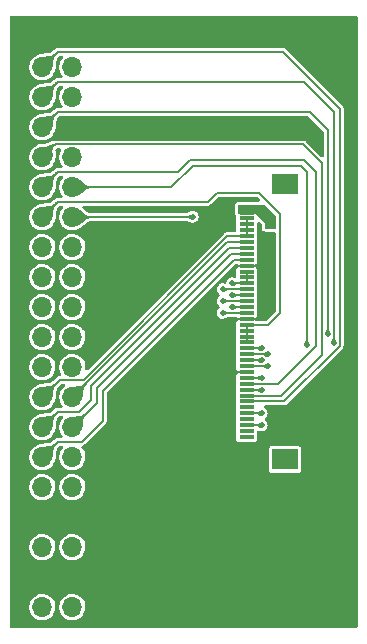
<source format=gbr>
%TF.GenerationSoftware,KiCad,Pcbnew,(6.0.9)*%
%TF.CreationDate,2022-11-14T09:52:40+08:00*%
%TF.ProjectId,ZDYZ_7''_RGB,5a44595a-5f37-4272-975f-5247422e6b69,rev?*%
%TF.SameCoordinates,Original*%
%TF.FileFunction,Copper,L1,Top*%
%TF.FilePolarity,Positive*%
%FSLAX46Y46*%
G04 Gerber Fmt 4.6, Leading zero omitted, Abs format (unit mm)*
G04 Created by KiCad (PCBNEW (6.0.9)) date 2022-11-14 09:52:40*
%MOMM*%
%LPD*%
G01*
G04 APERTURE LIST*
%TA.AperFunction,SMDPad,CuDef*%
%ADD10R,1.300000X0.300000*%
%TD*%
%TA.AperFunction,SMDPad,CuDef*%
%ADD11R,2.200000X1.800000*%
%TD*%
%TA.AperFunction,ComponentPad*%
%ADD12R,1.700000X1.700000*%
%TD*%
%TA.AperFunction,ComponentPad*%
%ADD13O,1.700000X1.700000*%
%TD*%
%TA.AperFunction,ViaPad*%
%ADD14C,0.500000*%
%TD*%
%TA.AperFunction,Conductor*%
%ADD15C,0.200000*%
%TD*%
%TA.AperFunction,Conductor*%
%ADD16C,0.150000*%
%TD*%
G04 APERTURE END LIST*
D10*
%TO.P,J2,1,Pin_1*%
%TO.N,unconnected-(J2-Pad1)*%
X109976000Y-93824000D03*
%TO.P,J2,2,Pin_2*%
%TO.N,unconnected-(J2-Pad2)*%
X109976000Y-93324000D03*
%TO.P,J2,3,Pin_3*%
%TO.N,/TP_SCL*%
X109976000Y-92824000D03*
%TO.P,J2,4,Pin_4*%
%TO.N,unconnected-(J2-Pad4)*%
X109976000Y-92324000D03*
%TO.P,J2,5,Pin_5*%
%TO.N,/TP_SDA*%
X109976000Y-91824000D03*
%TO.P,J2,6,Pin_6*%
%TO.N,unconnected-(J2-Pad6)*%
X109976000Y-91324000D03*
%TO.P,J2,7,Pin_7*%
%TO.N,/LCD_BL*%
X109976000Y-90824000D03*
%TO.P,J2,8,Pin_8*%
%TO.N,/LCD_DE*%
X109976000Y-90324000D03*
%TO.P,J2,9,Pin_9*%
%TO.N,/LCD_VSYNC*%
X109976000Y-89824000D03*
%TO.P,J2,10,Pin_10*%
%TO.N,/LCD_HSYNC*%
X109976000Y-89324000D03*
%TO.P,J2,11,Pin_11*%
%TO.N,/LCD_CLK*%
X109976000Y-88824000D03*
%TO.P,J2,12,Pin_12*%
%TO.N,/GND*%
X109976000Y-88324000D03*
%TO.P,J2,13,Pin_13*%
%TO.N,/LCD_B7*%
X109976000Y-87824000D03*
%TO.P,J2,14,Pin_14*%
%TO.N,/LCD_B6*%
X109976000Y-87324000D03*
%TO.P,J2,15,Pin_15*%
%TO.N,/LCD_B5*%
X109976000Y-86824000D03*
%TO.P,J2,16,Pin_16*%
%TO.N,/LCD_B4*%
X109976000Y-86324000D03*
%TO.P,J2,17,Pin_17*%
%TO.N,/LCD_B3*%
X109976000Y-85824000D03*
%TO.P,J2,18,Pin_18*%
X109976000Y-85324000D03*
%TO.P,J2,19,Pin_19*%
X109976000Y-84824000D03*
%TO.P,J2,20,Pin_20*%
X109976000Y-84324000D03*
%TO.P,J2,21,Pin_21*%
%TO.N,/GND*%
X109976000Y-83824000D03*
%TO.P,J2,22,Pin_22*%
%TO.N,/LCD_G7*%
X109976000Y-83324000D03*
%TO.P,J2,23,Pin_23*%
%TO.N,/LCD_G6*%
X109976000Y-82824000D03*
%TO.P,J2,24,Pin_24*%
%TO.N,/LCD_G5*%
X109976000Y-82324000D03*
%TO.P,J2,25,Pin_25*%
%TO.N,/LCD_G4*%
X109976000Y-81824000D03*
%TO.P,J2,26,Pin_26*%
%TO.N,/LCD_G3*%
X109976000Y-81324000D03*
%TO.P,J2,27,Pin_27*%
%TO.N,/LCD_G2*%
X109976000Y-80824000D03*
%TO.P,J2,28,Pin_28*%
X109976000Y-80324000D03*
%TO.P,J2,29,Pin_29*%
X109976000Y-79824000D03*
%TO.P,J2,30,Pin_30*%
%TO.N,/GND*%
X109976000Y-79324000D03*
%TO.P,J2,31,Pin_31*%
%TO.N,/LCD_R7*%
X109976000Y-78824000D03*
%TO.P,J2,32,Pin_32*%
%TO.N,/LCD_R6*%
X109976000Y-78324000D03*
%TO.P,J2,33,Pin_33*%
%TO.N,/LCD_R5*%
X109976000Y-77824000D03*
%TO.P,J2,34,Pin_34*%
%TO.N,/LCD_R4*%
X109976000Y-77324000D03*
%TO.P,J2,35,Pin_35*%
%TO.N,/LCD_R3*%
X109976000Y-76824000D03*
%TO.P,J2,36,Pin_36*%
X109976000Y-76324000D03*
%TO.P,J2,37,Pin_37*%
X109976000Y-75824000D03*
%TO.P,J2,38,Pin_38*%
X109976000Y-75324000D03*
%TO.P,J2,39,Pin_39*%
%TO.N,/VCC5V*%
X109976000Y-74824000D03*
%TO.P,J2,40,Pin_40*%
X109976000Y-74324000D03*
D11*
%TO.P,J2,MP*%
%TO.N,N/C*%
X113226000Y-95724000D03*
X113226000Y-72424000D03*
%TD*%
D12*
%TO.P,J1,1,GND*%
%TO.N,/GND*%
X92690000Y-59974000D03*
D13*
%TO.P,J1,2,GND*%
X95230000Y-59974000D03*
%TO.P,J1,3,IO4*%
%TO.N,/LCD_BL*%
X92690000Y-62514000D03*
%TO.P,J1,4,IO19*%
%TO.N,unconnected-(J1-Pad4)*%
X95230000Y-62514000D03*
%TO.P,J1,5,I2C_SDA*%
%TO.N,/TP_SDA*%
X92690000Y-65054000D03*
%TO.P,J1,6,IO20*%
%TO.N,unconnected-(J1-Pad6)*%
X95230000Y-65054000D03*
%TO.P,J1,7,I2C_SCL*%
%TO.N,/TP_SCL*%
X92690000Y-67594000D03*
%TO.P,J1,8,GND*%
%TO.N,/GND*%
X95230000Y-67594000D03*
%TO.P,J1,9,LCD_DE*%
%TO.N,/LCD_DE*%
X92690000Y-70134000D03*
%TO.P,J1,10,IO0*%
%TO.N,unconnected-(J1-Pad10)*%
X95230000Y-70134000D03*
%TO.P,J1,11,LCD_HSYNC*%
%TO.N,/LCD_HSYNC*%
X92690000Y-72674000D03*
%TO.P,J1,12,LCD_VSYNC*%
%TO.N,/LCD_VSYNC*%
X95230000Y-72674000D03*
%TO.P,J1,13,LCD_B3*%
%TO.N,/LCD_B3*%
X92690000Y-75214000D03*
%TO.P,J1,14,LCD_PCLK*%
%TO.N,/LCD_CLK*%
X95230000Y-75214000D03*
%TO.P,J1,15,LCD_B5*%
%TO.N,/LCD_B5*%
X92690000Y-77754000D03*
%TO.P,J1,16,LCD_B4*%
%TO.N,/LCD_B4*%
X95230000Y-77754000D03*
%TO.P,J1,17,LCD_B7*%
%TO.N,/LCD_B7*%
X92690000Y-80294000D03*
%TO.P,J1,18,LCD_B6*%
%TO.N,/LCD_B6*%
X95230000Y-80294000D03*
%TO.P,J1,19,LCD_G3*%
%TO.N,/LCD_G3*%
X92690000Y-82834000D03*
%TO.P,J1,20,LCD_G2*%
%TO.N,/LCD_G2*%
X95230000Y-82834000D03*
%TO.P,J1,21,LCD_G5*%
%TO.N,/LCD_G5*%
X92690000Y-85374000D03*
%TO.P,J1,22,LCD_G4*%
%TO.N,/LCD_G4*%
X95230000Y-85374000D03*
%TO.P,J1,23,LCD_G6*%
%TO.N,/LCD_G6*%
X92690000Y-87914000D03*
%TO.P,J1,24,LCD_G7*%
%TO.N,/LCD_G7*%
X95230000Y-87914000D03*
%TO.P,J1,25,LCD_R3*%
%TO.N,/LCD_R3*%
X92690000Y-90454000D03*
%TO.P,J1,26,LCD_R4*%
%TO.N,/LCD_R4*%
X95230000Y-90454000D03*
%TO.P,J1,27,LCD_R5*%
%TO.N,/LCD_R5*%
X92690000Y-92994000D03*
%TO.P,J1,28,LCD_R6*%
%TO.N,/LCD_R6*%
X95230000Y-92994000D03*
%TO.P,J1,29,LCD_R7*%
%TO.N,/LCD_R7*%
X92690000Y-95534000D03*
%TO.P,J1,30,SPI_MOSI*%
%TO.N,unconnected-(J1-Pad30)*%
X95230000Y-95534000D03*
%TO.P,J1,31,SPI_CS*%
%TO.N,unconnected-(J1-Pad31)*%
X92690000Y-98074000D03*
%TO.P,J1,32,SPI_SCK*%
%TO.N,unconnected-(J1-Pad32)*%
X95230000Y-98074000D03*
%TO.P,J1,33,GND*%
%TO.N,/GND*%
X92690000Y-100614000D03*
%TO.P,J1,34,GND*%
X95230000Y-100614000D03*
%TO.P,J1,35,VCC3.3V*%
%TO.N,unconnected-(J1-Pad35)*%
X92690000Y-103154000D03*
%TO.P,J1,36,VCC3.3V*%
%TO.N,unconnected-(J1-Pad36)*%
X95230000Y-103154000D03*
%TO.P,J1,37,GND*%
%TO.N,/GND*%
X92690000Y-105694000D03*
%TO.P,J1,38,GND*%
X95230000Y-105694000D03*
%TO.P,J1,39,VCC5V*%
%TO.N,/VCC5V*%
X92690000Y-108234000D03*
%TO.P,J1,40,VCC5V*%
X95230000Y-108234000D03*
%TD*%
D14*
%TO.N,/GND*%
X90678000Y-79756000D03*
X118872000Y-67818000D03*
X113538000Y-100584000D03*
X100838000Y-93218000D03*
X90678000Y-75946000D03*
X103378000Y-93218000D03*
X107442000Y-67818000D03*
X113538000Y-102108000D03*
X90678000Y-77216000D03*
X103378000Y-97536000D03*
X114808000Y-103632000D03*
X90678000Y-67310000D03*
X100076000Y-78994000D03*
X102362000Y-67818000D03*
X98298000Y-97536000D03*
X106172000Y-59436000D03*
X90678000Y-96774000D03*
X90678000Y-92964000D03*
X118872000Y-69088000D03*
X90678000Y-74676000D03*
X108712000Y-59436000D03*
X118872000Y-71628000D03*
X100838000Y-97536000D03*
X90678000Y-95504000D03*
X98806000Y-78994000D03*
X106172000Y-67818000D03*
X117856000Y-88900000D03*
X112268000Y-103632000D03*
X103632000Y-59436000D03*
X104902000Y-59436000D03*
X102616000Y-78994000D03*
X110998000Y-100584000D03*
X112268000Y-100584000D03*
X90678000Y-98044000D03*
X117856000Y-90170000D03*
X118872000Y-70358000D03*
X118872000Y-72898000D03*
X117856000Y-91440000D03*
X112268000Y-102108000D03*
X90678000Y-94234000D03*
X99568000Y-93218000D03*
X90678000Y-63500000D03*
X117856000Y-92710000D03*
X90678000Y-66040000D03*
X114808000Y-102108000D03*
X104648000Y-93218000D03*
X97536000Y-78994000D03*
X102108000Y-93218000D03*
X90678000Y-64770000D03*
X107442000Y-59436000D03*
X110998000Y-103632000D03*
X109728000Y-100584000D03*
X104902000Y-67818000D03*
X90678000Y-62230000D03*
X117856000Y-93980000D03*
X103632000Y-67818000D03*
X110998000Y-102108000D03*
X109728000Y-103632000D03*
X109728000Y-102108000D03*
X113538000Y-103632000D03*
X99568000Y-97536000D03*
X101346000Y-78994000D03*
X90678000Y-78486000D03*
X114808000Y-100584000D03*
X102108000Y-97536000D03*
%TO.N,/TP_SDA*%
X111252000Y-91824000D03*
X117348000Y-85852000D03*
%TO.N,/TP_SCL*%
X111252000Y-92824000D03*
X116840000Y-85090000D03*
%TO.N,/LCD_VSYNC*%
X115062000Y-86039500D03*
X111252000Y-89849500D03*
%TO.N,/LCD_CLK*%
X105410000Y-75184000D03*
X111252000Y-88824000D03*
%TO.N,/LCD_B5*%
X111752000Y-86824000D03*
%TO.N,/LCD_B4*%
X111252000Y-86324000D03*
%TO.N,/LCD_B7*%
X111752000Y-87824000D03*
%TO.N,/LCD_B6*%
X111252000Y-87324000D03*
%TO.N,/LCD_G3*%
X107950000Y-81324000D03*
%TO.N,/LCD_G2*%
X108764000Y-80824000D03*
%TO.N,/LCD_G5*%
X107950000Y-82324000D03*
%TO.N,/LCD_G4*%
X108764000Y-81824000D03*
%TO.N,/LCD_G6*%
X108764000Y-82824000D03*
%TO.N,/LCD_G7*%
X107950000Y-83324000D03*
%TO.N,/VCC5V*%
X112014000Y-75946000D03*
%TD*%
D15*
%TO.N,/GND*%
X109976000Y-88324000D02*
X108272000Y-88324000D01*
X109976000Y-79324000D02*
X110922000Y-79324000D01*
X109976000Y-83824000D02*
X108970000Y-83824000D01*
X109976000Y-79324000D02*
X109144000Y-79324000D01*
X108970000Y-83824000D02*
X108966000Y-83820000D01*
X109976000Y-83824000D02*
X110994000Y-83824000D01*
D16*
%TO.N,/LCD_BL*%
X113138000Y-90824000D02*
X109976000Y-90824000D01*
X113030000Y-61214000D02*
X117856000Y-66040000D01*
X117856000Y-66040000D02*
X117856000Y-86106000D01*
X117856000Y-86106000D02*
X113138000Y-90824000D01*
X92690000Y-62514000D02*
X93990000Y-61214000D01*
X93990000Y-61214000D02*
X113030000Y-61214000D01*
%TO.N,/TP_SDA*%
X117094000Y-66040000D02*
X117348000Y-66294000D01*
X93765000Y-63979000D02*
X93765000Y-63969000D01*
X109976000Y-91824000D02*
X111252000Y-91824000D01*
X117348000Y-66294000D02*
X117348000Y-85852000D01*
X92690000Y-65054000D02*
X93765000Y-63979000D01*
X93980000Y-63754000D02*
X114808000Y-63754000D01*
X93765000Y-63969000D02*
X93980000Y-63754000D01*
X114808000Y-63754000D02*
X117094000Y-66040000D01*
%TO.N,/TP_SCL*%
X93990000Y-66294000D02*
X95504000Y-66294000D01*
X95504000Y-66294000D02*
X115316000Y-66294000D01*
X109976000Y-92824000D02*
X111252000Y-92824000D01*
X116840000Y-67818000D02*
X116840000Y-85090000D01*
X115316000Y-66294000D02*
X116840000Y-67818000D01*
X92690000Y-67594000D02*
X93990000Y-66294000D01*
%TO.N,/LCD_DE*%
X114779000Y-69059000D02*
X116332000Y-70612000D01*
X92690000Y-70134000D02*
X93765000Y-69059000D01*
X93765000Y-69059000D02*
X114779000Y-69059000D01*
X116332000Y-86868000D02*
X112876000Y-90324000D01*
X116332000Y-70612000D02*
X116332000Y-86868000D01*
X112876000Y-90324000D02*
X109976000Y-90324000D01*
%TO.N,/LCD_HSYNC*%
X93765000Y-71599000D02*
X93765000Y-71589000D01*
X93980000Y-71374000D02*
X104140000Y-71374000D01*
X92690000Y-72674000D02*
X93765000Y-71599000D01*
X104140000Y-71374000D02*
X105156000Y-70358000D01*
X105156000Y-70358000D02*
X114808000Y-70358000D01*
X115824000Y-86106000D02*
X112606000Y-89324000D01*
X114808000Y-70358000D02*
X115824000Y-71374000D01*
X112606000Y-89324000D02*
X109976000Y-89324000D01*
X93765000Y-71589000D02*
X93980000Y-71374000D01*
X115824000Y-71374000D02*
X115824000Y-86106000D01*
%TO.N,/LCD_VSYNC*%
X111252000Y-89849500D02*
X110001500Y-89849500D01*
X110001500Y-89849500D02*
X109976000Y-89824000D01*
X105410000Y-70866000D02*
X103602000Y-72674000D01*
X115062000Y-86039500D02*
X115062000Y-71374000D01*
X115062000Y-71374000D02*
X114554000Y-70866000D01*
X103602000Y-72674000D02*
X95230000Y-72674000D01*
X114554000Y-70866000D02*
X105410000Y-70866000D01*
%TO.N,/LCD_B3*%
X112776000Y-83312000D02*
X111764000Y-84324000D01*
X112776000Y-74930000D02*
X112776000Y-83312000D01*
X93765000Y-74139000D02*
X93765000Y-74129000D01*
X93980000Y-73914000D02*
X106680000Y-73914000D01*
X93765000Y-74129000D02*
X93980000Y-73914000D01*
X110998000Y-73152000D02*
X112776000Y-74930000D01*
X109976000Y-84324000D02*
X109976000Y-85824000D01*
X106680000Y-73914000D02*
X107442000Y-73152000D01*
X107442000Y-73152000D02*
X110998000Y-73152000D01*
X92690000Y-75214000D02*
X93765000Y-74139000D01*
X111764000Y-84324000D02*
X109976000Y-84324000D01*
%TO.N,/LCD_CLK*%
X105380000Y-75214000D02*
X105410000Y-75184000D01*
X95230000Y-75214000D02*
X105380000Y-75214000D01*
X111252000Y-88824000D02*
X109976000Y-88824000D01*
%TO.N,/LCD_B5*%
X109976000Y-86824000D02*
X111752000Y-86824000D01*
%TO.N,/LCD_B4*%
X109976000Y-86324000D02*
X111252000Y-86324000D01*
%TO.N,/LCD_B7*%
X109976000Y-87824000D02*
X111752000Y-87824000D01*
%TO.N,/LCD_B6*%
X109976000Y-87324000D02*
X111252000Y-87324000D01*
%TO.N,/LCD_G3*%
X107950000Y-81324000D02*
X109976000Y-81324000D01*
%TO.N,/LCD_G2*%
X109976000Y-80824000D02*
X108764000Y-80824000D01*
X109976000Y-79824000D02*
X109976000Y-80824000D01*
%TO.N,/LCD_G5*%
X107950000Y-82324000D02*
X109976000Y-82324000D01*
%TO.N,/LCD_G4*%
X108764000Y-81824000D02*
X109976000Y-81824000D01*
%TO.N,/LCD_G6*%
X108764000Y-82824000D02*
X109976000Y-82824000D01*
%TO.N,/LCD_G7*%
X107950000Y-83324000D02*
X109976000Y-83324000D01*
%TO.N,/LCD_R3*%
X96177000Y-88989000D02*
X108342000Y-76824000D01*
X109976000Y-76824000D02*
X109976000Y-75324000D01*
X94155000Y-88989000D02*
X96177000Y-88989000D01*
X108342000Y-76824000D02*
X109976000Y-76824000D01*
X92690000Y-90454000D02*
X94155000Y-88989000D01*
%TO.N,/LCD_R4*%
X108360000Y-77324000D02*
X109976000Y-77324000D01*
X95230000Y-90454000D02*
X108360000Y-77324000D01*
%TO.N,/LCD_R5*%
X93980000Y-91694000D02*
X93980000Y-91704000D01*
X108485000Y-77824000D02*
X96774000Y-89535000D01*
X96774000Y-89535000D02*
X96774000Y-90678000D01*
X95758000Y-91694000D02*
X93980000Y-91694000D01*
X93980000Y-91704000D02*
X92690000Y-92994000D01*
X109976000Y-77824000D02*
X108485000Y-77824000D01*
X96774000Y-90678000D02*
X95758000Y-91694000D01*
%TO.N,/LCD_R6*%
X97282000Y-90932000D02*
X95230000Y-92984000D01*
X95230000Y-92984000D02*
X95230000Y-92994000D01*
X108620000Y-78324000D02*
X97282000Y-89662000D01*
X97282000Y-89662000D02*
X97282000Y-90932000D01*
X109976000Y-78324000D02*
X108620000Y-78324000D01*
%TO.N,/LCD_R7*%
X97790000Y-92456000D02*
X96012000Y-94234000D01*
X93990000Y-94234000D02*
X92690000Y-95534000D01*
X96012000Y-94234000D02*
X93990000Y-94234000D01*
X108882000Y-78824000D02*
X97790000Y-89916000D01*
X109976000Y-78824000D02*
X108882000Y-78824000D01*
X97790000Y-89916000D02*
X97790000Y-92456000D01*
%TD*%
%TA.AperFunction,Conductor*%
%TO.N,/LCD_B5*%
G36*
X111649101Y-86604840D02*
G01*
X111810723Y-86760264D01*
X111868231Y-86815567D01*
X111871819Y-86823771D01*
X111868231Y-86832433D01*
X111649101Y-87043160D01*
X111640762Y-87046425D01*
X111635565Y-87045092D01*
X111599810Y-87026370D01*
X111599232Y-87026047D01*
X111562572Y-87004125D01*
X111562212Y-87003900D01*
X111529809Y-86982891D01*
X111529768Y-86982865D01*
X111499718Y-86963204D01*
X111499696Y-86963190D01*
X111499639Y-86963153D01*
X111470063Y-86945313D01*
X111439083Y-86929768D01*
X111438789Y-86929658D01*
X111438784Y-86929656D01*
X111405075Y-86917066D01*
X111405069Y-86917064D01*
X111404742Y-86916942D01*
X111365086Y-86907256D01*
X111318157Y-86901134D01*
X111273255Y-86899428D01*
X111265119Y-86895689D01*
X111262000Y-86887736D01*
X111262000Y-86760264D01*
X111265427Y-86751991D01*
X111273256Y-86748572D01*
X111318157Y-86746865D01*
X111365086Y-86740743D01*
X111404742Y-86731057D01*
X111405069Y-86730935D01*
X111405075Y-86730933D01*
X111438784Y-86718343D01*
X111438789Y-86718341D01*
X111439083Y-86718231D01*
X111470063Y-86702686D01*
X111499639Y-86684846D01*
X111499696Y-86684809D01*
X111499718Y-86684795D01*
X111529768Y-86665134D01*
X111529809Y-86665108D01*
X111562212Y-86644099D01*
X111562572Y-86643874D01*
X111599232Y-86621952D01*
X111599810Y-86621629D01*
X111635564Y-86602908D01*
X111644483Y-86602106D01*
X111649101Y-86604840D01*
G37*
%TD.AperFunction*%
%TD*%
%TA.AperFunction,Conductor*%
%TO.N,/TP_SCL*%
G36*
X111149101Y-92604840D02*
G01*
X111310723Y-92760264D01*
X111368231Y-92815567D01*
X111371819Y-92823771D01*
X111368231Y-92832433D01*
X111149101Y-93043160D01*
X111140762Y-93046425D01*
X111135565Y-93045092D01*
X111099810Y-93026370D01*
X111099232Y-93026047D01*
X111062572Y-93004125D01*
X111062212Y-93003900D01*
X111029809Y-92982891D01*
X111029768Y-92982865D01*
X110999718Y-92963204D01*
X110999696Y-92963190D01*
X110999639Y-92963153D01*
X110970063Y-92945313D01*
X110939083Y-92929768D01*
X110938789Y-92929658D01*
X110938784Y-92929656D01*
X110905075Y-92917066D01*
X110905069Y-92917064D01*
X110904742Y-92916942D01*
X110865086Y-92907256D01*
X110818157Y-92901134D01*
X110773255Y-92899428D01*
X110765119Y-92895689D01*
X110762000Y-92887736D01*
X110762000Y-92760264D01*
X110765427Y-92751991D01*
X110773256Y-92748572D01*
X110818157Y-92746865D01*
X110865086Y-92740743D01*
X110904742Y-92731057D01*
X110905069Y-92730935D01*
X110905075Y-92730933D01*
X110938784Y-92718343D01*
X110938789Y-92718341D01*
X110939083Y-92718231D01*
X110970063Y-92702686D01*
X110999639Y-92684846D01*
X110999696Y-92684809D01*
X110999718Y-92684795D01*
X111029768Y-92665134D01*
X111029809Y-92665108D01*
X111062212Y-92644099D01*
X111062572Y-92643874D01*
X111099232Y-92621952D01*
X111099810Y-92621629D01*
X111135564Y-92602908D01*
X111144483Y-92602106D01*
X111149101Y-92604840D01*
G37*
%TD.AperFunction*%
%TD*%
%TA.AperFunction,Conductor*%
%TO.N,/LCD_R7*%
G36*
X93839790Y-94293772D02*
G01*
X93930228Y-94384210D01*
X93933655Y-94392483D01*
X93930686Y-94400271D01*
X93803525Y-94542830D01*
X93710477Y-94681845D01*
X93650847Y-94812765D01*
X93616585Y-94939285D01*
X93599640Y-95065101D01*
X93599627Y-95065316D01*
X93599627Y-95065318D01*
X93591963Y-95193883D01*
X93591962Y-95193907D01*
X93591959Y-95193970D01*
X93585514Y-95329145D01*
X93585479Y-95329650D01*
X93572253Y-95474785D01*
X93572124Y-95475753D01*
X93544139Y-95634622D01*
X93543860Y-95635826D01*
X93495309Y-95804655D01*
X93489730Y-95811657D01*
X93484296Y-95813118D01*
X92808775Y-95826323D01*
X92401645Y-95834282D01*
X92393306Y-95831017D01*
X92389718Y-95822355D01*
X92399350Y-95329650D01*
X92410882Y-94739704D01*
X92414470Y-94731501D01*
X92419344Y-94728691D01*
X92508510Y-94703049D01*
X92588174Y-94680139D01*
X92589378Y-94679860D01*
X92748246Y-94651875D01*
X92749214Y-94651746D01*
X92894349Y-94638520D01*
X92894854Y-94638485D01*
X93030029Y-94632040D01*
X93030092Y-94632037D01*
X93030116Y-94632036D01*
X93158681Y-94624372D01*
X93158683Y-94624372D01*
X93158898Y-94624359D01*
X93284714Y-94607414D01*
X93285091Y-94607312D01*
X93410770Y-94573278D01*
X93410774Y-94573277D01*
X93411234Y-94573152D01*
X93542154Y-94513522D01*
X93681169Y-94420474D01*
X93823729Y-94293314D01*
X93832184Y-94290364D01*
X93839790Y-94293772D01*
G37*
%TD.AperFunction*%
%TD*%
%TA.AperFunction,Conductor*%
%TO.N,/LCD_G5*%
G36*
X108066435Y-82102908D02*
G01*
X108086228Y-82113271D01*
X108102189Y-82121629D01*
X108102767Y-82121952D01*
X108139427Y-82143874D01*
X108139787Y-82144099D01*
X108172190Y-82165108D01*
X108172231Y-82165134D01*
X108202281Y-82184795D01*
X108202303Y-82184809D01*
X108202360Y-82184846D01*
X108231936Y-82202686D01*
X108262916Y-82218231D01*
X108263210Y-82218341D01*
X108263215Y-82218343D01*
X108296924Y-82230933D01*
X108296930Y-82230935D01*
X108297257Y-82231057D01*
X108336913Y-82240743D01*
X108383842Y-82246865D01*
X108428744Y-82248572D01*
X108436881Y-82252311D01*
X108440000Y-82260264D01*
X108440000Y-82387736D01*
X108436573Y-82396009D01*
X108428745Y-82399428D01*
X108383842Y-82401134D01*
X108336913Y-82407256D01*
X108297257Y-82416942D01*
X108296930Y-82417064D01*
X108296924Y-82417066D01*
X108263215Y-82429656D01*
X108263210Y-82429658D01*
X108262916Y-82429768D01*
X108231936Y-82445313D01*
X108202360Y-82463153D01*
X108202303Y-82463190D01*
X108202281Y-82463204D01*
X108172231Y-82482865D01*
X108172190Y-82482891D01*
X108139787Y-82503900D01*
X108139427Y-82504125D01*
X108102767Y-82526047D01*
X108102199Y-82526365D01*
X108066435Y-82545092D01*
X108057518Y-82545894D01*
X108052899Y-82543160D01*
X107833769Y-82332433D01*
X107830181Y-82324229D01*
X107833769Y-82315567D01*
X107891278Y-82260264D01*
X108052899Y-82104840D01*
X108061238Y-82101575D01*
X108066435Y-82102908D01*
G37*
%TD.AperFunction*%
%TD*%
%TA.AperFunction,Conductor*%
%TO.N,/LCD_G2*%
G36*
X108880435Y-80602908D02*
G01*
X108900228Y-80613271D01*
X108916189Y-80621629D01*
X108916767Y-80621952D01*
X108953427Y-80643874D01*
X108953787Y-80644099D01*
X108986190Y-80665108D01*
X108986231Y-80665134D01*
X109016281Y-80684795D01*
X109016303Y-80684809D01*
X109016360Y-80684846D01*
X109045936Y-80702686D01*
X109076916Y-80718231D01*
X109077210Y-80718341D01*
X109077215Y-80718343D01*
X109110924Y-80730933D01*
X109110930Y-80730935D01*
X109111257Y-80731057D01*
X109150913Y-80740743D01*
X109197842Y-80746865D01*
X109242744Y-80748572D01*
X109250881Y-80752311D01*
X109254000Y-80760264D01*
X109254000Y-80887736D01*
X109250573Y-80896009D01*
X109242745Y-80899428D01*
X109197842Y-80901134D01*
X109150913Y-80907256D01*
X109111257Y-80916942D01*
X109110930Y-80917064D01*
X109110924Y-80917066D01*
X109077215Y-80929656D01*
X109077210Y-80929658D01*
X109076916Y-80929768D01*
X109045936Y-80945313D01*
X109016360Y-80963153D01*
X109016303Y-80963190D01*
X109016281Y-80963204D01*
X108986231Y-80982865D01*
X108986190Y-80982891D01*
X108953787Y-81003900D01*
X108953427Y-81004125D01*
X108916767Y-81026047D01*
X108916199Y-81026365D01*
X108880435Y-81045092D01*
X108871518Y-81045894D01*
X108866899Y-81043160D01*
X108647769Y-80832433D01*
X108644181Y-80824229D01*
X108647769Y-80815567D01*
X108705278Y-80760264D01*
X108866899Y-80604840D01*
X108875238Y-80601575D01*
X108880435Y-80602908D01*
G37*
%TD.AperFunction*%
%TD*%
%TA.AperFunction,Conductor*%
%TO.N,/LCD_R4*%
G36*
X96379790Y-89213772D02*
G01*
X96470228Y-89304210D01*
X96473655Y-89312483D01*
X96470686Y-89320271D01*
X96343525Y-89462830D01*
X96250477Y-89601845D01*
X96190847Y-89732765D01*
X96156585Y-89859285D01*
X96139640Y-89985101D01*
X96139627Y-89985316D01*
X96139627Y-89985318D01*
X96131963Y-90113883D01*
X96131962Y-90113907D01*
X96131959Y-90113970D01*
X96125514Y-90249145D01*
X96125479Y-90249650D01*
X96112253Y-90394785D01*
X96112124Y-90395753D01*
X96084139Y-90554622D01*
X96083860Y-90555826D01*
X96035309Y-90724655D01*
X96029730Y-90731657D01*
X96024296Y-90733118D01*
X95348775Y-90746323D01*
X94941645Y-90754282D01*
X94933306Y-90751017D01*
X94929718Y-90742355D01*
X94939350Y-90249650D01*
X94950882Y-89659704D01*
X94954470Y-89651501D01*
X94959344Y-89648691D01*
X95048510Y-89623049D01*
X95128174Y-89600139D01*
X95129378Y-89599860D01*
X95288246Y-89571875D01*
X95289214Y-89571746D01*
X95434349Y-89558520D01*
X95434854Y-89558485D01*
X95570029Y-89552040D01*
X95570092Y-89552037D01*
X95570116Y-89552036D01*
X95698681Y-89544372D01*
X95698683Y-89544372D01*
X95698898Y-89544359D01*
X95824714Y-89527414D01*
X95825091Y-89527312D01*
X95950770Y-89493278D01*
X95950774Y-89493277D01*
X95951234Y-89493152D01*
X96082154Y-89433522D01*
X96221169Y-89340474D01*
X96363729Y-89213314D01*
X96372184Y-89210364D01*
X96379790Y-89213772D01*
G37*
%TD.AperFunction*%
%TD*%
%TA.AperFunction,Conductor*%
%TO.N,/TP_SDA*%
G36*
X117420009Y-85365427D02*
G01*
X117423428Y-85373255D01*
X117425134Y-85418157D01*
X117431256Y-85465086D01*
X117440942Y-85504742D01*
X117453768Y-85539083D01*
X117469313Y-85570063D01*
X117487153Y-85599639D01*
X117487190Y-85599696D01*
X117487204Y-85599718D01*
X117506865Y-85629768D01*
X117506891Y-85629809D01*
X117527900Y-85662212D01*
X117528125Y-85662572D01*
X117550047Y-85699232D01*
X117550370Y-85699810D01*
X117569092Y-85735564D01*
X117569894Y-85744482D01*
X117567160Y-85749101D01*
X117356433Y-85968231D01*
X117348229Y-85971819D01*
X117339567Y-85968231D01*
X117128840Y-85749101D01*
X117125575Y-85740762D01*
X117126908Y-85735564D01*
X117145629Y-85699810D01*
X117145952Y-85699232D01*
X117167874Y-85662572D01*
X117168099Y-85662212D01*
X117189108Y-85629809D01*
X117189134Y-85629768D01*
X117208795Y-85599718D01*
X117208809Y-85599696D01*
X117208846Y-85599639D01*
X117226686Y-85570063D01*
X117242231Y-85539083D01*
X117255057Y-85504742D01*
X117264743Y-85465086D01*
X117270865Y-85418157D01*
X117272572Y-85373256D01*
X117276311Y-85365119D01*
X117284264Y-85362000D01*
X117411736Y-85362000D01*
X117420009Y-85365427D01*
G37*
%TD.AperFunction*%
%TD*%
%TA.AperFunction,Conductor*%
%TO.N,/LCD_R6*%
G36*
X96379795Y-91743777D02*
G01*
X96470225Y-91834207D01*
X96473652Y-91842480D01*
X96470681Y-91850271D01*
X96380686Y-91951107D01*
X96343247Y-91993056D01*
X96343023Y-91993390D01*
X96250177Y-92131856D01*
X96250174Y-92131861D01*
X96249914Y-92132249D01*
X96190038Y-92263324D01*
X96155613Y-92390003D01*
X96138633Y-92516009D01*
X96131093Y-92645065D01*
X96131090Y-92645135D01*
X96124998Y-92780654D01*
X96124966Y-92781139D01*
X96112353Y-92926737D01*
X96112232Y-92927685D01*
X96085160Y-93087157D01*
X96084894Y-93088345D01*
X96037544Y-93257929D01*
X96032019Y-93264976D01*
X96026603Y-93266478D01*
X94944159Y-93296679D01*
X94935795Y-93293485D01*
X94932135Y-93284853D01*
X94932341Y-93266478D01*
X94944262Y-92202060D01*
X94947781Y-92193827D01*
X94952628Y-92190977D01*
X95122177Y-92140610D01*
X95123367Y-92140325D01*
X95282836Y-92110708D01*
X95283785Y-92110572D01*
X95353023Y-92103608D01*
X95429482Y-92095918D01*
X95429990Y-92095878D01*
X95565719Y-92088169D01*
X95565764Y-92088166D01*
X95695112Y-92079354D01*
X95821505Y-92061370D01*
X95821870Y-92061269D01*
X95821874Y-92061268D01*
X95892167Y-92041785D01*
X95948665Y-92026126D01*
X95983835Y-92009939D01*
X96079895Y-91965728D01*
X96079902Y-91965724D01*
X96080315Y-91965534D01*
X96220178Y-91871507D01*
X96261949Y-91834207D01*
X96363729Y-91743323D01*
X96372183Y-91740369D01*
X96379795Y-91743777D01*
G37*
%TD.AperFunction*%
%TD*%
%TA.AperFunction,Conductor*%
%TO.N,/LCD_DE*%
G36*
X93940890Y-68987614D02*
G01*
X93944720Y-68996271D01*
X93944720Y-69123605D01*
X93941293Y-69131878D01*
X93934398Y-69135224D01*
X93861352Y-69143887D01*
X93772616Y-69154410D01*
X93656326Y-69212254D01*
X93631388Y-69244012D01*
X93586167Y-69301597D01*
X93586166Y-69301599D01*
X93585497Y-69302451D01*
X93585181Y-69303490D01*
X93549959Y-69419311D01*
X93549958Y-69419315D01*
X93549774Y-69419921D01*
X93538805Y-69559583D01*
X93542238Y-69716356D01*
X93542240Y-69716405D01*
X93542241Y-69716435D01*
X93549710Y-69884945D01*
X93549721Y-69885385D01*
X93550892Y-70060366D01*
X93550848Y-70061460D01*
X93535492Y-70237647D01*
X93535204Y-70239400D01*
X93495056Y-70404196D01*
X93489768Y-70411423D01*
X93483917Y-70413125D01*
X93154591Y-70419563D01*
X92404936Y-70434218D01*
X92396597Y-70430953D01*
X92393009Y-70422749D01*
X92393387Y-70419563D01*
X92687840Y-69292270D01*
X92693246Y-69285132D01*
X92698536Y-69283544D01*
X92741383Y-69281256D01*
X92846918Y-69275619D01*
X92846921Y-69275619D01*
X92847270Y-69275600D01*
X92847608Y-69275542D01*
X92847613Y-69275541D01*
X92904605Y-69265684D01*
X92979096Y-69252800D01*
X92979420Y-69252704D01*
X93092106Y-69219279D01*
X93092114Y-69219276D01*
X93092371Y-69219200D01*
X93092623Y-69219099D01*
X93092634Y-69219095D01*
X93193847Y-69178456D01*
X93193868Y-69178447D01*
X93193985Y-69178400D01*
X93290830Y-69134000D01*
X93389485Y-69089740D01*
X93390105Y-69089484D01*
X93497266Y-69048992D01*
X93498318Y-69048653D01*
X93563693Y-69030922D01*
X93621040Y-69015370D01*
X93622305Y-69015101D01*
X93767727Y-68992497D01*
X93768967Y-68992371D01*
X93932463Y-68984584D01*
X93940890Y-68987614D01*
G37*
%TD.AperFunction*%
%TD*%
%TA.AperFunction,Conductor*%
%TO.N,/LCD_CLK*%
G36*
X111149101Y-88604840D02*
G01*
X111310723Y-88760264D01*
X111368231Y-88815567D01*
X111371819Y-88823771D01*
X111368231Y-88832433D01*
X111149101Y-89043160D01*
X111140762Y-89046425D01*
X111135565Y-89045092D01*
X111099810Y-89026370D01*
X111099232Y-89026047D01*
X111062572Y-89004125D01*
X111062212Y-89003900D01*
X111029809Y-88982891D01*
X111029768Y-88982865D01*
X110999718Y-88963204D01*
X110999696Y-88963190D01*
X110999639Y-88963153D01*
X110970063Y-88945313D01*
X110939083Y-88929768D01*
X110938789Y-88929658D01*
X110938784Y-88929656D01*
X110905075Y-88917066D01*
X110905069Y-88917064D01*
X110904742Y-88916942D01*
X110865086Y-88907256D01*
X110818157Y-88901134D01*
X110773255Y-88899428D01*
X110765119Y-88895689D01*
X110762000Y-88887736D01*
X110762000Y-88760264D01*
X110765427Y-88751991D01*
X110773256Y-88748572D01*
X110818157Y-88746865D01*
X110865086Y-88740743D01*
X110904742Y-88731057D01*
X110905069Y-88730935D01*
X110905075Y-88730933D01*
X110938784Y-88718343D01*
X110938789Y-88718341D01*
X110939083Y-88718231D01*
X110970063Y-88702686D01*
X110999639Y-88684846D01*
X110999696Y-88684809D01*
X110999718Y-88684795D01*
X111029768Y-88665134D01*
X111029809Y-88665108D01*
X111062212Y-88644099D01*
X111062572Y-88643874D01*
X111099232Y-88621952D01*
X111099810Y-88621629D01*
X111135564Y-88602908D01*
X111144483Y-88602106D01*
X111149101Y-88604840D01*
G37*
%TD.AperFunction*%
%TD*%
%TA.AperFunction,Conductor*%
%TO.N,/LCD_B6*%
G36*
X111149101Y-87104840D02*
G01*
X111310723Y-87260264D01*
X111368231Y-87315567D01*
X111371819Y-87323771D01*
X111368231Y-87332433D01*
X111149101Y-87543160D01*
X111140762Y-87546425D01*
X111135565Y-87545092D01*
X111099810Y-87526370D01*
X111099232Y-87526047D01*
X111062572Y-87504125D01*
X111062212Y-87503900D01*
X111029809Y-87482891D01*
X111029768Y-87482865D01*
X110999718Y-87463204D01*
X110999696Y-87463190D01*
X110999639Y-87463153D01*
X110970063Y-87445313D01*
X110939083Y-87429768D01*
X110938789Y-87429658D01*
X110938784Y-87429656D01*
X110905075Y-87417066D01*
X110905069Y-87417064D01*
X110904742Y-87416942D01*
X110865086Y-87407256D01*
X110818157Y-87401134D01*
X110773255Y-87399428D01*
X110765119Y-87395689D01*
X110762000Y-87387736D01*
X110762000Y-87260264D01*
X110765427Y-87251991D01*
X110773256Y-87248572D01*
X110818157Y-87246865D01*
X110865086Y-87240743D01*
X110904742Y-87231057D01*
X110905069Y-87230935D01*
X110905075Y-87230933D01*
X110938784Y-87218343D01*
X110938789Y-87218341D01*
X110939083Y-87218231D01*
X110970063Y-87202686D01*
X110999639Y-87184846D01*
X110999696Y-87184809D01*
X110999718Y-87184795D01*
X111029768Y-87165134D01*
X111029809Y-87165108D01*
X111062212Y-87144099D01*
X111062572Y-87143874D01*
X111099232Y-87121952D01*
X111099810Y-87121629D01*
X111135564Y-87102908D01*
X111144483Y-87102106D01*
X111149101Y-87104840D01*
G37*
%TD.AperFunction*%
%TD*%
%TA.AperFunction,Conductor*%
%TO.N,/LCD_CLK*%
G36*
X105281692Y-74978639D02*
G01*
X105524397Y-75161779D01*
X105528937Y-75169497D01*
X105526407Y-75178525D01*
X105333939Y-75413866D01*
X105326051Y-75418100D01*
X105320742Y-75417400D01*
X105302913Y-75410649D01*
X105279929Y-75401946D01*
X105279307Y-75401690D01*
X105238093Y-75383312D01*
X105237649Y-75383103D01*
X105201290Y-75365027D01*
X105201141Y-75364951D01*
X105167700Y-75347723D01*
X105167634Y-75347689D01*
X105167586Y-75347666D01*
X105167555Y-75347650D01*
X105135059Y-75331812D01*
X105134899Y-75331734D01*
X105134745Y-75331670D01*
X105101158Y-75317715D01*
X105101148Y-75317711D01*
X105100916Y-75317615D01*
X105085217Y-75312653D01*
X105063828Y-75305892D01*
X105063821Y-75305890D01*
X105063561Y-75305808D01*
X105063288Y-75305751D01*
X105063286Y-75305750D01*
X105020964Y-75296840D01*
X105020958Y-75296839D01*
X105020706Y-75296786D01*
X104970228Y-75291025D01*
X104969992Y-75291017D01*
X104969991Y-75291017D01*
X104921307Y-75289380D01*
X104913153Y-75285677D01*
X104910000Y-75277687D01*
X104910000Y-75150256D01*
X104913427Y-75141983D01*
X104921248Y-75138565D01*
X104958522Y-75137123D01*
X104965005Y-75136872D01*
X105011023Y-75130700D01*
X105049880Y-75120799D01*
X105083407Y-75107484D01*
X105113430Y-75091071D01*
X105141779Y-75071877D01*
X105170281Y-75050215D01*
X105200683Y-75026468D01*
X105200866Y-75026328D01*
X105234852Y-75000911D01*
X105235278Y-75000607D01*
X105268064Y-74978304D01*
X105276832Y-74976484D01*
X105281692Y-74978639D01*
G37*
%TD.AperFunction*%
%TD*%
%TA.AperFunction,Conductor*%
%TO.N,/TP_SCL*%
G36*
X93839790Y-66353772D02*
G01*
X93930228Y-66444210D01*
X93933655Y-66452483D01*
X93930686Y-66460271D01*
X93803525Y-66602830D01*
X93710477Y-66741845D01*
X93650847Y-66872765D01*
X93616585Y-66999285D01*
X93599640Y-67125101D01*
X93599627Y-67125316D01*
X93599627Y-67125318D01*
X93591963Y-67253883D01*
X93591962Y-67253907D01*
X93591959Y-67253970D01*
X93585514Y-67389145D01*
X93585479Y-67389650D01*
X93572253Y-67534785D01*
X93572124Y-67535753D01*
X93544139Y-67694622D01*
X93543860Y-67695826D01*
X93495309Y-67864655D01*
X93489730Y-67871657D01*
X93484296Y-67873118D01*
X92808775Y-67886323D01*
X92401645Y-67894282D01*
X92393306Y-67891017D01*
X92389718Y-67882355D01*
X92399350Y-67389650D01*
X92410882Y-66799704D01*
X92414470Y-66791501D01*
X92419344Y-66788691D01*
X92508510Y-66763049D01*
X92588174Y-66740139D01*
X92589378Y-66739860D01*
X92748246Y-66711875D01*
X92749214Y-66711746D01*
X92894349Y-66698520D01*
X92894854Y-66698485D01*
X93030029Y-66692040D01*
X93030092Y-66692037D01*
X93030116Y-66692036D01*
X93158681Y-66684372D01*
X93158683Y-66684372D01*
X93158898Y-66684359D01*
X93284714Y-66667414D01*
X93285091Y-66667312D01*
X93410770Y-66633278D01*
X93410774Y-66633277D01*
X93411234Y-66633152D01*
X93542154Y-66573522D01*
X93681169Y-66480474D01*
X93823729Y-66353314D01*
X93832184Y-66350364D01*
X93839790Y-66353772D01*
G37*
%TD.AperFunction*%
%TD*%
%TA.AperFunction,Conductor*%
%TO.N,/LCD_HSYNC*%
G36*
X93839801Y-71423781D02*
G01*
X93930232Y-71514212D01*
X93933659Y-71522485D01*
X93930693Y-71530269D01*
X93802744Y-71673821D01*
X93802520Y-71674156D01*
X93802515Y-71674163D01*
X93709583Y-71813394D01*
X93709580Y-71813400D01*
X93709316Y-71813795D01*
X93649623Y-71945654D01*
X93615529Y-72073107D01*
X93598897Y-72199860D01*
X93598886Y-72200053D01*
X93598885Y-72200065D01*
X93591593Y-72329624D01*
X93585491Y-72465845D01*
X93585457Y-72466358D01*
X93572464Y-72612528D01*
X93572335Y-72613506D01*
X93544390Y-72773439D01*
X93544113Y-72774645D01*
X93495307Y-72944649D01*
X93489730Y-72951655D01*
X93484291Y-72953118D01*
X92907122Y-72964401D01*
X92401645Y-72974282D01*
X92393306Y-72971017D01*
X92389718Y-72962355D01*
X92410883Y-71879693D01*
X92414471Y-71871489D01*
X92419331Y-71868682D01*
X92449358Y-71860000D01*
X92588483Y-71819773D01*
X92589637Y-71819503D01*
X92748657Y-71790765D01*
X92749579Y-71790637D01*
X92894724Y-71776367D01*
X92895204Y-71776330D01*
X92907029Y-71775656D01*
X93030334Y-71768633D01*
X93079521Y-71765177D01*
X93158754Y-71759610D01*
X93158766Y-71759609D01*
X93158975Y-71759594D01*
X93159187Y-71759563D01*
X93159197Y-71759562D01*
X93284238Y-71741324D01*
X93284244Y-71741323D01*
X93284619Y-71741268D01*
X93411004Y-71705699D01*
X93541866Y-71644929D01*
X93542252Y-71644668D01*
X93542256Y-71644666D01*
X93680613Y-71551224D01*
X93680945Y-71551000D01*
X93681237Y-71550739D01*
X93681242Y-71550735D01*
X93823729Y-71423332D01*
X93832181Y-71420372D01*
X93839801Y-71423781D01*
G37*
%TD.AperFunction*%
%TD*%
%TA.AperFunction,Conductor*%
%TO.N,/LCD_CLK*%
G36*
X95608059Y-74453179D02*
G01*
X95761771Y-74538228D01*
X95762819Y-74538882D01*
X95894939Y-74631427D01*
X95895715Y-74632020D01*
X96007690Y-74725291D01*
X96008072Y-74725623D01*
X96108231Y-74816666D01*
X96108262Y-74816693D01*
X96108266Y-74816697D01*
X96204775Y-74902348D01*
X96204932Y-74902468D01*
X96204942Y-74902476D01*
X96305412Y-74979095D01*
X96305416Y-74979098D01*
X96305722Y-74979331D01*
X96419412Y-75044567D01*
X96419852Y-75044732D01*
X96419857Y-75044734D01*
X96553702Y-75094809D01*
X96553706Y-75094810D01*
X96554152Y-75094977D01*
X96621162Y-75108250D01*
X96717845Y-75127402D01*
X96717851Y-75127403D01*
X96718246Y-75127481D01*
X96908967Y-75138370D01*
X96917031Y-75142263D01*
X96920000Y-75150051D01*
X96920000Y-75277949D01*
X96916573Y-75286222D01*
X96908967Y-75289630D01*
X96718246Y-75300518D01*
X96717851Y-75300596D01*
X96717845Y-75300597D01*
X96621162Y-75319749D01*
X96554152Y-75333022D01*
X96553706Y-75333189D01*
X96553702Y-75333190D01*
X96419857Y-75383265D01*
X96419852Y-75383267D01*
X96419412Y-75383432D01*
X96305722Y-75448668D01*
X96305416Y-75448901D01*
X96305412Y-75448904D01*
X96204942Y-75525523D01*
X96204932Y-75525531D01*
X96204775Y-75525651D01*
X96204620Y-75525789D01*
X96108299Y-75611273D01*
X96108231Y-75611333D01*
X96008072Y-75702376D01*
X96007690Y-75702708D01*
X95895715Y-75795979D01*
X95894939Y-75796572D01*
X95762819Y-75889117D01*
X95761771Y-75889771D01*
X95608059Y-75974821D01*
X95599161Y-75975828D01*
X95594285Y-75973017D01*
X94928768Y-75333022D01*
X94813769Y-75222433D01*
X94810181Y-75214229D01*
X94813769Y-75205567D01*
X94879598Y-75142263D01*
X95313024Y-74725458D01*
X95594285Y-74454983D01*
X95602624Y-74451718D01*
X95608059Y-74453179D01*
G37*
%TD.AperFunction*%
%TD*%
%TA.AperFunction,Conductor*%
%TO.N,/LCD_G6*%
G36*
X108880435Y-82602908D02*
G01*
X108900228Y-82613271D01*
X108916189Y-82621629D01*
X108916767Y-82621952D01*
X108953427Y-82643874D01*
X108953787Y-82644099D01*
X108986190Y-82665108D01*
X108986231Y-82665134D01*
X109016281Y-82684795D01*
X109016303Y-82684809D01*
X109016360Y-82684846D01*
X109045936Y-82702686D01*
X109076916Y-82718231D01*
X109077210Y-82718341D01*
X109077215Y-82718343D01*
X109110924Y-82730933D01*
X109110930Y-82730935D01*
X109111257Y-82731057D01*
X109150913Y-82740743D01*
X109197842Y-82746865D01*
X109242744Y-82748572D01*
X109250881Y-82752311D01*
X109254000Y-82760264D01*
X109254000Y-82887736D01*
X109250573Y-82896009D01*
X109242745Y-82899428D01*
X109197842Y-82901134D01*
X109150913Y-82907256D01*
X109111257Y-82916942D01*
X109110930Y-82917064D01*
X109110924Y-82917066D01*
X109077215Y-82929656D01*
X109077210Y-82929658D01*
X109076916Y-82929768D01*
X109045936Y-82945313D01*
X109016360Y-82963153D01*
X109016303Y-82963190D01*
X109016281Y-82963204D01*
X108986231Y-82982865D01*
X108986190Y-82982891D01*
X108953787Y-83003900D01*
X108953427Y-83004125D01*
X108916767Y-83026047D01*
X108916199Y-83026365D01*
X108880435Y-83045092D01*
X108871518Y-83045894D01*
X108866899Y-83043160D01*
X108647769Y-82832433D01*
X108644181Y-82824229D01*
X108647769Y-82815567D01*
X108705278Y-82760264D01*
X108866899Y-82604840D01*
X108875238Y-82601575D01*
X108880435Y-82602908D01*
G37*
%TD.AperFunction*%
%TD*%
%TA.AperFunction,Conductor*%
%TO.N,/LCD_R5*%
G36*
X93839790Y-91753772D02*
G01*
X93930228Y-91844210D01*
X93933655Y-91852483D01*
X93930686Y-91860271D01*
X93803525Y-92002830D01*
X93710477Y-92141845D01*
X93650847Y-92272765D01*
X93616585Y-92399285D01*
X93599640Y-92525101D01*
X93599627Y-92525316D01*
X93599627Y-92525318D01*
X93591963Y-92653883D01*
X93591962Y-92653907D01*
X93591959Y-92653970D01*
X93585514Y-92789145D01*
X93585479Y-92789650D01*
X93572253Y-92934785D01*
X93572124Y-92935753D01*
X93544139Y-93094622D01*
X93543860Y-93095826D01*
X93495309Y-93264655D01*
X93489730Y-93271657D01*
X93484296Y-93273118D01*
X92808775Y-93286323D01*
X92401645Y-93294282D01*
X92393306Y-93291017D01*
X92389718Y-93282355D01*
X92399350Y-92789650D01*
X92410882Y-92199704D01*
X92414470Y-92191501D01*
X92419344Y-92188691D01*
X92508510Y-92163049D01*
X92588174Y-92140139D01*
X92589378Y-92139860D01*
X92748246Y-92111875D01*
X92749214Y-92111746D01*
X92894349Y-92098520D01*
X92894854Y-92098485D01*
X93030029Y-92092040D01*
X93030092Y-92092037D01*
X93030116Y-92092036D01*
X93158681Y-92084372D01*
X93158683Y-92084372D01*
X93158898Y-92084359D01*
X93284714Y-92067414D01*
X93285091Y-92067312D01*
X93410770Y-92033278D01*
X93410774Y-92033277D01*
X93411234Y-92033152D01*
X93542154Y-91973522D01*
X93681169Y-91880474D01*
X93823729Y-91753314D01*
X93832184Y-91750364D01*
X93839790Y-91753772D01*
G37*
%TD.AperFunction*%
%TD*%
%TA.AperFunction,Conductor*%
%TO.N,/LCD_G4*%
G36*
X108880435Y-81602908D02*
G01*
X108900228Y-81613271D01*
X108916189Y-81621629D01*
X108916767Y-81621952D01*
X108953427Y-81643874D01*
X108953787Y-81644099D01*
X108986190Y-81665108D01*
X108986231Y-81665134D01*
X109016281Y-81684795D01*
X109016303Y-81684809D01*
X109016360Y-81684846D01*
X109045936Y-81702686D01*
X109076916Y-81718231D01*
X109077210Y-81718341D01*
X109077215Y-81718343D01*
X109110924Y-81730933D01*
X109110930Y-81730935D01*
X109111257Y-81731057D01*
X109150913Y-81740743D01*
X109197842Y-81746865D01*
X109242744Y-81748572D01*
X109250881Y-81752311D01*
X109254000Y-81760264D01*
X109254000Y-81887736D01*
X109250573Y-81896009D01*
X109242745Y-81899428D01*
X109197842Y-81901134D01*
X109150913Y-81907256D01*
X109111257Y-81916942D01*
X109110930Y-81917064D01*
X109110924Y-81917066D01*
X109077215Y-81929656D01*
X109077210Y-81929658D01*
X109076916Y-81929768D01*
X109045936Y-81945313D01*
X109016360Y-81963153D01*
X109016303Y-81963190D01*
X109016281Y-81963204D01*
X108986231Y-81982865D01*
X108986190Y-81982891D01*
X108953787Y-82003900D01*
X108953427Y-82004125D01*
X108916767Y-82026047D01*
X108916199Y-82026365D01*
X108880435Y-82045092D01*
X108871518Y-82045894D01*
X108866899Y-82043160D01*
X108647769Y-81832433D01*
X108644181Y-81824229D01*
X108647769Y-81815567D01*
X108705278Y-81760264D01*
X108866899Y-81604840D01*
X108875238Y-81601575D01*
X108880435Y-81602908D01*
G37*
%TD.AperFunction*%
%TD*%
%TA.AperFunction,Conductor*%
%TO.N,/LCD_VSYNC*%
G36*
X115134009Y-85552927D02*
G01*
X115137428Y-85560755D01*
X115139134Y-85605657D01*
X115145256Y-85652586D01*
X115154942Y-85692242D01*
X115167768Y-85726583D01*
X115183313Y-85757563D01*
X115201153Y-85787139D01*
X115201190Y-85787196D01*
X115201204Y-85787218D01*
X115220865Y-85817268D01*
X115220891Y-85817309D01*
X115241900Y-85849712D01*
X115242125Y-85850072D01*
X115264047Y-85886732D01*
X115264370Y-85887310D01*
X115283092Y-85923064D01*
X115283894Y-85931982D01*
X115281160Y-85936601D01*
X115070433Y-86155731D01*
X115062229Y-86159319D01*
X115053567Y-86155731D01*
X114842840Y-85936601D01*
X114839575Y-85928262D01*
X114840908Y-85923064D01*
X114859629Y-85887310D01*
X114859952Y-85886732D01*
X114881874Y-85850072D01*
X114882099Y-85849712D01*
X114903108Y-85817309D01*
X114903134Y-85817268D01*
X114922795Y-85787218D01*
X114922809Y-85787196D01*
X114922846Y-85787139D01*
X114940686Y-85757563D01*
X114956231Y-85726583D01*
X114969057Y-85692242D01*
X114978743Y-85652586D01*
X114984865Y-85605657D01*
X114986572Y-85560756D01*
X114990311Y-85552619D01*
X114998264Y-85549500D01*
X115125736Y-85549500D01*
X115134009Y-85552927D01*
G37*
%TD.AperFunction*%
%TD*%
%TA.AperFunction,Conductor*%
%TO.N,/LCD_VSYNC*%
G36*
X95608059Y-71913179D02*
G01*
X95761771Y-71998228D01*
X95762819Y-71998882D01*
X95894939Y-72091427D01*
X95895715Y-72092020D01*
X96007690Y-72185291D01*
X96008072Y-72185623D01*
X96108231Y-72276666D01*
X96108262Y-72276693D01*
X96108266Y-72276697D01*
X96204775Y-72362348D01*
X96204932Y-72362468D01*
X96204942Y-72362476D01*
X96305412Y-72439095D01*
X96305416Y-72439098D01*
X96305722Y-72439331D01*
X96419412Y-72504567D01*
X96419852Y-72504732D01*
X96419857Y-72504734D01*
X96553702Y-72554809D01*
X96553706Y-72554810D01*
X96554152Y-72554977D01*
X96621162Y-72568250D01*
X96717845Y-72587402D01*
X96717851Y-72587403D01*
X96718246Y-72587481D01*
X96908967Y-72598370D01*
X96917031Y-72602263D01*
X96920000Y-72610051D01*
X96920000Y-72737949D01*
X96916573Y-72746222D01*
X96908967Y-72749630D01*
X96718246Y-72760518D01*
X96717851Y-72760596D01*
X96717845Y-72760597D01*
X96621162Y-72779749D01*
X96554152Y-72793022D01*
X96553706Y-72793189D01*
X96553702Y-72793190D01*
X96419857Y-72843265D01*
X96419852Y-72843267D01*
X96419412Y-72843432D01*
X96305722Y-72908668D01*
X96305416Y-72908901D01*
X96305412Y-72908904D01*
X96204942Y-72985523D01*
X96204932Y-72985531D01*
X96204775Y-72985651D01*
X96204620Y-72985789D01*
X96108299Y-73071273D01*
X96108231Y-73071333D01*
X96008072Y-73162376D01*
X96007690Y-73162708D01*
X95895715Y-73255979D01*
X95894939Y-73256572D01*
X95762819Y-73349117D01*
X95761771Y-73349771D01*
X95608059Y-73434821D01*
X95599161Y-73435828D01*
X95594285Y-73433017D01*
X94928768Y-72793022D01*
X94813769Y-72682433D01*
X94810181Y-72674229D01*
X94813769Y-72665567D01*
X94879598Y-72602263D01*
X95313024Y-72185458D01*
X95594285Y-71914983D01*
X95602624Y-71911718D01*
X95608059Y-71913179D01*
G37*
%TD.AperFunction*%
%TD*%
%TA.AperFunction,Conductor*%
%TO.N,/LCD_B7*%
G36*
X111649101Y-87604840D02*
G01*
X111810723Y-87760264D01*
X111868231Y-87815567D01*
X111871819Y-87823771D01*
X111868231Y-87832433D01*
X111649101Y-88043160D01*
X111640762Y-88046425D01*
X111635565Y-88045092D01*
X111599810Y-88026370D01*
X111599232Y-88026047D01*
X111562572Y-88004125D01*
X111562212Y-88003900D01*
X111529809Y-87982891D01*
X111529768Y-87982865D01*
X111499718Y-87963204D01*
X111499696Y-87963190D01*
X111499639Y-87963153D01*
X111470063Y-87945313D01*
X111439083Y-87929768D01*
X111438789Y-87929658D01*
X111438784Y-87929656D01*
X111405075Y-87917066D01*
X111405069Y-87917064D01*
X111404742Y-87916942D01*
X111365086Y-87907256D01*
X111318157Y-87901134D01*
X111273255Y-87899428D01*
X111265119Y-87895689D01*
X111262000Y-87887736D01*
X111262000Y-87760264D01*
X111265427Y-87751991D01*
X111273256Y-87748572D01*
X111318157Y-87746865D01*
X111365086Y-87740743D01*
X111404742Y-87731057D01*
X111405069Y-87730935D01*
X111405075Y-87730933D01*
X111438784Y-87718343D01*
X111438789Y-87718341D01*
X111439083Y-87718231D01*
X111470063Y-87702686D01*
X111499639Y-87684846D01*
X111499696Y-87684809D01*
X111499718Y-87684795D01*
X111529768Y-87665134D01*
X111529809Y-87665108D01*
X111562212Y-87644099D01*
X111562572Y-87643874D01*
X111599232Y-87621952D01*
X111599810Y-87621629D01*
X111635564Y-87602908D01*
X111644483Y-87602106D01*
X111649101Y-87604840D01*
G37*
%TD.AperFunction*%
%TD*%
%TA.AperFunction,Conductor*%
%TO.N,/TP_SDA*%
G36*
X111149101Y-91604840D02*
G01*
X111310723Y-91760264D01*
X111368231Y-91815567D01*
X111371819Y-91823771D01*
X111368231Y-91832433D01*
X111149101Y-92043160D01*
X111140762Y-92046425D01*
X111135565Y-92045092D01*
X111099810Y-92026370D01*
X111099232Y-92026047D01*
X111062572Y-92004125D01*
X111062212Y-92003900D01*
X111029809Y-91982891D01*
X111029768Y-91982865D01*
X110999718Y-91963204D01*
X110999696Y-91963190D01*
X110999639Y-91963153D01*
X110970063Y-91945313D01*
X110939083Y-91929768D01*
X110938789Y-91929658D01*
X110938784Y-91929656D01*
X110905075Y-91917066D01*
X110905069Y-91917064D01*
X110904742Y-91916942D01*
X110865086Y-91907256D01*
X110818157Y-91901134D01*
X110773255Y-91899428D01*
X110765119Y-91895689D01*
X110762000Y-91887736D01*
X110762000Y-91760264D01*
X110765427Y-91751991D01*
X110773256Y-91748572D01*
X110818157Y-91746865D01*
X110865086Y-91740743D01*
X110904742Y-91731057D01*
X110905069Y-91730935D01*
X110905075Y-91730933D01*
X110938784Y-91718343D01*
X110938789Y-91718341D01*
X110939083Y-91718231D01*
X110970063Y-91702686D01*
X110999639Y-91684846D01*
X110999696Y-91684809D01*
X110999718Y-91684795D01*
X111029768Y-91665134D01*
X111029809Y-91665108D01*
X111062212Y-91644099D01*
X111062572Y-91643874D01*
X111099232Y-91621952D01*
X111099810Y-91621629D01*
X111135564Y-91602908D01*
X111144483Y-91602106D01*
X111149101Y-91604840D01*
G37*
%TD.AperFunction*%
%TD*%
%TA.AperFunction,Conductor*%
%TO.N,/LCD_G7*%
G36*
X108066435Y-83102908D02*
G01*
X108086228Y-83113271D01*
X108102189Y-83121629D01*
X108102767Y-83121952D01*
X108139427Y-83143874D01*
X108139787Y-83144099D01*
X108172190Y-83165108D01*
X108172231Y-83165134D01*
X108202281Y-83184795D01*
X108202303Y-83184809D01*
X108202360Y-83184846D01*
X108231936Y-83202686D01*
X108262916Y-83218231D01*
X108263210Y-83218341D01*
X108263215Y-83218343D01*
X108296924Y-83230933D01*
X108296930Y-83230935D01*
X108297257Y-83231057D01*
X108336913Y-83240743D01*
X108383842Y-83246865D01*
X108428744Y-83248572D01*
X108436881Y-83252311D01*
X108440000Y-83260264D01*
X108440000Y-83387736D01*
X108436573Y-83396009D01*
X108428745Y-83399428D01*
X108383842Y-83401134D01*
X108336913Y-83407256D01*
X108297257Y-83416942D01*
X108296930Y-83417064D01*
X108296924Y-83417066D01*
X108263215Y-83429656D01*
X108263210Y-83429658D01*
X108262916Y-83429768D01*
X108231936Y-83445313D01*
X108202360Y-83463153D01*
X108202303Y-83463190D01*
X108202281Y-83463204D01*
X108172231Y-83482865D01*
X108172190Y-83482891D01*
X108139787Y-83503900D01*
X108139427Y-83504125D01*
X108102767Y-83526047D01*
X108102199Y-83526365D01*
X108066435Y-83545092D01*
X108057518Y-83545894D01*
X108052899Y-83543160D01*
X107833769Y-83332433D01*
X107830181Y-83324229D01*
X107833769Y-83315567D01*
X107891278Y-83260264D01*
X108052899Y-83104840D01*
X108061238Y-83101575D01*
X108066435Y-83102908D01*
G37*
%TD.AperFunction*%
%TD*%
%TA.AperFunction,Conductor*%
%TO.N,/LCD_VSYNC*%
G36*
X111149101Y-89630340D02*
G01*
X111310723Y-89785764D01*
X111368231Y-89841067D01*
X111371819Y-89849271D01*
X111368231Y-89857933D01*
X111149101Y-90068660D01*
X111140762Y-90071925D01*
X111135565Y-90070592D01*
X111099810Y-90051870D01*
X111099232Y-90051547D01*
X111062572Y-90029625D01*
X111062212Y-90029400D01*
X111029809Y-90008391D01*
X111029768Y-90008365D01*
X110999718Y-89988704D01*
X110999696Y-89988690D01*
X110999639Y-89988653D01*
X110970063Y-89970813D01*
X110939083Y-89955268D01*
X110938789Y-89955158D01*
X110938784Y-89955156D01*
X110905075Y-89942566D01*
X110905069Y-89942564D01*
X110904742Y-89942442D01*
X110865086Y-89932756D01*
X110818157Y-89926634D01*
X110773255Y-89924928D01*
X110765119Y-89921189D01*
X110762000Y-89913236D01*
X110762000Y-89785764D01*
X110765427Y-89777491D01*
X110773256Y-89774072D01*
X110818157Y-89772365D01*
X110865086Y-89766243D01*
X110904742Y-89756557D01*
X110905069Y-89756435D01*
X110905075Y-89756433D01*
X110938784Y-89743843D01*
X110938789Y-89743841D01*
X110939083Y-89743731D01*
X110970063Y-89728186D01*
X110999639Y-89710346D01*
X110999696Y-89710309D01*
X110999718Y-89710295D01*
X111029768Y-89690634D01*
X111029809Y-89690608D01*
X111062212Y-89669599D01*
X111062572Y-89669374D01*
X111099232Y-89647452D01*
X111099810Y-89647129D01*
X111135564Y-89628408D01*
X111144483Y-89627606D01*
X111149101Y-89630340D01*
G37*
%TD.AperFunction*%
%TD*%
%TA.AperFunction,Conductor*%
%TO.N,/LCD_G3*%
G36*
X108066435Y-81102908D02*
G01*
X108086228Y-81113271D01*
X108102189Y-81121629D01*
X108102767Y-81121952D01*
X108139427Y-81143874D01*
X108139787Y-81144099D01*
X108172190Y-81165108D01*
X108172231Y-81165134D01*
X108202281Y-81184795D01*
X108202303Y-81184809D01*
X108202360Y-81184846D01*
X108231936Y-81202686D01*
X108262916Y-81218231D01*
X108263210Y-81218341D01*
X108263215Y-81218343D01*
X108296924Y-81230933D01*
X108296930Y-81230935D01*
X108297257Y-81231057D01*
X108336913Y-81240743D01*
X108383842Y-81246865D01*
X108428744Y-81248572D01*
X108436881Y-81252311D01*
X108440000Y-81260264D01*
X108440000Y-81387736D01*
X108436573Y-81396009D01*
X108428745Y-81399428D01*
X108383842Y-81401134D01*
X108336913Y-81407256D01*
X108297257Y-81416942D01*
X108296930Y-81417064D01*
X108296924Y-81417066D01*
X108263215Y-81429656D01*
X108263210Y-81429658D01*
X108262916Y-81429768D01*
X108231936Y-81445313D01*
X108202360Y-81463153D01*
X108202303Y-81463190D01*
X108202281Y-81463204D01*
X108172231Y-81482865D01*
X108172190Y-81482891D01*
X108139787Y-81503900D01*
X108139427Y-81504125D01*
X108102767Y-81526047D01*
X108102199Y-81526365D01*
X108066435Y-81545092D01*
X108057518Y-81545894D01*
X108052899Y-81543160D01*
X107833769Y-81332433D01*
X107830181Y-81324229D01*
X107833769Y-81315567D01*
X107891278Y-81260264D01*
X108052899Y-81104840D01*
X108061238Y-81101575D01*
X108066435Y-81102908D01*
G37*
%TD.AperFunction*%
%TD*%
%TA.AperFunction,Conductor*%
%TO.N,/LCD_B4*%
G36*
X111149101Y-86104840D02*
G01*
X111310723Y-86260264D01*
X111368231Y-86315567D01*
X111371819Y-86323771D01*
X111368231Y-86332433D01*
X111149101Y-86543160D01*
X111140762Y-86546425D01*
X111135565Y-86545092D01*
X111099810Y-86526370D01*
X111099232Y-86526047D01*
X111062572Y-86504125D01*
X111062212Y-86503900D01*
X111029809Y-86482891D01*
X111029768Y-86482865D01*
X110999718Y-86463204D01*
X110999696Y-86463190D01*
X110999639Y-86463153D01*
X110970063Y-86445313D01*
X110939083Y-86429768D01*
X110938789Y-86429658D01*
X110938784Y-86429656D01*
X110905075Y-86417066D01*
X110905069Y-86417064D01*
X110904742Y-86416942D01*
X110865086Y-86407256D01*
X110818157Y-86401134D01*
X110773255Y-86399428D01*
X110765119Y-86395689D01*
X110762000Y-86387736D01*
X110762000Y-86260264D01*
X110765427Y-86251991D01*
X110773256Y-86248572D01*
X110818157Y-86246865D01*
X110865086Y-86240743D01*
X110904742Y-86231057D01*
X110905069Y-86230935D01*
X110905075Y-86230933D01*
X110938784Y-86218343D01*
X110938789Y-86218341D01*
X110939083Y-86218231D01*
X110970063Y-86202686D01*
X110999639Y-86184846D01*
X110999696Y-86184809D01*
X110999718Y-86184795D01*
X111029768Y-86165134D01*
X111029809Y-86165108D01*
X111062212Y-86144099D01*
X111062572Y-86143874D01*
X111099232Y-86121952D01*
X111099810Y-86121629D01*
X111135564Y-86102908D01*
X111144483Y-86102106D01*
X111149101Y-86104840D01*
G37*
%TD.AperFunction*%
%TD*%
%TA.AperFunction,Conductor*%
%TO.N,/LCD_BL*%
G36*
X93839790Y-61273772D02*
G01*
X93930228Y-61364210D01*
X93933655Y-61372483D01*
X93930686Y-61380271D01*
X93803525Y-61522830D01*
X93710477Y-61661845D01*
X93650847Y-61792765D01*
X93616585Y-61919285D01*
X93599640Y-62045101D01*
X93599627Y-62045316D01*
X93599627Y-62045318D01*
X93591963Y-62173883D01*
X93591962Y-62173907D01*
X93591959Y-62173970D01*
X93585514Y-62309145D01*
X93585479Y-62309650D01*
X93572253Y-62454785D01*
X93572124Y-62455753D01*
X93544139Y-62614622D01*
X93543860Y-62615826D01*
X93495309Y-62784655D01*
X93489730Y-62791657D01*
X93484296Y-62793118D01*
X92808775Y-62806323D01*
X92401645Y-62814282D01*
X92393306Y-62811017D01*
X92389718Y-62802355D01*
X92399350Y-62309650D01*
X92410882Y-61719704D01*
X92414470Y-61711501D01*
X92419344Y-61708691D01*
X92508510Y-61683049D01*
X92588174Y-61660139D01*
X92589378Y-61659860D01*
X92748246Y-61631875D01*
X92749214Y-61631746D01*
X92894349Y-61618520D01*
X92894854Y-61618485D01*
X93030029Y-61612040D01*
X93030092Y-61612037D01*
X93030116Y-61612036D01*
X93158681Y-61604372D01*
X93158683Y-61604372D01*
X93158898Y-61604359D01*
X93284714Y-61587414D01*
X93285091Y-61587312D01*
X93410770Y-61553278D01*
X93410774Y-61553277D01*
X93411234Y-61553152D01*
X93542154Y-61493522D01*
X93681169Y-61400474D01*
X93823729Y-61273314D01*
X93832184Y-61270364D01*
X93839790Y-61273772D01*
G37*
%TD.AperFunction*%
%TD*%
%TA.AperFunction,Conductor*%
%TO.N,/LCD_R3*%
G36*
X93839790Y-89213772D02*
G01*
X93930228Y-89304210D01*
X93933655Y-89312483D01*
X93930686Y-89320271D01*
X93803525Y-89462830D01*
X93710477Y-89601845D01*
X93650847Y-89732765D01*
X93616585Y-89859285D01*
X93599640Y-89985101D01*
X93599627Y-89985316D01*
X93599627Y-89985318D01*
X93591963Y-90113883D01*
X93591962Y-90113907D01*
X93591959Y-90113970D01*
X93585514Y-90249145D01*
X93585479Y-90249650D01*
X93572253Y-90394785D01*
X93572124Y-90395753D01*
X93544139Y-90554622D01*
X93543860Y-90555826D01*
X93495309Y-90724655D01*
X93489730Y-90731657D01*
X93484296Y-90733118D01*
X92808775Y-90746323D01*
X92401645Y-90754282D01*
X92393306Y-90751017D01*
X92389718Y-90742355D01*
X92399350Y-90249650D01*
X92410882Y-89659704D01*
X92414470Y-89651501D01*
X92419344Y-89648691D01*
X92508510Y-89623049D01*
X92588174Y-89600139D01*
X92589378Y-89599860D01*
X92748246Y-89571875D01*
X92749214Y-89571746D01*
X92894349Y-89558520D01*
X92894854Y-89558485D01*
X93030029Y-89552040D01*
X93030092Y-89552037D01*
X93030116Y-89552036D01*
X93158681Y-89544372D01*
X93158683Y-89544372D01*
X93158898Y-89544359D01*
X93284714Y-89527414D01*
X93285091Y-89527312D01*
X93410770Y-89493278D01*
X93410774Y-89493277D01*
X93411234Y-89493152D01*
X93542154Y-89433522D01*
X93681169Y-89340474D01*
X93823729Y-89213314D01*
X93832184Y-89210364D01*
X93839790Y-89213772D01*
G37*
%TD.AperFunction*%
%TD*%
%TA.AperFunction,Conductor*%
%TO.N,/LCD_B3*%
G36*
X93839801Y-73963781D02*
G01*
X93930232Y-74054212D01*
X93933659Y-74062485D01*
X93930693Y-74070269D01*
X93802744Y-74213821D01*
X93802520Y-74214156D01*
X93802515Y-74214163D01*
X93709583Y-74353394D01*
X93709580Y-74353400D01*
X93709316Y-74353795D01*
X93649623Y-74485654D01*
X93615529Y-74613107D01*
X93598897Y-74739860D01*
X93598886Y-74740053D01*
X93598885Y-74740065D01*
X93591593Y-74869624D01*
X93585491Y-75005845D01*
X93585457Y-75006358D01*
X93572464Y-75152528D01*
X93572335Y-75153506D01*
X93544390Y-75313439D01*
X93544113Y-75314645D01*
X93495307Y-75484649D01*
X93489730Y-75491655D01*
X93484291Y-75493118D01*
X92907122Y-75504401D01*
X92401645Y-75514282D01*
X92393306Y-75511017D01*
X92389718Y-75502355D01*
X92410883Y-74419693D01*
X92414471Y-74411489D01*
X92419331Y-74408682D01*
X92449358Y-74400000D01*
X92588483Y-74359773D01*
X92589637Y-74359503D01*
X92748657Y-74330765D01*
X92749579Y-74330637D01*
X92894724Y-74316367D01*
X92895204Y-74316330D01*
X92907029Y-74315656D01*
X93030334Y-74308633D01*
X93079521Y-74305177D01*
X93158754Y-74299610D01*
X93158766Y-74299609D01*
X93158975Y-74299594D01*
X93159187Y-74299563D01*
X93159197Y-74299562D01*
X93284238Y-74281324D01*
X93284244Y-74281323D01*
X93284619Y-74281268D01*
X93411004Y-74245699D01*
X93541866Y-74184929D01*
X93542252Y-74184668D01*
X93542256Y-74184666D01*
X93680613Y-74091224D01*
X93680945Y-74091000D01*
X93681237Y-74090739D01*
X93681242Y-74090735D01*
X93823729Y-73963332D01*
X93832181Y-73960372D01*
X93839801Y-73963781D01*
G37*
%TD.AperFunction*%
%TD*%
%TA.AperFunction,Conductor*%
%TO.N,/TP_SDA*%
G36*
X93839801Y-63803781D02*
G01*
X93930232Y-63894212D01*
X93933659Y-63902485D01*
X93930693Y-63910269D01*
X93802744Y-64053821D01*
X93802520Y-64054156D01*
X93802515Y-64054163D01*
X93709583Y-64193394D01*
X93709580Y-64193400D01*
X93709316Y-64193795D01*
X93649623Y-64325654D01*
X93615529Y-64453107D01*
X93598897Y-64579860D01*
X93598886Y-64580053D01*
X93598885Y-64580065D01*
X93591593Y-64709624D01*
X93585491Y-64845845D01*
X93585457Y-64846358D01*
X93572464Y-64992528D01*
X93572335Y-64993506D01*
X93544390Y-65153439D01*
X93544113Y-65154645D01*
X93495307Y-65324649D01*
X93489730Y-65331655D01*
X93484291Y-65333118D01*
X92907122Y-65344401D01*
X92401645Y-65354282D01*
X92393306Y-65351017D01*
X92389718Y-65342355D01*
X92410883Y-64259693D01*
X92414471Y-64251489D01*
X92419331Y-64248682D01*
X92449358Y-64240000D01*
X92588483Y-64199773D01*
X92589637Y-64199503D01*
X92748657Y-64170765D01*
X92749579Y-64170637D01*
X92894724Y-64156367D01*
X92895204Y-64156330D01*
X92907029Y-64155656D01*
X93030334Y-64148633D01*
X93079521Y-64145177D01*
X93158754Y-64139610D01*
X93158766Y-64139609D01*
X93158975Y-64139594D01*
X93159187Y-64139563D01*
X93159197Y-64139562D01*
X93284238Y-64121324D01*
X93284244Y-64121323D01*
X93284619Y-64121268D01*
X93411004Y-64085699D01*
X93541866Y-64024929D01*
X93542252Y-64024668D01*
X93542256Y-64024666D01*
X93680613Y-63931224D01*
X93680945Y-63931000D01*
X93681237Y-63930739D01*
X93681242Y-63930735D01*
X93823729Y-63803332D01*
X93832181Y-63800372D01*
X93839801Y-63803781D01*
G37*
%TD.AperFunction*%
%TD*%
%TA.AperFunction,Conductor*%
%TO.N,/TP_SCL*%
G36*
X116912009Y-84603427D02*
G01*
X116915428Y-84611255D01*
X116917134Y-84656157D01*
X116923256Y-84703086D01*
X116932942Y-84742742D01*
X116945768Y-84777083D01*
X116961313Y-84808063D01*
X116979153Y-84837639D01*
X116979190Y-84837696D01*
X116979204Y-84837718D01*
X116998865Y-84867768D01*
X116998891Y-84867809D01*
X117019900Y-84900212D01*
X117020125Y-84900572D01*
X117042047Y-84937232D01*
X117042370Y-84937810D01*
X117061092Y-84973564D01*
X117061894Y-84982482D01*
X117059160Y-84987101D01*
X116848433Y-85206231D01*
X116840229Y-85209819D01*
X116831567Y-85206231D01*
X116620840Y-84987101D01*
X116617575Y-84978762D01*
X116618908Y-84973564D01*
X116637629Y-84937810D01*
X116637952Y-84937232D01*
X116659874Y-84900572D01*
X116660099Y-84900212D01*
X116681108Y-84867809D01*
X116681134Y-84867768D01*
X116700795Y-84837718D01*
X116700809Y-84837696D01*
X116700846Y-84837639D01*
X116718686Y-84808063D01*
X116734231Y-84777083D01*
X116747057Y-84742742D01*
X116756743Y-84703086D01*
X116762865Y-84656157D01*
X116764572Y-84611256D01*
X116768311Y-84603119D01*
X116776264Y-84600000D01*
X116903736Y-84600000D01*
X116912009Y-84603427D01*
G37*
%TD.AperFunction*%
%TD*%
%TA.AperFunction,Conductor*%
%TO.N,/VCC5V*%
G36*
X111521931Y-74188002D02*
G01*
X111542905Y-74204905D01*
X112409595Y-75071595D01*
X112443621Y-75133907D01*
X112446500Y-75160690D01*
X112446500Y-76074000D01*
X112426498Y-76142121D01*
X112372842Y-76188614D01*
X112320500Y-76200000D01*
X111632000Y-76200000D01*
X111563879Y-76179998D01*
X111517386Y-76126342D01*
X111506000Y-76074000D01*
X111506000Y-75692000D01*
X110828265Y-75014265D01*
X110821192Y-75005647D01*
X110816377Y-75000832D01*
X110809484Y-74990516D01*
X110799168Y-74983623D01*
X110794353Y-74978808D01*
X110785735Y-74971735D01*
X110744000Y-74930000D01*
X110716264Y-74930000D01*
X110691683Y-74927579D01*
X110657135Y-74920707D01*
X110651067Y-74919500D01*
X110488086Y-74919500D01*
X109346000Y-74919501D01*
X109277879Y-74899499D01*
X109231386Y-74845843D01*
X109220000Y-74793501D01*
X109220000Y-74294000D01*
X109240002Y-74225879D01*
X109293658Y-74179386D01*
X109346000Y-74168000D01*
X111453810Y-74168000D01*
X111521931Y-74188002D01*
G37*
%TD.AperFunction*%
%TD*%
%TA.AperFunction,Conductor*%
%TO.N,/GND*%
G36*
X119321621Y-58186502D02*
G01*
X119368114Y-58240158D01*
X119379500Y-58292500D01*
X119379500Y-109855500D01*
X119359498Y-109923621D01*
X119305842Y-109970114D01*
X119253500Y-109981500D01*
X90042500Y-109981500D01*
X89974379Y-109961498D01*
X89927886Y-109907842D01*
X89916500Y-109855500D01*
X89916500Y-108204964D01*
X91581148Y-108204964D01*
X91594424Y-108407522D01*
X91595845Y-108413118D01*
X91595846Y-108413123D01*
X91616119Y-108492945D01*
X91644392Y-108604269D01*
X91646809Y-108609512D01*
X91684010Y-108690208D01*
X91729377Y-108788616D01*
X91846533Y-108954389D01*
X91991938Y-109096035D01*
X92160720Y-109208812D01*
X92166023Y-109211090D01*
X92166026Y-109211092D01*
X92254707Y-109249192D01*
X92347228Y-109288942D01*
X92420244Y-109305464D01*
X92539579Y-109332467D01*
X92539584Y-109332468D01*
X92545216Y-109333742D01*
X92550987Y-109333969D01*
X92550989Y-109333969D01*
X92610756Y-109336317D01*
X92748053Y-109341712D01*
X92848499Y-109327148D01*
X92943231Y-109313413D01*
X92943236Y-109313412D01*
X92948945Y-109312584D01*
X92954409Y-109310729D01*
X92954414Y-109310728D01*
X93135693Y-109249192D01*
X93135698Y-109249190D01*
X93141165Y-109247334D01*
X93318276Y-109148147D01*
X93380934Y-109096035D01*
X93469913Y-109022031D01*
X93474345Y-109018345D01*
X93604147Y-108862276D01*
X93703334Y-108685165D01*
X93705190Y-108679698D01*
X93705192Y-108679693D01*
X93766728Y-108498414D01*
X93766729Y-108498409D01*
X93768584Y-108492945D01*
X93769412Y-108487236D01*
X93769413Y-108487231D01*
X93797179Y-108295727D01*
X93797712Y-108292053D01*
X93799232Y-108234000D01*
X93796564Y-108204964D01*
X94121148Y-108204964D01*
X94134424Y-108407522D01*
X94135845Y-108413118D01*
X94135846Y-108413123D01*
X94156119Y-108492945D01*
X94184392Y-108604269D01*
X94186809Y-108609512D01*
X94224010Y-108690208D01*
X94269377Y-108788616D01*
X94386533Y-108954389D01*
X94531938Y-109096035D01*
X94700720Y-109208812D01*
X94706023Y-109211090D01*
X94706026Y-109211092D01*
X94794707Y-109249192D01*
X94887228Y-109288942D01*
X94960244Y-109305464D01*
X95079579Y-109332467D01*
X95079584Y-109332468D01*
X95085216Y-109333742D01*
X95090987Y-109333969D01*
X95090989Y-109333969D01*
X95150756Y-109336317D01*
X95288053Y-109341712D01*
X95388499Y-109327148D01*
X95483231Y-109313413D01*
X95483236Y-109313412D01*
X95488945Y-109312584D01*
X95494409Y-109310729D01*
X95494414Y-109310728D01*
X95675693Y-109249192D01*
X95675698Y-109249190D01*
X95681165Y-109247334D01*
X95858276Y-109148147D01*
X95920934Y-109096035D01*
X96009913Y-109022031D01*
X96014345Y-109018345D01*
X96144147Y-108862276D01*
X96243334Y-108685165D01*
X96245190Y-108679698D01*
X96245192Y-108679693D01*
X96306728Y-108498414D01*
X96306729Y-108498409D01*
X96308584Y-108492945D01*
X96309412Y-108487236D01*
X96309413Y-108487231D01*
X96337179Y-108295727D01*
X96337712Y-108292053D01*
X96339232Y-108234000D01*
X96320658Y-108031859D01*
X96319090Y-108026299D01*
X96267125Y-107842046D01*
X96267124Y-107842044D01*
X96265557Y-107836487D01*
X96254978Y-107815033D01*
X96178331Y-107659609D01*
X96175776Y-107654428D01*
X96054320Y-107491779D01*
X95905258Y-107353987D01*
X95900375Y-107350906D01*
X95900371Y-107350903D01*
X95738464Y-107248748D01*
X95733581Y-107245667D01*
X95545039Y-107170446D01*
X95539379Y-107169320D01*
X95539375Y-107169319D01*
X95351613Y-107131971D01*
X95351610Y-107131971D01*
X95345946Y-107130844D01*
X95340171Y-107130768D01*
X95340167Y-107130768D01*
X95238793Y-107129441D01*
X95142971Y-107128187D01*
X95137274Y-107129166D01*
X95137273Y-107129166D01*
X94948607Y-107161585D01*
X94942910Y-107162564D01*
X94752463Y-107232824D01*
X94578010Y-107336612D01*
X94573670Y-107340418D01*
X94573666Y-107340421D01*
X94553723Y-107357911D01*
X94425392Y-107470455D01*
X94299720Y-107629869D01*
X94297031Y-107634980D01*
X94297029Y-107634983D01*
X94284073Y-107659609D01*
X94205203Y-107809515D01*
X94145007Y-108003378D01*
X94121148Y-108204964D01*
X93796564Y-108204964D01*
X93780658Y-108031859D01*
X93779090Y-108026299D01*
X93727125Y-107842046D01*
X93727124Y-107842044D01*
X93725557Y-107836487D01*
X93714978Y-107815033D01*
X93638331Y-107659609D01*
X93635776Y-107654428D01*
X93514320Y-107491779D01*
X93365258Y-107353987D01*
X93360375Y-107350906D01*
X93360371Y-107350903D01*
X93198464Y-107248748D01*
X93193581Y-107245667D01*
X93005039Y-107170446D01*
X92999379Y-107169320D01*
X92999375Y-107169319D01*
X92811613Y-107131971D01*
X92811610Y-107131971D01*
X92805946Y-107130844D01*
X92800171Y-107130768D01*
X92800167Y-107130768D01*
X92698793Y-107129441D01*
X92602971Y-107128187D01*
X92597274Y-107129166D01*
X92597273Y-107129166D01*
X92408607Y-107161585D01*
X92402910Y-107162564D01*
X92212463Y-107232824D01*
X92038010Y-107336612D01*
X92033670Y-107340418D01*
X92033666Y-107340421D01*
X92013723Y-107357911D01*
X91885392Y-107470455D01*
X91759720Y-107629869D01*
X91757031Y-107634980D01*
X91757029Y-107634983D01*
X91744073Y-107659609D01*
X91665203Y-107809515D01*
X91605007Y-108003378D01*
X91581148Y-108204964D01*
X89916500Y-108204964D01*
X89916500Y-103124964D01*
X91581148Y-103124964D01*
X91594424Y-103327522D01*
X91595845Y-103333118D01*
X91595846Y-103333123D01*
X91616119Y-103412945D01*
X91644392Y-103524269D01*
X91646809Y-103529512D01*
X91684010Y-103610208D01*
X91729377Y-103708616D01*
X91846533Y-103874389D01*
X91991938Y-104016035D01*
X92160720Y-104128812D01*
X92166023Y-104131090D01*
X92166026Y-104131092D01*
X92254707Y-104169192D01*
X92347228Y-104208942D01*
X92420244Y-104225464D01*
X92539579Y-104252467D01*
X92539584Y-104252468D01*
X92545216Y-104253742D01*
X92550987Y-104253969D01*
X92550989Y-104253969D01*
X92610756Y-104256317D01*
X92748053Y-104261712D01*
X92848499Y-104247148D01*
X92943231Y-104233413D01*
X92943236Y-104233412D01*
X92948945Y-104232584D01*
X92954409Y-104230729D01*
X92954414Y-104230728D01*
X93135693Y-104169192D01*
X93135698Y-104169190D01*
X93141165Y-104167334D01*
X93318276Y-104068147D01*
X93380934Y-104016035D01*
X93469913Y-103942031D01*
X93474345Y-103938345D01*
X93604147Y-103782276D01*
X93703334Y-103605165D01*
X93705190Y-103599698D01*
X93705192Y-103599693D01*
X93766728Y-103418414D01*
X93766729Y-103418409D01*
X93768584Y-103412945D01*
X93769412Y-103407236D01*
X93769413Y-103407231D01*
X93797179Y-103215727D01*
X93797712Y-103212053D01*
X93799232Y-103154000D01*
X93796564Y-103124964D01*
X94121148Y-103124964D01*
X94134424Y-103327522D01*
X94135845Y-103333118D01*
X94135846Y-103333123D01*
X94156119Y-103412945D01*
X94184392Y-103524269D01*
X94186809Y-103529512D01*
X94224010Y-103610208D01*
X94269377Y-103708616D01*
X94386533Y-103874389D01*
X94531938Y-104016035D01*
X94700720Y-104128812D01*
X94706023Y-104131090D01*
X94706026Y-104131092D01*
X94794707Y-104169192D01*
X94887228Y-104208942D01*
X94960244Y-104225464D01*
X95079579Y-104252467D01*
X95079584Y-104252468D01*
X95085216Y-104253742D01*
X95090987Y-104253969D01*
X95090989Y-104253969D01*
X95150756Y-104256317D01*
X95288053Y-104261712D01*
X95388499Y-104247148D01*
X95483231Y-104233413D01*
X95483236Y-104233412D01*
X95488945Y-104232584D01*
X95494409Y-104230729D01*
X95494414Y-104230728D01*
X95675693Y-104169192D01*
X95675698Y-104169190D01*
X95681165Y-104167334D01*
X95858276Y-104068147D01*
X95920934Y-104016035D01*
X96009913Y-103942031D01*
X96014345Y-103938345D01*
X96144147Y-103782276D01*
X96243334Y-103605165D01*
X96245190Y-103599698D01*
X96245192Y-103599693D01*
X96306728Y-103418414D01*
X96306729Y-103418409D01*
X96308584Y-103412945D01*
X96309412Y-103407236D01*
X96309413Y-103407231D01*
X96337179Y-103215727D01*
X96337712Y-103212053D01*
X96339232Y-103154000D01*
X96320658Y-102951859D01*
X96319090Y-102946299D01*
X96267125Y-102762046D01*
X96267124Y-102762044D01*
X96265557Y-102756487D01*
X96254978Y-102735033D01*
X96178331Y-102579609D01*
X96175776Y-102574428D01*
X96054320Y-102411779D01*
X95905258Y-102273987D01*
X95900375Y-102270906D01*
X95900371Y-102270903D01*
X95738464Y-102168748D01*
X95733581Y-102165667D01*
X95545039Y-102090446D01*
X95539379Y-102089320D01*
X95539375Y-102089319D01*
X95351613Y-102051971D01*
X95351610Y-102051971D01*
X95345946Y-102050844D01*
X95340171Y-102050768D01*
X95340167Y-102050768D01*
X95238793Y-102049441D01*
X95142971Y-102048187D01*
X95137274Y-102049166D01*
X95137273Y-102049166D01*
X94948607Y-102081585D01*
X94942910Y-102082564D01*
X94752463Y-102152824D01*
X94578010Y-102256612D01*
X94573670Y-102260418D01*
X94573666Y-102260421D01*
X94553723Y-102277911D01*
X94425392Y-102390455D01*
X94299720Y-102549869D01*
X94297031Y-102554980D01*
X94297029Y-102554983D01*
X94284073Y-102579609D01*
X94205203Y-102729515D01*
X94145007Y-102923378D01*
X94121148Y-103124964D01*
X93796564Y-103124964D01*
X93780658Y-102951859D01*
X93779090Y-102946299D01*
X93727125Y-102762046D01*
X93727124Y-102762044D01*
X93725557Y-102756487D01*
X93714978Y-102735033D01*
X93638331Y-102579609D01*
X93635776Y-102574428D01*
X93514320Y-102411779D01*
X93365258Y-102273987D01*
X93360375Y-102270906D01*
X93360371Y-102270903D01*
X93198464Y-102168748D01*
X93193581Y-102165667D01*
X93005039Y-102090446D01*
X92999379Y-102089320D01*
X92999375Y-102089319D01*
X92811613Y-102051971D01*
X92811610Y-102051971D01*
X92805946Y-102050844D01*
X92800171Y-102050768D01*
X92800167Y-102050768D01*
X92698793Y-102049441D01*
X92602971Y-102048187D01*
X92597274Y-102049166D01*
X92597273Y-102049166D01*
X92408607Y-102081585D01*
X92402910Y-102082564D01*
X92212463Y-102152824D01*
X92038010Y-102256612D01*
X92033670Y-102260418D01*
X92033666Y-102260421D01*
X92013723Y-102277911D01*
X91885392Y-102390455D01*
X91759720Y-102549869D01*
X91757031Y-102554980D01*
X91757029Y-102554983D01*
X91744073Y-102579609D01*
X91665203Y-102729515D01*
X91605007Y-102923378D01*
X91581148Y-103124964D01*
X89916500Y-103124964D01*
X89916500Y-98044964D01*
X91581148Y-98044964D01*
X91594424Y-98247522D01*
X91595845Y-98253118D01*
X91595846Y-98253123D01*
X91616119Y-98332945D01*
X91644392Y-98444269D01*
X91646809Y-98449512D01*
X91684010Y-98530208D01*
X91729377Y-98628616D01*
X91846533Y-98794389D01*
X91991938Y-98936035D01*
X92160720Y-99048812D01*
X92166023Y-99051090D01*
X92166026Y-99051092D01*
X92254707Y-99089192D01*
X92347228Y-99128942D01*
X92420244Y-99145464D01*
X92539579Y-99172467D01*
X92539584Y-99172468D01*
X92545216Y-99173742D01*
X92550987Y-99173969D01*
X92550989Y-99173969D01*
X92610756Y-99176317D01*
X92748053Y-99181712D01*
X92848499Y-99167148D01*
X92943231Y-99153413D01*
X92943236Y-99153412D01*
X92948945Y-99152584D01*
X92954409Y-99150729D01*
X92954414Y-99150728D01*
X93135693Y-99089192D01*
X93135698Y-99089190D01*
X93141165Y-99087334D01*
X93318276Y-98988147D01*
X93380934Y-98936035D01*
X93469913Y-98862031D01*
X93474345Y-98858345D01*
X93604147Y-98702276D01*
X93703334Y-98525165D01*
X93705190Y-98519698D01*
X93705192Y-98519693D01*
X93766728Y-98338414D01*
X93766729Y-98338409D01*
X93768584Y-98332945D01*
X93769412Y-98327236D01*
X93769413Y-98327231D01*
X93797179Y-98135727D01*
X93797712Y-98132053D01*
X93799232Y-98074000D01*
X93796564Y-98044964D01*
X94121148Y-98044964D01*
X94134424Y-98247522D01*
X94135845Y-98253118D01*
X94135846Y-98253123D01*
X94156119Y-98332945D01*
X94184392Y-98444269D01*
X94186809Y-98449512D01*
X94224010Y-98530208D01*
X94269377Y-98628616D01*
X94386533Y-98794389D01*
X94531938Y-98936035D01*
X94700720Y-99048812D01*
X94706023Y-99051090D01*
X94706026Y-99051092D01*
X94794707Y-99089192D01*
X94887228Y-99128942D01*
X94960244Y-99145464D01*
X95079579Y-99172467D01*
X95079584Y-99172468D01*
X95085216Y-99173742D01*
X95090987Y-99173969D01*
X95090989Y-99173969D01*
X95150756Y-99176317D01*
X95288053Y-99181712D01*
X95388499Y-99167148D01*
X95483231Y-99153413D01*
X95483236Y-99153412D01*
X95488945Y-99152584D01*
X95494409Y-99150729D01*
X95494414Y-99150728D01*
X95675693Y-99089192D01*
X95675698Y-99089190D01*
X95681165Y-99087334D01*
X95858276Y-98988147D01*
X95920934Y-98936035D01*
X96009913Y-98862031D01*
X96014345Y-98858345D01*
X96144147Y-98702276D01*
X96243334Y-98525165D01*
X96245190Y-98519698D01*
X96245192Y-98519693D01*
X96306728Y-98338414D01*
X96306729Y-98338409D01*
X96308584Y-98332945D01*
X96309412Y-98327236D01*
X96309413Y-98327231D01*
X96337179Y-98135727D01*
X96337712Y-98132053D01*
X96339232Y-98074000D01*
X96320658Y-97871859D01*
X96319090Y-97866299D01*
X96267125Y-97682046D01*
X96267124Y-97682044D01*
X96265557Y-97676487D01*
X96254978Y-97655033D01*
X96178331Y-97499609D01*
X96175776Y-97494428D01*
X96054320Y-97331779D01*
X95905258Y-97193987D01*
X95900375Y-97190906D01*
X95900371Y-97190903D01*
X95738464Y-97088748D01*
X95733581Y-97085667D01*
X95545039Y-97010446D01*
X95539379Y-97009320D01*
X95539375Y-97009319D01*
X95351613Y-96971971D01*
X95351610Y-96971971D01*
X95345946Y-96970844D01*
X95340171Y-96970768D01*
X95340167Y-96970768D01*
X95238793Y-96969441D01*
X95142971Y-96968187D01*
X95137274Y-96969166D01*
X95137273Y-96969166D01*
X94948607Y-97001585D01*
X94942910Y-97002564D01*
X94752463Y-97072824D01*
X94578010Y-97176612D01*
X94573670Y-97180418D01*
X94573666Y-97180421D01*
X94553723Y-97197911D01*
X94425392Y-97310455D01*
X94299720Y-97469869D01*
X94297031Y-97474980D01*
X94297029Y-97474983D01*
X94284073Y-97499609D01*
X94205203Y-97649515D01*
X94145007Y-97843378D01*
X94121148Y-98044964D01*
X93796564Y-98044964D01*
X93780658Y-97871859D01*
X93779090Y-97866299D01*
X93727125Y-97682046D01*
X93727124Y-97682044D01*
X93725557Y-97676487D01*
X93714978Y-97655033D01*
X93638331Y-97499609D01*
X93635776Y-97494428D01*
X93514320Y-97331779D01*
X93365258Y-97193987D01*
X93360375Y-97190906D01*
X93360371Y-97190903D01*
X93198464Y-97088748D01*
X93193581Y-97085667D01*
X93005039Y-97010446D01*
X92999379Y-97009320D01*
X92999375Y-97009319D01*
X92811613Y-96971971D01*
X92811610Y-96971971D01*
X92805946Y-96970844D01*
X92800171Y-96970768D01*
X92800167Y-96970768D01*
X92698793Y-96969441D01*
X92602971Y-96968187D01*
X92597274Y-96969166D01*
X92597273Y-96969166D01*
X92408607Y-97001585D01*
X92402910Y-97002564D01*
X92212463Y-97072824D01*
X92038010Y-97176612D01*
X92033670Y-97180418D01*
X92033666Y-97180421D01*
X92013723Y-97197911D01*
X91885392Y-97310455D01*
X91759720Y-97469869D01*
X91757031Y-97474980D01*
X91757029Y-97474983D01*
X91744073Y-97499609D01*
X91665203Y-97649515D01*
X91605007Y-97843378D01*
X91581148Y-98044964D01*
X89916500Y-98044964D01*
X89916500Y-95504964D01*
X91581148Y-95504964D01*
X91581526Y-95510730D01*
X91593486Y-95693203D01*
X91594424Y-95707522D01*
X91595845Y-95713118D01*
X91595846Y-95713123D01*
X91616119Y-95792945D01*
X91644392Y-95904269D01*
X91646809Y-95909512D01*
X91684010Y-95990208D01*
X91729377Y-96088616D01*
X91846533Y-96254389D01*
X91991938Y-96396035D01*
X92160720Y-96508812D01*
X92166023Y-96511090D01*
X92166026Y-96511092D01*
X92254707Y-96549192D01*
X92347228Y-96588942D01*
X92420244Y-96605464D01*
X92539579Y-96632467D01*
X92539584Y-96632468D01*
X92545216Y-96633742D01*
X92550987Y-96633969D01*
X92550989Y-96633969D01*
X92610756Y-96636317D01*
X92748053Y-96641712D01*
X92848499Y-96627148D01*
X92943231Y-96613413D01*
X92943236Y-96613412D01*
X92948945Y-96612584D01*
X92954409Y-96610729D01*
X92954414Y-96610728D01*
X93135693Y-96549192D01*
X93135698Y-96549190D01*
X93141165Y-96547334D01*
X93318276Y-96448147D01*
X93380934Y-96396035D01*
X93469913Y-96322031D01*
X93474345Y-96318345D01*
X93604147Y-96162276D01*
X93703334Y-95985165D01*
X93705190Y-95979698D01*
X93705192Y-95979693D01*
X93728704Y-95910427D01*
X93736047Y-95893147D01*
X93741862Y-95881879D01*
X93741865Y-95881872D01*
X93744702Y-95876374D01*
X93793253Y-95707545D01*
X93796661Y-95694407D01*
X93796940Y-95693203D01*
X93799704Y-95679640D01*
X93799848Y-95678823D01*
X93827580Y-95521391D01*
X93827583Y-95521373D01*
X93827689Y-95520771D01*
X93829350Y-95510032D01*
X93829479Y-95509064D01*
X93830682Y-95498335D01*
X93843908Y-95353200D01*
X93844358Y-95347592D01*
X93844393Y-95347087D01*
X93844720Y-95341504D01*
X93851057Y-95208587D01*
X93851137Y-95207090D01*
X93857827Y-95094854D01*
X93858731Y-95085533D01*
X93870399Y-94998897D01*
X93873653Y-94982780D01*
X93893098Y-94910976D01*
X93900046Y-94891695D01*
X93933632Y-94817956D01*
X93943576Y-94800119D01*
X94004310Y-94709383D01*
X94014984Y-94695606D01*
X94054922Y-94650832D01*
X94095244Y-94605627D01*
X94155515Y-94568106D01*
X94189272Y-94563500D01*
X94329240Y-94563500D01*
X94397361Y-94583502D01*
X94443854Y-94637158D01*
X94453958Y-94707432D01*
X94423979Y-94769341D01*
X94425392Y-94770455D01*
X94299720Y-94929869D01*
X94297031Y-94934980D01*
X94297029Y-94934983D01*
X94284073Y-94959609D01*
X94205203Y-95109515D01*
X94145007Y-95303378D01*
X94121148Y-95504964D01*
X94121526Y-95510730D01*
X94133486Y-95693203D01*
X94134424Y-95707522D01*
X94135845Y-95713118D01*
X94135846Y-95713123D01*
X94156119Y-95792945D01*
X94184392Y-95904269D01*
X94186809Y-95909512D01*
X94224010Y-95990208D01*
X94269377Y-96088616D01*
X94386533Y-96254389D01*
X94531938Y-96396035D01*
X94700720Y-96508812D01*
X94706023Y-96511090D01*
X94706026Y-96511092D01*
X94794707Y-96549192D01*
X94887228Y-96588942D01*
X94960244Y-96605464D01*
X95079579Y-96632467D01*
X95079584Y-96632468D01*
X95085216Y-96633742D01*
X95090987Y-96633969D01*
X95090989Y-96633969D01*
X95150756Y-96636317D01*
X95288053Y-96641712D01*
X95388499Y-96627148D01*
X95483231Y-96613413D01*
X95483236Y-96613412D01*
X95488945Y-96612584D01*
X95494409Y-96610729D01*
X95494414Y-96610728D01*
X95675693Y-96549192D01*
X95675698Y-96549190D01*
X95681165Y-96547334D01*
X95858276Y-96448147D01*
X95920934Y-96396035D01*
X96009913Y-96322031D01*
X96014345Y-96318345D01*
X96144147Y-96162276D01*
X96243334Y-95985165D01*
X96245190Y-95979698D01*
X96245192Y-95979693D01*
X96306728Y-95798414D01*
X96306729Y-95798409D01*
X96308584Y-95792945D01*
X96309412Y-95787236D01*
X96309413Y-95787231D01*
X96337179Y-95595727D01*
X96337712Y-95592053D01*
X96339232Y-95534000D01*
X96322104Y-95347592D01*
X96321187Y-95337613D01*
X96321186Y-95337610D01*
X96320658Y-95331859D01*
X96319090Y-95326299D01*
X96267125Y-95142046D01*
X96267124Y-95142044D01*
X96265557Y-95136487D01*
X96254978Y-95115033D01*
X96178331Y-94959609D01*
X96175776Y-94954428D01*
X96059662Y-94798933D01*
X111871500Y-94798933D01*
X111871501Y-96649066D01*
X111886266Y-96723301D01*
X111942516Y-96807484D01*
X112026699Y-96863734D01*
X112100933Y-96878500D01*
X113225818Y-96878500D01*
X114351066Y-96878499D01*
X114386818Y-96871388D01*
X114413126Y-96866156D01*
X114413128Y-96866155D01*
X114425301Y-96863734D01*
X114435621Y-96856839D01*
X114435622Y-96856838D01*
X114499168Y-96814377D01*
X114509484Y-96807484D01*
X114565734Y-96723301D01*
X114580500Y-96649067D01*
X114580499Y-94798934D01*
X114565734Y-94724699D01*
X114555506Y-94709391D01*
X114516377Y-94650832D01*
X114509484Y-94640516D01*
X114425301Y-94584266D01*
X114351067Y-94569500D01*
X113226182Y-94569500D01*
X112100934Y-94569501D01*
X112065182Y-94576612D01*
X112038874Y-94581844D01*
X112038872Y-94581845D01*
X112026699Y-94584266D01*
X112016379Y-94591161D01*
X112016378Y-94591162D01*
X111994729Y-94605628D01*
X111942516Y-94640516D01*
X111886266Y-94724699D01*
X111871500Y-94798933D01*
X96059662Y-94798933D01*
X96054320Y-94791779D01*
X96031359Y-94770554D01*
X95994916Y-94709628D01*
X95997197Y-94638669D01*
X96037479Y-94580206D01*
X96095011Y-94553946D01*
X96115581Y-94550319D01*
X96115582Y-94550319D01*
X96126434Y-94548405D01*
X96135979Y-94542894D01*
X96139433Y-94541637D01*
X96142757Y-94540087D01*
X96153401Y-94537235D01*
X96162427Y-94530915D01*
X96162429Y-94530914D01*
X96184700Y-94515319D01*
X96193971Y-94509413D01*
X96217515Y-94495820D01*
X96217518Y-94495818D01*
X96227066Y-94490305D01*
X96251640Y-94461019D01*
X96259055Y-94452928D01*
X98008929Y-92703055D01*
X98017033Y-92695628D01*
X98037860Y-92678152D01*
X98046305Y-92671066D01*
X98051816Y-92661521D01*
X98051819Y-92661517D01*
X98065410Y-92637976D01*
X98071315Y-92628706D01*
X98086914Y-92606428D01*
X98093235Y-92597401D01*
X98096087Y-92586756D01*
X98097637Y-92583433D01*
X98098894Y-92579979D01*
X98104405Y-92570434D01*
X98109315Y-92542592D01*
X98111041Y-92532801D01*
X98113420Y-92522070D01*
X98120458Y-92495803D01*
X98123310Y-92485160D01*
X98119979Y-92447085D01*
X98119500Y-92436104D01*
X98119500Y-90104673D01*
X98139502Y-90036552D01*
X98156405Y-90015578D01*
X108981579Y-79190405D01*
X109043891Y-79156379D01*
X109070674Y-79153500D01*
X109098332Y-79153500D01*
X109168332Y-79174734D01*
X109226699Y-79213734D01*
X109226700Y-79213734D01*
X109226391Y-79214196D01*
X109273476Y-79252138D01*
X109295898Y-79319501D01*
X109278340Y-79388293D01*
X109229578Y-79433693D01*
X109226699Y-79434266D01*
X109216382Y-79441159D01*
X109216381Y-79441160D01*
X109156024Y-79481490D01*
X109142516Y-79490516D01*
X109086266Y-79574699D01*
X109071500Y-79648933D01*
X109071501Y-79999066D01*
X109081516Y-80049418D01*
X109081516Y-80098578D01*
X109071500Y-80148933D01*
X109071500Y-80220146D01*
X109051498Y-80288267D01*
X108997842Y-80334760D01*
X108927568Y-80344864D01*
X108909400Y-80340864D01*
X108882607Y-80332851D01*
X108847938Y-80322482D01*
X108847936Y-80322482D01*
X108839337Y-80319910D01*
X108830363Y-80319855D01*
X108830361Y-80319855D01*
X108767082Y-80319469D01*
X108694827Y-80319028D01*
X108686196Y-80321495D01*
X108686194Y-80321495D01*
X108564509Y-80356272D01*
X108564505Y-80356274D01*
X108555879Y-80358739D01*
X108548292Y-80363526D01*
X108548290Y-80363527D01*
X108491698Y-80399234D01*
X108433661Y-80435853D01*
X108337999Y-80544170D01*
X108334185Y-80552293D01*
X108334184Y-80552295D01*
X108304524Y-80615469D01*
X108276583Y-80674982D01*
X108275203Y-80683844D01*
X108275202Y-80683848D01*
X108266064Y-80742541D01*
X108235820Y-80806773D01*
X108175650Y-80844458D01*
X108105462Y-80843873D01*
X108025337Y-80819910D01*
X108016363Y-80819855D01*
X108016361Y-80819855D01*
X107953082Y-80819469D01*
X107880827Y-80819028D01*
X107872196Y-80821495D01*
X107872194Y-80821495D01*
X107750509Y-80856272D01*
X107750505Y-80856274D01*
X107741879Y-80858739D01*
X107734292Y-80863526D01*
X107734290Y-80863527D01*
X107677698Y-80899234D01*
X107619661Y-80935853D01*
X107523999Y-81044170D01*
X107520185Y-81052293D01*
X107520184Y-81052295D01*
X107490524Y-81115469D01*
X107462583Y-81174982D01*
X107440350Y-81317773D01*
X107441514Y-81326675D01*
X107441514Y-81326678D01*
X107457924Y-81452164D01*
X107459088Y-81461065D01*
X107517289Y-81593339D01*
X107610276Y-81703960D01*
X107631867Y-81718332D01*
X107677489Y-81772728D01*
X107686461Y-81843156D01*
X107655932Y-81907254D01*
X107629286Y-81929779D01*
X107627258Y-81931059D01*
X107627255Y-81931061D01*
X107619661Y-81935853D01*
X107613718Y-81942582D01*
X107613717Y-81942583D01*
X107600180Y-81957911D01*
X107523999Y-82044170D01*
X107520185Y-82052293D01*
X107520184Y-82052295D01*
X107490524Y-82115469D01*
X107462583Y-82174982D01*
X107461203Y-82183846D01*
X107461202Y-82183849D01*
X107453241Y-82234983D01*
X107440350Y-82317773D01*
X107441514Y-82326675D01*
X107441514Y-82326678D01*
X107455874Y-82436487D01*
X107459088Y-82461065D01*
X107517289Y-82593339D01*
X107610276Y-82703960D01*
X107631867Y-82718332D01*
X107677489Y-82772728D01*
X107686461Y-82843156D01*
X107655932Y-82907254D01*
X107629286Y-82929779D01*
X107627258Y-82931059D01*
X107627255Y-82931061D01*
X107619661Y-82935853D01*
X107613718Y-82942582D01*
X107613717Y-82942583D01*
X107558475Y-83005133D01*
X107523999Y-83044170D01*
X107520185Y-83052293D01*
X107520184Y-83052295D01*
X107490524Y-83115469D01*
X107462583Y-83174982D01*
X107461203Y-83183846D01*
X107461202Y-83183849D01*
X107442635Y-83303100D01*
X107440350Y-83317773D01*
X107441514Y-83326675D01*
X107441514Y-83326678D01*
X107453140Y-83415581D01*
X107459088Y-83461065D01*
X107517289Y-83593339D01*
X107610276Y-83703960D01*
X107617747Y-83708933D01*
X107617748Y-83708934D01*
X107723101Y-83779063D01*
X107723103Y-83779064D01*
X107730574Y-83784037D01*
X107739138Y-83786713D01*
X107739141Y-83786714D01*
X107799542Y-83805585D01*
X107868510Y-83827132D01*
X108012998Y-83829780D01*
X108152422Y-83791769D01*
X108160329Y-83786914D01*
X108179038Y-83777471D01*
X108180870Y-83776730D01*
X108186812Y-83774983D01*
X108192295Y-83772112D01*
X108222189Y-83756459D01*
X108222226Y-83756439D01*
X108222576Y-83756256D01*
X108228967Y-83752794D01*
X108229535Y-83752476D01*
X108235948Y-83748765D01*
X108272608Y-83726843D01*
X108276962Y-83724181D01*
X108277176Y-83724047D01*
X108277225Y-83724017D01*
X108277407Y-83723902D01*
X108280734Y-83721784D01*
X108280794Y-83721745D01*
X108280961Y-83721639D01*
X108298474Y-83710284D01*
X108313147Y-83700771D01*
X108313180Y-83700749D01*
X108313364Y-83700630D01*
X108314259Y-83700047D01*
X108338544Y-83684159D01*
X108342420Y-83681724D01*
X108348349Y-83678148D01*
X108397106Y-83661103D01*
X108398136Y-83660968D01*
X108399854Y-83660744D01*
X108411376Y-83659775D01*
X108422651Y-83659347D01*
X108432709Y-83658965D01*
X108432712Y-83658965D01*
X108438597Y-83658741D01*
X108447638Y-83656673D01*
X108475734Y-83653500D01*
X109098332Y-83653500D01*
X109168332Y-83674734D01*
X109226699Y-83713734D01*
X109226700Y-83713734D01*
X109226391Y-83714196D01*
X109273476Y-83752138D01*
X109295898Y-83819501D01*
X109278340Y-83888293D01*
X109229578Y-83933693D01*
X109226699Y-83934266D01*
X109216382Y-83941159D01*
X109216381Y-83941160D01*
X109215895Y-83941485D01*
X109142516Y-83990516D01*
X109086266Y-84074699D01*
X109071500Y-84148933D01*
X109071501Y-84499066D01*
X109080225Y-84542928D01*
X109081516Y-84549419D01*
X109081516Y-84598579D01*
X109071500Y-84648933D01*
X109071501Y-84999066D01*
X109081516Y-85049418D01*
X109081516Y-85098578D01*
X109071500Y-85148933D01*
X109071501Y-85499066D01*
X109077444Y-85528947D01*
X109081516Y-85549419D01*
X109081516Y-85598578D01*
X109071500Y-85648933D01*
X109071501Y-85999066D01*
X109078305Y-86033273D01*
X109081516Y-86049419D01*
X109081516Y-86098579D01*
X109071500Y-86148933D01*
X109071501Y-86499066D01*
X109079506Y-86539315D01*
X109081516Y-86549419D01*
X109081516Y-86598579D01*
X109071500Y-86648933D01*
X109071501Y-86999066D01*
X109077833Y-87030903D01*
X109081516Y-87049419D01*
X109081516Y-87098579D01*
X109071500Y-87148933D01*
X109071501Y-87499066D01*
X109073936Y-87511307D01*
X109081516Y-87549419D01*
X109081516Y-87598579D01*
X109071500Y-87648933D01*
X109071501Y-87999066D01*
X109078612Y-88034818D01*
X109082246Y-88053088D01*
X109086266Y-88073301D01*
X109142516Y-88157484D01*
X109152832Y-88164377D01*
X109216381Y-88206840D01*
X109216382Y-88206841D01*
X109221542Y-88210288D01*
X109226699Y-88213734D01*
X109226391Y-88214195D01*
X109273476Y-88252138D01*
X109295898Y-88319501D01*
X109278340Y-88388293D01*
X109229578Y-88433693D01*
X109226699Y-88434266D01*
X109216382Y-88441159D01*
X109216381Y-88441160D01*
X109173482Y-88469825D01*
X109142516Y-88490516D01*
X109086266Y-88574699D01*
X109071500Y-88648933D01*
X109071501Y-88999066D01*
X109081516Y-89049419D01*
X109081516Y-89098579D01*
X109071500Y-89148933D01*
X109071501Y-89499066D01*
X109080999Y-89546818D01*
X109081516Y-89549419D01*
X109081516Y-89598579D01*
X109071500Y-89648933D01*
X109071501Y-89999066D01*
X109076540Y-90024399D01*
X109081516Y-90049419D01*
X109081516Y-90098579D01*
X109071500Y-90148933D01*
X109071501Y-90499066D01*
X109079944Y-90541517D01*
X109081516Y-90549419D01*
X109081516Y-90598579D01*
X109071500Y-90648933D01*
X109071501Y-90999066D01*
X109080225Y-91042928D01*
X109081516Y-91049419D01*
X109081516Y-91098579D01*
X109071500Y-91148933D01*
X109071501Y-91499066D01*
X109078794Y-91535732D01*
X109081516Y-91549419D01*
X109081516Y-91598579D01*
X109071500Y-91648933D01*
X109071501Y-91999066D01*
X109076274Y-92023062D01*
X109081516Y-92049419D01*
X109081516Y-92098579D01*
X109071500Y-92148933D01*
X109071501Y-92499066D01*
X109077134Y-92527385D01*
X109081516Y-92549419D01*
X109081516Y-92598579D01*
X109071500Y-92648933D01*
X109071501Y-92999066D01*
X109081516Y-93049419D01*
X109081516Y-93098579D01*
X109071500Y-93148933D01*
X109071501Y-93499066D01*
X109080313Y-93543371D01*
X109081516Y-93549419D01*
X109081516Y-93598578D01*
X109071500Y-93648933D01*
X109071501Y-93999066D01*
X109078612Y-94034818D01*
X109081675Y-94050217D01*
X109086266Y-94073301D01*
X109093161Y-94083620D01*
X109093162Y-94083622D01*
X109099072Y-94092467D01*
X109142516Y-94157484D01*
X109226699Y-94213734D01*
X109300933Y-94228500D01*
X109975890Y-94228500D01*
X110651066Y-94228499D01*
X110686818Y-94221388D01*
X110713126Y-94216156D01*
X110713128Y-94216155D01*
X110725301Y-94213734D01*
X110735621Y-94206839D01*
X110735622Y-94206838D01*
X110799168Y-94164377D01*
X110809484Y-94157484D01*
X110865734Y-94073301D01*
X110880500Y-93999067D01*
X110880499Y-93648934D01*
X110870483Y-93598576D01*
X110870484Y-93549419D01*
X110880500Y-93499067D01*
X110880500Y-93407898D01*
X110900502Y-93339777D01*
X110954158Y-93293284D01*
X111024432Y-93283180D01*
X111044072Y-93287630D01*
X111061892Y-93293197D01*
X111065435Y-93294430D01*
X111067703Y-93295154D01*
X111071092Y-93296455D01*
X111074784Y-93297402D01*
X111081044Y-93299180D01*
X111170510Y-93327132D01*
X111314998Y-93329780D01*
X111427217Y-93299186D01*
X111445763Y-93294130D01*
X111445765Y-93294129D01*
X111454422Y-93291769D01*
X111577572Y-93216154D01*
X111584020Y-93209031D01*
X111646060Y-93140490D01*
X111674551Y-93109014D01*
X111706056Y-93043988D01*
X111733645Y-92987043D01*
X111733645Y-92987042D01*
X111737560Y-92978962D01*
X111761536Y-92836453D01*
X111761688Y-92824000D01*
X111743809Y-92699158D01*
X111742474Y-92689835D01*
X111742473Y-92689833D01*
X111741201Y-92680948D01*
X111681388Y-92549395D01*
X111675530Y-92542596D01*
X111675527Y-92542592D01*
X111592916Y-92446718D01*
X111592913Y-92446716D01*
X111587056Y-92439918D01*
X111579524Y-92435036D01*
X111579523Y-92435035D01*
X111572731Y-92430633D01*
X111526448Y-92376797D01*
X111516618Y-92306484D01*
X111546363Y-92242019D01*
X111563679Y-92227381D01*
X111563017Y-92226584D01*
X111569923Y-92220850D01*
X111577572Y-92216154D01*
X111674551Y-92109014D01*
X111719044Y-92017179D01*
X111733645Y-91987043D01*
X111733645Y-91987042D01*
X111737560Y-91978962D01*
X111761536Y-91836453D01*
X111761688Y-91824000D01*
X111741201Y-91680948D01*
X111681388Y-91549395D01*
X111675530Y-91542596D01*
X111675527Y-91542592D01*
X111592916Y-91446718D01*
X111592913Y-91446716D01*
X111587056Y-91439918D01*
X111502686Y-91385232D01*
X111456402Y-91331396D01*
X111446571Y-91261084D01*
X111476315Y-91196618D01*
X111536190Y-91158467D01*
X111571218Y-91153500D01*
X113118118Y-91153500D01*
X113129100Y-91153980D01*
X113156175Y-91156349D01*
X113156176Y-91156349D01*
X113167160Y-91157310D01*
X113177807Y-91154457D01*
X113177809Y-91154457D01*
X113204070Y-91147420D01*
X113214801Y-91145041D01*
X113241581Y-91140319D01*
X113241582Y-91140319D01*
X113252434Y-91138405D01*
X113261979Y-91132894D01*
X113265433Y-91131637D01*
X113268757Y-91130087D01*
X113279401Y-91127235D01*
X113288427Y-91120915D01*
X113288429Y-91120914D01*
X113310700Y-91105319D01*
X113319971Y-91099413D01*
X113343515Y-91085820D01*
X113343518Y-91085818D01*
X113353066Y-91080305D01*
X113377640Y-91051019D01*
X113385055Y-91042928D01*
X118074929Y-86353055D01*
X118083033Y-86345628D01*
X118103860Y-86328152D01*
X118112305Y-86321066D01*
X118117816Y-86311521D01*
X118117819Y-86311517D01*
X118131410Y-86287976D01*
X118137315Y-86278706D01*
X118152914Y-86256428D01*
X118159235Y-86247401D01*
X118162087Y-86236756D01*
X118163637Y-86233433D01*
X118164894Y-86229979D01*
X118170405Y-86220434D01*
X118177041Y-86182801D01*
X118179420Y-86172070D01*
X118182110Y-86162031D01*
X118189310Y-86135160D01*
X118185979Y-86097085D01*
X118185500Y-86086104D01*
X118185500Y-66059882D01*
X118185980Y-66048900D01*
X118187538Y-66031092D01*
X118189310Y-66010840D01*
X118182752Y-65986363D01*
X118179420Y-65973930D01*
X118177041Y-65963199D01*
X118172319Y-65936419D01*
X118172319Y-65936418D01*
X118170405Y-65925566D01*
X118164894Y-65916021D01*
X118163637Y-65912567D01*
X118162087Y-65909244D01*
X118159235Y-65898599D01*
X118137315Y-65867294D01*
X118131410Y-65858024D01*
X118117819Y-65834483D01*
X118117816Y-65834479D01*
X118112305Y-65824934D01*
X118083038Y-65800376D01*
X118074934Y-65792950D01*
X113277060Y-60995077D01*
X113269633Y-60986973D01*
X113252151Y-60966139D01*
X113245066Y-60957695D01*
X113235523Y-60952185D01*
X113235519Y-60952182D01*
X113211971Y-60938587D01*
X113202700Y-60932681D01*
X113180429Y-60917086D01*
X113180427Y-60917085D01*
X113171401Y-60910765D01*
X113160757Y-60907913D01*
X113157433Y-60906363D01*
X113153979Y-60905106D01*
X113144434Y-60899595D01*
X113133582Y-60897681D01*
X113133581Y-60897681D01*
X113106801Y-60892959D01*
X113096070Y-60890580D01*
X113069809Y-60883543D01*
X113069807Y-60883543D01*
X113059160Y-60880690D01*
X113048176Y-60881651D01*
X113048175Y-60881651D01*
X113021100Y-60884020D01*
X113010118Y-60884500D01*
X94009882Y-60884500D01*
X93998900Y-60884020D01*
X93971825Y-60881651D01*
X93971824Y-60881651D01*
X93960840Y-60880690D01*
X93950193Y-60883543D01*
X93950191Y-60883543D01*
X93923930Y-60890580D01*
X93913199Y-60892959D01*
X93886419Y-60897681D01*
X93886418Y-60897681D01*
X93875566Y-60899595D01*
X93866021Y-60905106D01*
X93862567Y-60906363D01*
X93859244Y-60907913D01*
X93848599Y-60910765D01*
X93839571Y-60917086D01*
X93839572Y-60917086D01*
X93817294Y-60932685D01*
X93808024Y-60938590D01*
X93784483Y-60952181D01*
X93784479Y-60952184D01*
X93774934Y-60957695D01*
X93767846Y-60966142D01*
X93750376Y-60986962D01*
X93742950Y-60995066D01*
X93680246Y-61057770D01*
X93661113Y-61072580D01*
X93661326Y-61072872D01*
X93656329Y-61076517D01*
X93650993Y-61079658D01*
X93646373Y-61083779D01*
X93528389Y-61189018D01*
X93514605Y-61199696D01*
X93423885Y-61260419D01*
X93406043Y-61270367D01*
X93332304Y-61303953D01*
X93313023Y-61310901D01*
X93241219Y-61330346D01*
X93225101Y-61333600D01*
X93138455Y-61345269D01*
X93129153Y-61346171D01*
X93016970Y-61352859D01*
X93015506Y-61352937D01*
X92992532Y-61354033D01*
X92882801Y-61359264D01*
X92882732Y-61359268D01*
X92882496Y-61359279D01*
X92876912Y-61359606D01*
X92876407Y-61359641D01*
X92876075Y-61359668D01*
X92876043Y-61359670D01*
X92873603Y-61359866D01*
X92870799Y-61360091D01*
X92725664Y-61373317D01*
X92725015Y-61373390D01*
X92724993Y-61373392D01*
X92715603Y-61374445D01*
X92715594Y-61374446D01*
X92714935Y-61374520D01*
X92713967Y-61374649D01*
X92703228Y-61376310D01*
X92571329Y-61399544D01*
X92545228Y-61404142D01*
X92545221Y-61404143D01*
X92544360Y-61404295D01*
X92543515Y-61404467D01*
X92543495Y-61404471D01*
X92531669Y-61406881D01*
X92531648Y-61406886D01*
X92530797Y-61407059D01*
X92529593Y-61407338D01*
X92520225Y-61409769D01*
X92517259Y-61410538D01*
X92517249Y-61410541D01*
X92516454Y-61410747D01*
X92421468Y-61438063D01*
X92416791Y-61439408D01*
X92414162Y-61440010D01*
X92414183Y-61440090D01*
X92408599Y-61441586D01*
X92402910Y-61442564D01*
X92396964Y-61444758D01*
X92388186Y-61447634D01*
X92351313Y-61458238D01*
X92347624Y-61459299D01*
X92289733Y-61483877D01*
X92289713Y-61483831D01*
X92281898Y-61487208D01*
X92217882Y-61510824D01*
X92217874Y-61510828D01*
X92212463Y-61512824D01*
X92038010Y-61616612D01*
X92033670Y-61620418D01*
X92033666Y-61620421D01*
X91889733Y-61746648D01*
X91885392Y-61750455D01*
X91759720Y-61909869D01*
X91757031Y-61914980D01*
X91757029Y-61914983D01*
X91744073Y-61939609D01*
X91665203Y-62089515D01*
X91605007Y-62283378D01*
X91581148Y-62484964D01*
X91581526Y-62490730D01*
X91593486Y-62673203D01*
X91594424Y-62687522D01*
X91595845Y-62693118D01*
X91595846Y-62693123D01*
X91616119Y-62772945D01*
X91644392Y-62884269D01*
X91646809Y-62889512D01*
X91684010Y-62970208D01*
X91729377Y-63068616D01*
X91732710Y-63073332D01*
X91834902Y-63217931D01*
X91846533Y-63234389D01*
X91991938Y-63376035D01*
X92160720Y-63488812D01*
X92166023Y-63491090D01*
X92166026Y-63491092D01*
X92254707Y-63529192D01*
X92347228Y-63568942D01*
X92420244Y-63585464D01*
X92539579Y-63612467D01*
X92539584Y-63612468D01*
X92545216Y-63613742D01*
X92550987Y-63613969D01*
X92550989Y-63613969D01*
X92610756Y-63616317D01*
X92748053Y-63621712D01*
X92848499Y-63607148D01*
X92943231Y-63593413D01*
X92943236Y-63593412D01*
X92948945Y-63592584D01*
X92954409Y-63590729D01*
X92954414Y-63590728D01*
X93135693Y-63529192D01*
X93135698Y-63529190D01*
X93141165Y-63527334D01*
X93318276Y-63428147D01*
X93323239Y-63424020D01*
X93469913Y-63302031D01*
X93474345Y-63298345D01*
X93604147Y-63142276D01*
X93703334Y-62965165D01*
X93705190Y-62959698D01*
X93705192Y-62959693D01*
X93728704Y-62890427D01*
X93736047Y-62873147D01*
X93741862Y-62861879D01*
X93741865Y-62861872D01*
X93744702Y-62856374D01*
X93793253Y-62687545D01*
X93796661Y-62674407D01*
X93796940Y-62673203D01*
X93799704Y-62659640D01*
X93799848Y-62658823D01*
X93827580Y-62501391D01*
X93827583Y-62501373D01*
X93827689Y-62500771D01*
X93829350Y-62490032D01*
X93829479Y-62489064D01*
X93830682Y-62478335D01*
X93843908Y-62333200D01*
X93844358Y-62327592D01*
X93844393Y-62327087D01*
X93844720Y-62321504D01*
X93851057Y-62188587D01*
X93851137Y-62187090D01*
X93857827Y-62074854D01*
X93858731Y-62065533D01*
X93870399Y-61978897D01*
X93873653Y-61962780D01*
X93893098Y-61890976D01*
X93900046Y-61871695D01*
X93933632Y-61797956D01*
X93943576Y-61780119D01*
X94004310Y-61689383D01*
X94014984Y-61675606D01*
X94055542Y-61630137D01*
X94095244Y-61585627D01*
X94155515Y-61548106D01*
X94189272Y-61543500D01*
X94329240Y-61543500D01*
X94397361Y-61563502D01*
X94443854Y-61617158D01*
X94453958Y-61687432D01*
X94423979Y-61749341D01*
X94425392Y-61750455D01*
X94299720Y-61909869D01*
X94297031Y-61914980D01*
X94297029Y-61914983D01*
X94284073Y-61939609D01*
X94205203Y-62089515D01*
X94145007Y-62283378D01*
X94121148Y-62484964D01*
X94121526Y-62490730D01*
X94133486Y-62673203D01*
X94134424Y-62687522D01*
X94135845Y-62693118D01*
X94135846Y-62693123D01*
X94156119Y-62772945D01*
X94184392Y-62884269D01*
X94186809Y-62889512D01*
X94224010Y-62970208D01*
X94269377Y-63068616D01*
X94321435Y-63142276D01*
X94380449Y-63225780D01*
X94403430Y-63292954D01*
X94386445Y-63361889D01*
X94334888Y-63410699D01*
X94277552Y-63424500D01*
X93999882Y-63424500D01*
X93988900Y-63424020D01*
X93961825Y-63421651D01*
X93961824Y-63421651D01*
X93950840Y-63420690D01*
X93940193Y-63423543D01*
X93940191Y-63423543D01*
X93913930Y-63430580D01*
X93903199Y-63432959D01*
X93876419Y-63437681D01*
X93876418Y-63437681D01*
X93865566Y-63439595D01*
X93856021Y-63445106D01*
X93852567Y-63446363D01*
X93849244Y-63447913D01*
X93838599Y-63450765D01*
X93829571Y-63457086D01*
X93829572Y-63457086D01*
X93807294Y-63472685D01*
X93798024Y-63478590D01*
X93774483Y-63492181D01*
X93774479Y-63492184D01*
X93764934Y-63497695D01*
X93757848Y-63506140D01*
X93740370Y-63526970D01*
X93732942Y-63535075D01*
X93680048Y-63587969D01*
X93660894Y-63602813D01*
X93661091Y-63603082D01*
X93656093Y-63606737D01*
X93650761Y-63609884D01*
X93637533Y-63621712D01*
X93527491Y-63720104D01*
X93514026Y-63730593D01*
X93422119Y-63792664D01*
X93404667Y-63802526D01*
X93329809Y-63837288D01*
X93310880Y-63844296D01*
X93238377Y-63864701D01*
X93222431Y-63868093D01*
X93135771Y-63880732D01*
X93126419Y-63881741D01*
X93085581Y-63884611D01*
X93014619Y-63889597D01*
X93013049Y-63889697D01*
X92880447Y-63897250D01*
X92880039Y-63897277D01*
X92879964Y-63897282D01*
X92876755Y-63897498D01*
X92875260Y-63897598D01*
X92874780Y-63897635D01*
X92869334Y-63898112D01*
X92869001Y-63898145D01*
X92868944Y-63898150D01*
X92724877Y-63912314D01*
X92724843Y-63912318D01*
X92724189Y-63912382D01*
X92717072Y-63913226D01*
X92714594Y-63913519D01*
X92714579Y-63913521D01*
X92713895Y-63913602D01*
X92712973Y-63913730D01*
X92708011Y-63914523D01*
X92703093Y-63915308D01*
X92703041Y-63915317D01*
X92702508Y-63915402D01*
X92701999Y-63915494D01*
X92701946Y-63915503D01*
X92544216Y-63944008D01*
X92544183Y-63944014D01*
X92543488Y-63944140D01*
X92542777Y-63944287D01*
X92542758Y-63944291D01*
X92531295Y-63946666D01*
X92531279Y-63946670D01*
X92530519Y-63946827D01*
X92529365Y-63947097D01*
X92528633Y-63947288D01*
X92528602Y-63947296D01*
X92523357Y-63948667D01*
X92516403Y-63950485D01*
X92412980Y-63980389D01*
X92410647Y-63981038D01*
X92408603Y-63981586D01*
X92402910Y-63982564D01*
X92397490Y-63984563D01*
X92397193Y-63984643D01*
X92389329Y-63987226D01*
X92350926Y-63998331D01*
X92350920Y-63998333D01*
X92347251Y-63999394D01*
X92289544Y-64023970D01*
X92289517Y-64023908D01*
X92281833Y-64027232D01*
X92212463Y-64052824D01*
X92038010Y-64156612D01*
X92033670Y-64160418D01*
X92033666Y-64160421D01*
X91889733Y-64286648D01*
X91885392Y-64290455D01*
X91759720Y-64449869D01*
X91757031Y-64454980D01*
X91757029Y-64454983D01*
X91744073Y-64479609D01*
X91665203Y-64629515D01*
X91605007Y-64823378D01*
X91581148Y-65024964D01*
X91594424Y-65227522D01*
X91595845Y-65233118D01*
X91595846Y-65233123D01*
X91638674Y-65401754D01*
X91644392Y-65424269D01*
X91646809Y-65429512D01*
X91684010Y-65510208D01*
X91729377Y-65608616D01*
X91732710Y-65613332D01*
X91834902Y-65757931D01*
X91846533Y-65774389D01*
X91850675Y-65778424D01*
X91937277Y-65862787D01*
X91991938Y-65916035D01*
X92160720Y-66028812D01*
X92166023Y-66031090D01*
X92166026Y-66031092D01*
X92341921Y-66106662D01*
X92347228Y-66108942D01*
X92420244Y-66125464D01*
X92539579Y-66152467D01*
X92539584Y-66152468D01*
X92545216Y-66153742D01*
X92550987Y-66153969D01*
X92550989Y-66153969D01*
X92610756Y-66156317D01*
X92748053Y-66161712D01*
X92848499Y-66147148D01*
X92943231Y-66133413D01*
X92943236Y-66133412D01*
X92948945Y-66132584D01*
X92954409Y-66130729D01*
X92954414Y-66130728D01*
X93135693Y-66069192D01*
X93135698Y-66069190D01*
X93141165Y-66067334D01*
X93154472Y-66059882D01*
X93261057Y-66000191D01*
X93318276Y-65968147D01*
X93323239Y-65964020D01*
X93469913Y-65842031D01*
X93474345Y-65838345D01*
X93604147Y-65682276D01*
X93703334Y-65505165D01*
X93728745Y-65430306D01*
X93736061Y-65413078D01*
X93741898Y-65401754D01*
X93741898Y-65401753D01*
X93744732Y-65396256D01*
X93746439Y-65390311D01*
X93793298Y-65227089D01*
X93793303Y-65227069D01*
X93793538Y-65226252D01*
X93797027Y-65212736D01*
X93797304Y-65211530D01*
X93800017Y-65198105D01*
X93815701Y-65108344D01*
X93827859Y-65038764D01*
X93827865Y-65038725D01*
X93827962Y-65038172D01*
X93829607Y-65027441D01*
X93829736Y-65026463D01*
X93830945Y-65015504D01*
X93843938Y-64869334D01*
X93844389Y-64863519D01*
X93844423Y-64863006D01*
X93844731Y-64857458D01*
X93850734Y-64723447D01*
X93850807Y-64722004D01*
X93857183Y-64608726D01*
X93858055Y-64599414D01*
X93869535Y-64511926D01*
X93872744Y-64495759D01*
X93892135Y-64423270D01*
X93899069Y-64403866D01*
X93932699Y-64329579D01*
X93942685Y-64311593D01*
X94003636Y-64220276D01*
X94014376Y-64206389D01*
X94086328Y-64125663D01*
X94146585Y-64088119D01*
X94180388Y-64083500D01*
X94329240Y-64083500D01*
X94397361Y-64103502D01*
X94443854Y-64157158D01*
X94453958Y-64227432D01*
X94423979Y-64289341D01*
X94425392Y-64290455D01*
X94299720Y-64449869D01*
X94297031Y-64454980D01*
X94297029Y-64454983D01*
X94284073Y-64479609D01*
X94205203Y-64629515D01*
X94145007Y-64823378D01*
X94121148Y-65024964D01*
X94134424Y-65227522D01*
X94135845Y-65233118D01*
X94135846Y-65233123D01*
X94178674Y-65401754D01*
X94184392Y-65424269D01*
X94186809Y-65429512D01*
X94224010Y-65510208D01*
X94269377Y-65608616D01*
X94321435Y-65682276D01*
X94380449Y-65765780D01*
X94403430Y-65832954D01*
X94386445Y-65901889D01*
X94334888Y-65950699D01*
X94277552Y-65964500D01*
X94009882Y-65964500D01*
X93998900Y-65964020D01*
X93971825Y-65961651D01*
X93971824Y-65961651D01*
X93960840Y-65960690D01*
X93950193Y-65963543D01*
X93950191Y-65963543D01*
X93923930Y-65970580D01*
X93913199Y-65972959D01*
X93886419Y-65977681D01*
X93886418Y-65977681D01*
X93875566Y-65979595D01*
X93866021Y-65985106D01*
X93862567Y-65986363D01*
X93859244Y-65987913D01*
X93848599Y-65990765D01*
X93827048Y-66005855D01*
X93817294Y-66012685D01*
X93808024Y-66018590D01*
X93784483Y-66032181D01*
X93784479Y-66032184D01*
X93774934Y-66037695D01*
X93767846Y-66046142D01*
X93750376Y-66066962D01*
X93742950Y-66075066D01*
X93680246Y-66137770D01*
X93661113Y-66152580D01*
X93661326Y-66152872D01*
X93656329Y-66156517D01*
X93650993Y-66159658D01*
X93646373Y-66163779D01*
X93528389Y-66269018D01*
X93514605Y-66279696D01*
X93423885Y-66340419D01*
X93406043Y-66350367D01*
X93332304Y-66383953D01*
X93313023Y-66390901D01*
X93241219Y-66410346D01*
X93225101Y-66413600D01*
X93138455Y-66425269D01*
X93129153Y-66426171D01*
X93016970Y-66432859D01*
X93015506Y-66432937D01*
X92992532Y-66434032D01*
X92882801Y-66439264D01*
X92882732Y-66439268D01*
X92882496Y-66439279D01*
X92876912Y-66439606D01*
X92876407Y-66439641D01*
X92876075Y-66439668D01*
X92876043Y-66439670D01*
X92873603Y-66439866D01*
X92870799Y-66440091D01*
X92725664Y-66453317D01*
X92725015Y-66453390D01*
X92724993Y-66453392D01*
X92715603Y-66454445D01*
X92715594Y-66454446D01*
X92714935Y-66454520D01*
X92713967Y-66454649D01*
X92703228Y-66456310D01*
X92571329Y-66479544D01*
X92545228Y-66484142D01*
X92545221Y-66484143D01*
X92544360Y-66484295D01*
X92543515Y-66484467D01*
X92543495Y-66484471D01*
X92531669Y-66486881D01*
X92531648Y-66486886D01*
X92530797Y-66487059D01*
X92529593Y-66487338D01*
X92520225Y-66489769D01*
X92517259Y-66490538D01*
X92517249Y-66490541D01*
X92516454Y-66490747D01*
X92421468Y-66518063D01*
X92416791Y-66519408D01*
X92414162Y-66520010D01*
X92414183Y-66520090D01*
X92408599Y-66521586D01*
X92402910Y-66522564D01*
X92396964Y-66524758D01*
X92388186Y-66527634D01*
X92351313Y-66538238D01*
X92347624Y-66539299D01*
X92289733Y-66563877D01*
X92289713Y-66563831D01*
X92281898Y-66567208D01*
X92217882Y-66590824D01*
X92217874Y-66590828D01*
X92212463Y-66592824D01*
X92038010Y-66696612D01*
X92033670Y-66700418D01*
X92033666Y-66700421D01*
X91963301Y-66762130D01*
X91885392Y-66830455D01*
X91759720Y-66989869D01*
X91665203Y-67169515D01*
X91605007Y-67363378D01*
X91581148Y-67564964D01*
X91581526Y-67570730D01*
X91593486Y-67753203D01*
X91594424Y-67767522D01*
X91644392Y-67964269D01*
X91646809Y-67969512D01*
X91684010Y-68050208D01*
X91729377Y-68148616D01*
X91846533Y-68314389D01*
X91991938Y-68456035D01*
X92160720Y-68568812D01*
X92166023Y-68571090D01*
X92166026Y-68571092D01*
X92254707Y-68609192D01*
X92347228Y-68648942D01*
X92420244Y-68665464D01*
X92539579Y-68692467D01*
X92539584Y-68692468D01*
X92545216Y-68693742D01*
X92550987Y-68693969D01*
X92550989Y-68693969D01*
X92610756Y-68696317D01*
X92748053Y-68701712D01*
X92848499Y-68687148D01*
X92943231Y-68673413D01*
X92943236Y-68673412D01*
X92948945Y-68672584D01*
X92954409Y-68670729D01*
X92954414Y-68670728D01*
X93135693Y-68609192D01*
X93135698Y-68609190D01*
X93141165Y-68607334D01*
X93318276Y-68508147D01*
X93380934Y-68456035D01*
X93469913Y-68382031D01*
X93474345Y-68378345D01*
X93604147Y-68222276D01*
X93703334Y-68045165D01*
X93705190Y-68039698D01*
X93705192Y-68039693D01*
X93728704Y-67970427D01*
X93736047Y-67953147D01*
X93741862Y-67941879D01*
X93741865Y-67941872D01*
X93744702Y-67936374D01*
X93793253Y-67767545D01*
X93796661Y-67754407D01*
X93796940Y-67753203D01*
X93799704Y-67739640D01*
X93827689Y-67580771D01*
X93829350Y-67570032D01*
X93829479Y-67569064D01*
X93830682Y-67558335D01*
X93843908Y-67413200D01*
X93844358Y-67407592D01*
X93844393Y-67407087D01*
X93844720Y-67401504D01*
X93851057Y-67268587D01*
X93851137Y-67267090D01*
X93857827Y-67154854D01*
X93858731Y-67145533D01*
X93870399Y-67058897D01*
X93873653Y-67042780D01*
X93893098Y-66970976D01*
X93900046Y-66951695D01*
X93933632Y-66877956D01*
X93943576Y-66860119D01*
X94004310Y-66769383D01*
X94014984Y-66755606D01*
X94095244Y-66665627D01*
X94155515Y-66628106D01*
X94189272Y-66623500D01*
X115127327Y-66623500D01*
X115195448Y-66643502D01*
X115216422Y-66660405D01*
X116473595Y-67917578D01*
X116507621Y-67979890D01*
X116510500Y-68006673D01*
X116510500Y-70020326D01*
X116490498Y-70088447D01*
X116436842Y-70134940D01*
X116366568Y-70145044D01*
X116301988Y-70115550D01*
X116295405Y-70109421D01*
X115026060Y-68840077D01*
X115018633Y-68831973D01*
X115001151Y-68811139D01*
X114994066Y-68802695D01*
X114984523Y-68797185D01*
X114984519Y-68797182D01*
X114960971Y-68783587D01*
X114951700Y-68777681D01*
X114929429Y-68762086D01*
X114929427Y-68762085D01*
X114920401Y-68755765D01*
X114909757Y-68752913D01*
X114906433Y-68751363D01*
X114902979Y-68750106D01*
X114893434Y-68744595D01*
X114882582Y-68742681D01*
X114882581Y-68742681D01*
X114855801Y-68737959D01*
X114845070Y-68735580D01*
X114818809Y-68728543D01*
X114818807Y-68728543D01*
X114808160Y-68725690D01*
X114797176Y-68726651D01*
X114797175Y-68726651D01*
X114770100Y-68729020D01*
X114759118Y-68729500D01*
X93957009Y-68729500D01*
X93938331Y-68728108D01*
X93920118Y-68725378D01*
X93843650Y-68729020D01*
X93836574Y-68729357D01*
X93830580Y-68729500D01*
X93784882Y-68729500D01*
X93773900Y-68729020D01*
X93746825Y-68726651D01*
X93746824Y-68726651D01*
X93735840Y-68725690D01*
X93725193Y-68728543D01*
X93725191Y-68728543D01*
X93698930Y-68735580D01*
X93688199Y-68737959D01*
X93661419Y-68742681D01*
X93661418Y-68742681D01*
X93650566Y-68744595D01*
X93645733Y-68747385D01*
X93631396Y-68751072D01*
X93616841Y-68753334D01*
X93583288Y-68758549D01*
X93583258Y-68758554D01*
X93582448Y-68758680D01*
X93581606Y-68758835D01*
X93581605Y-68758835D01*
X93569204Y-68761115D01*
X93569184Y-68761119D01*
X93568330Y-68761276D01*
X93567065Y-68761545D01*
X93553116Y-68764917D01*
X93552297Y-68765139D01*
X93552274Y-68765145D01*
X93506052Y-68777681D01*
X93430394Y-68798200D01*
X93429766Y-68798386D01*
X93429735Y-68798395D01*
X93423775Y-68800163D01*
X93418726Y-68801660D01*
X93417674Y-68801999D01*
X93415685Y-68802695D01*
X93406260Y-68805992D01*
X93406229Y-68806003D01*
X93405541Y-68806244D01*
X93404826Y-68806514D01*
X93404810Y-68806520D01*
X93298882Y-68846546D01*
X93298846Y-68846560D01*
X93298380Y-68846736D01*
X93291067Y-68849626D01*
X93290447Y-68849882D01*
X93283264Y-68852976D01*
X93184609Y-68897236D01*
X93182683Y-68898109D01*
X93094233Y-68938660D01*
X93088696Y-68941039D01*
X93053645Y-68955113D01*
X93012411Y-68971669D01*
X93001305Y-68975536D01*
X92926958Y-68997590D01*
X92912613Y-69000946D01*
X92825458Y-69016020D01*
X92810717Y-69017682D01*
X92684696Y-69024413D01*
X92670381Y-69026907D01*
X92647117Y-69028765D01*
X92602971Y-69028187D01*
X92597274Y-69029166D01*
X92597273Y-69029166D01*
X92408607Y-69061585D01*
X92402910Y-69062564D01*
X92212463Y-69132824D01*
X92038010Y-69236612D01*
X92033670Y-69240418D01*
X92033666Y-69240421D01*
X91889733Y-69366648D01*
X91885392Y-69370455D01*
X91881817Y-69374990D01*
X91881816Y-69374991D01*
X91864537Y-69396909D01*
X91759720Y-69529869D01*
X91757031Y-69534980D01*
X91757029Y-69534983D01*
X91709128Y-69626027D01*
X91665203Y-69709515D01*
X91605007Y-69903378D01*
X91581148Y-70104964D01*
X91594424Y-70307522D01*
X91595845Y-70313118D01*
X91595846Y-70313123D01*
X91633047Y-70459600D01*
X91644392Y-70504269D01*
X91646809Y-70509512D01*
X91684009Y-70590206D01*
X91729377Y-70688616D01*
X91732710Y-70693332D01*
X91834902Y-70837931D01*
X91846533Y-70854389D01*
X91991938Y-70996035D01*
X92160720Y-71108812D01*
X92166023Y-71111090D01*
X92166026Y-71111092D01*
X92254707Y-71149192D01*
X92347228Y-71188942D01*
X92388934Y-71198379D01*
X92539579Y-71232467D01*
X92539584Y-71232468D01*
X92545216Y-71233742D01*
X92550987Y-71233969D01*
X92550989Y-71233969D01*
X92610756Y-71236317D01*
X92748053Y-71241712D01*
X92848499Y-71227148D01*
X92943231Y-71213413D01*
X92943236Y-71213412D01*
X92948945Y-71212584D01*
X92954409Y-71210729D01*
X92954414Y-71210728D01*
X93135693Y-71149192D01*
X93135698Y-71149190D01*
X93141165Y-71147334D01*
X93318276Y-71048147D01*
X93323239Y-71044020D01*
X93469913Y-70922031D01*
X93474345Y-70918345D01*
X93604147Y-70762276D01*
X93703334Y-70585165D01*
X93732895Y-70498083D01*
X93737959Y-70485453D01*
X93744568Y-70471242D01*
X93744571Y-70471233D01*
X93747182Y-70465619D01*
X93748647Y-70459605D01*
X93748649Y-70459600D01*
X93754171Y-70436933D01*
X93757277Y-70426257D01*
X93766728Y-70398415D01*
X93766730Y-70398407D01*
X93768584Y-70392945D01*
X93773161Y-70361380D01*
X93775435Y-70349650D01*
X93787330Y-70300823D01*
X93791271Y-70281469D01*
X93791559Y-70279716D01*
X93794012Y-70260179D01*
X93809368Y-70083992D01*
X93809417Y-70083226D01*
X93810094Y-70072586D01*
X93810096Y-70072552D01*
X93810138Y-70071888D01*
X93810182Y-70070794D01*
X93810228Y-70068093D01*
X93810374Y-70059358D01*
X93810374Y-70059339D01*
X93810386Y-70058629D01*
X93809215Y-69883648D01*
X93809140Y-69878900D01*
X93809129Y-69878460D01*
X93808955Y-69873454D01*
X93803131Y-69742046D01*
X93801680Y-69709316D01*
X93801586Y-69706497D01*
X93798666Y-69573230D01*
X93799023Y-69560614D01*
X93801319Y-69531375D01*
X93826595Y-69465030D01*
X93837834Y-69452150D01*
X93847252Y-69442731D01*
X93857045Y-69432938D01*
X93919356Y-69398912D01*
X93931300Y-69396910D01*
X93964958Y-69392918D01*
X93970001Y-69391441D01*
X93971920Y-69391049D01*
X93997134Y-69388500D01*
X94165431Y-69388500D01*
X94233552Y-69408502D01*
X94280045Y-69462158D01*
X94290149Y-69532432D01*
X94276939Y-69573168D01*
X94256780Y-69611484D01*
X94205203Y-69709515D01*
X94145007Y-69903378D01*
X94121148Y-70104964D01*
X94134424Y-70307522D01*
X94135845Y-70313118D01*
X94135846Y-70313123D01*
X94173047Y-70459600D01*
X94184392Y-70504269D01*
X94186809Y-70509512D01*
X94224009Y-70590206D01*
X94269377Y-70688616D01*
X94321435Y-70762276D01*
X94380449Y-70845780D01*
X94403430Y-70912954D01*
X94386445Y-70981889D01*
X94334888Y-71030699D01*
X94277552Y-71044500D01*
X93999882Y-71044500D01*
X93988900Y-71044020D01*
X93961825Y-71041651D01*
X93961824Y-71041651D01*
X93950840Y-71040690D01*
X93940193Y-71043543D01*
X93940191Y-71043543D01*
X93913930Y-71050580D01*
X93903199Y-71052959D01*
X93876419Y-71057681D01*
X93876418Y-71057681D01*
X93865566Y-71059595D01*
X93856021Y-71065106D01*
X93852567Y-71066363D01*
X93849244Y-71067913D01*
X93838599Y-71070765D01*
X93829571Y-71077086D01*
X93829572Y-71077086D01*
X93807294Y-71092685D01*
X93798024Y-71098590D01*
X93774483Y-71112181D01*
X93774479Y-71112184D01*
X93764934Y-71117695D01*
X93757848Y-71126140D01*
X93740370Y-71146970D01*
X93732942Y-71155075D01*
X93680048Y-71207969D01*
X93660894Y-71222813D01*
X93661091Y-71223082D01*
X93656093Y-71226737D01*
X93650761Y-71229884D01*
X93564348Y-71307149D01*
X93527491Y-71340104D01*
X93514026Y-71350593D01*
X93422119Y-71412664D01*
X93404667Y-71422526D01*
X93329809Y-71457288D01*
X93310880Y-71464296D01*
X93238377Y-71484701D01*
X93222431Y-71488093D01*
X93135771Y-71500732D01*
X93126419Y-71501741D01*
X93085581Y-71504611D01*
X93014619Y-71509597D01*
X93013049Y-71509697D01*
X92880447Y-71517250D01*
X92880039Y-71517277D01*
X92879964Y-71517282D01*
X92876755Y-71517498D01*
X92875260Y-71517598D01*
X92874780Y-71517635D01*
X92869334Y-71518112D01*
X92869001Y-71518145D01*
X92868944Y-71518150D01*
X92724877Y-71532314D01*
X92724843Y-71532318D01*
X92724189Y-71532382D01*
X92717072Y-71533226D01*
X92714594Y-71533519D01*
X92714579Y-71533521D01*
X92713895Y-71533602D01*
X92712973Y-71533730D01*
X92708011Y-71534523D01*
X92703093Y-71535308D01*
X92703041Y-71535317D01*
X92702508Y-71535402D01*
X92701999Y-71535494D01*
X92701946Y-71535503D01*
X92544216Y-71564008D01*
X92544183Y-71564014D01*
X92543488Y-71564140D01*
X92542777Y-71564287D01*
X92542758Y-71564291D01*
X92531295Y-71566666D01*
X92531279Y-71566670D01*
X92530519Y-71566827D01*
X92529365Y-71567097D01*
X92528633Y-71567288D01*
X92528602Y-71567296D01*
X92523357Y-71568667D01*
X92516403Y-71570485D01*
X92412980Y-71600389D01*
X92410647Y-71601038D01*
X92408603Y-71601586D01*
X92402910Y-71602564D01*
X92397490Y-71604563D01*
X92397193Y-71604643D01*
X92389329Y-71607226D01*
X92350926Y-71618331D01*
X92350920Y-71618333D01*
X92347251Y-71619394D01*
X92289544Y-71643970D01*
X92289517Y-71643908D01*
X92281833Y-71647232D01*
X92212463Y-71672824D01*
X92038010Y-71776612D01*
X92033670Y-71780418D01*
X92033666Y-71780421D01*
X91934548Y-71867346D01*
X91885392Y-71910455D01*
X91881817Y-71914990D01*
X91881816Y-71914991D01*
X91868728Y-71931593D01*
X91759720Y-72069869D01*
X91757031Y-72074980D01*
X91757029Y-72074983D01*
X91752473Y-72083643D01*
X91665203Y-72249515D01*
X91605007Y-72443378D01*
X91581148Y-72644964D01*
X91591609Y-72804569D01*
X91593183Y-72828580D01*
X91594424Y-72847522D01*
X91595845Y-72853118D01*
X91595846Y-72853123D01*
X91637739Y-73018072D01*
X91644392Y-73044269D01*
X91646809Y-73049512D01*
X91681747Y-73125299D01*
X91729377Y-73228616D01*
X91732710Y-73233332D01*
X91833529Y-73375988D01*
X91846533Y-73394389D01*
X91991938Y-73536035D01*
X91996742Y-73539245D01*
X92058769Y-73580690D01*
X92160720Y-73648812D01*
X92166023Y-73651090D01*
X92166026Y-73651092D01*
X92254707Y-73689192D01*
X92347228Y-73728942D01*
X92420244Y-73745464D01*
X92539579Y-73772467D01*
X92539584Y-73772468D01*
X92545216Y-73773742D01*
X92550987Y-73773969D01*
X92550989Y-73773969D01*
X92610756Y-73776317D01*
X92748053Y-73781712D01*
X92848499Y-73767148D01*
X92943231Y-73753413D01*
X92943236Y-73753412D01*
X92948945Y-73752584D01*
X92954409Y-73750729D01*
X92954414Y-73750728D01*
X93135693Y-73689192D01*
X93135698Y-73689190D01*
X93141165Y-73687334D01*
X93318276Y-73588147D01*
X93323239Y-73584020D01*
X93469913Y-73462031D01*
X93474345Y-73458345D01*
X93542841Y-73375988D01*
X93600453Y-73306718D01*
X93600455Y-73306715D01*
X93604147Y-73302276D01*
X93703334Y-73125165D01*
X93728745Y-73050306D01*
X93736061Y-73033078D01*
X93741898Y-73021754D01*
X93741898Y-73021753D01*
X93744732Y-73016256D01*
X93747290Y-73007347D01*
X93793298Y-72847089D01*
X93793303Y-72847069D01*
X93793538Y-72846252D01*
X93797027Y-72832736D01*
X93797304Y-72831530D01*
X93800017Y-72818105D01*
X93827962Y-72658172D01*
X93829607Y-72647441D01*
X93829736Y-72646463D01*
X93830945Y-72635504D01*
X93843938Y-72489334D01*
X93844389Y-72483519D01*
X93844423Y-72483006D01*
X93844731Y-72477458D01*
X93850734Y-72343447D01*
X93850807Y-72342004D01*
X93854919Y-72268943D01*
X93857184Y-72228720D01*
X93858055Y-72219414D01*
X93858280Y-72217704D01*
X93864974Y-72166685D01*
X93869535Y-72131926D01*
X93872744Y-72115759D01*
X93892135Y-72043270D01*
X93899069Y-72023866D01*
X93932699Y-71949579D01*
X93942685Y-71931593D01*
X94003636Y-71840276D01*
X94014376Y-71826389D01*
X94086328Y-71745663D01*
X94146585Y-71708119D01*
X94180388Y-71703500D01*
X94329240Y-71703500D01*
X94397361Y-71723502D01*
X94443854Y-71777158D01*
X94453958Y-71847432D01*
X94423979Y-71909341D01*
X94425392Y-71910455D01*
X94299720Y-72069869D01*
X94297031Y-72074980D01*
X94297029Y-72074983D01*
X94292473Y-72083643D01*
X94205203Y-72249515D01*
X94145007Y-72443378D01*
X94121148Y-72644964D01*
X94131609Y-72804569D01*
X94133183Y-72828580D01*
X94134424Y-72847522D01*
X94135845Y-72853118D01*
X94135846Y-72853123D01*
X94177739Y-73018072D01*
X94184392Y-73044269D01*
X94186809Y-73049512D01*
X94221747Y-73125299D01*
X94269377Y-73228616D01*
X94376397Y-73380046D01*
X94380449Y-73385780D01*
X94403430Y-73452954D01*
X94386445Y-73521889D01*
X94334888Y-73570699D01*
X94277552Y-73584500D01*
X93999882Y-73584500D01*
X93988900Y-73584020D01*
X93961825Y-73581651D01*
X93961824Y-73581651D01*
X93950840Y-73580690D01*
X93940193Y-73583543D01*
X93940191Y-73583543D01*
X93913930Y-73590580D01*
X93903199Y-73592959D01*
X93876419Y-73597681D01*
X93876418Y-73597681D01*
X93865566Y-73599595D01*
X93856021Y-73605106D01*
X93852567Y-73606363D01*
X93849244Y-73607913D01*
X93838599Y-73610765D01*
X93829571Y-73617086D01*
X93829572Y-73617086D01*
X93807294Y-73632685D01*
X93798024Y-73638590D01*
X93774483Y-73652181D01*
X93774479Y-73652184D01*
X93764934Y-73657695D01*
X93757848Y-73666140D01*
X93740370Y-73686970D01*
X93732942Y-73695075D01*
X93680048Y-73747969D01*
X93660894Y-73762813D01*
X93661091Y-73763082D01*
X93656093Y-73766737D01*
X93650761Y-73769884D01*
X93637533Y-73781712D01*
X93527491Y-73880104D01*
X93514026Y-73890593D01*
X93422119Y-73952664D01*
X93404667Y-73962526D01*
X93329809Y-73997288D01*
X93310880Y-74004296D01*
X93238377Y-74024701D01*
X93222431Y-74028093D01*
X93135771Y-74040732D01*
X93126419Y-74041741D01*
X93085581Y-74044611D01*
X93014619Y-74049597D01*
X93013049Y-74049697D01*
X92880447Y-74057250D01*
X92880039Y-74057277D01*
X92879964Y-74057282D01*
X92876755Y-74057498D01*
X92875260Y-74057598D01*
X92874780Y-74057635D01*
X92869334Y-74058112D01*
X92869001Y-74058145D01*
X92868944Y-74058150D01*
X92724877Y-74072314D01*
X92724843Y-74072318D01*
X92724189Y-74072382D01*
X92717072Y-74073226D01*
X92714594Y-74073519D01*
X92714579Y-74073521D01*
X92713895Y-74073602D01*
X92712973Y-74073730D01*
X92708011Y-74074523D01*
X92703093Y-74075308D01*
X92703041Y-74075317D01*
X92702508Y-74075402D01*
X92701999Y-74075494D01*
X92701946Y-74075503D01*
X92544216Y-74104008D01*
X92544183Y-74104014D01*
X92543488Y-74104140D01*
X92542777Y-74104287D01*
X92542758Y-74104291D01*
X92531295Y-74106666D01*
X92531279Y-74106670D01*
X92530519Y-74106827D01*
X92529365Y-74107097D01*
X92528633Y-74107288D01*
X92528602Y-74107296D01*
X92523357Y-74108667D01*
X92516403Y-74110485D01*
X92412980Y-74140389D01*
X92410647Y-74141038D01*
X92408603Y-74141586D01*
X92402910Y-74142564D01*
X92397490Y-74144563D01*
X92397193Y-74144643D01*
X92389329Y-74147226D01*
X92350926Y-74158331D01*
X92350920Y-74158333D01*
X92347251Y-74159394D01*
X92289544Y-74183970D01*
X92289517Y-74183908D01*
X92281833Y-74187232D01*
X92212463Y-74212824D01*
X92038010Y-74316612D01*
X92033670Y-74320418D01*
X92033666Y-74320421D01*
X91934548Y-74407346D01*
X91885392Y-74450455D01*
X91881817Y-74454990D01*
X91881816Y-74454991D01*
X91868728Y-74471593D01*
X91759720Y-74609869D01*
X91757031Y-74614980D01*
X91757029Y-74614983D01*
X91752473Y-74623643D01*
X91665203Y-74789515D01*
X91605007Y-74983378D01*
X91581148Y-75184964D01*
X91594424Y-75387522D01*
X91595845Y-75393118D01*
X91595846Y-75393123D01*
X91637493Y-75557104D01*
X91644392Y-75584269D01*
X91646809Y-75589512D01*
X91681747Y-75665299D01*
X91729377Y-75768616D01*
X91732710Y-75773332D01*
X91823492Y-75901786D01*
X91846533Y-75934389D01*
X91850675Y-75938424D01*
X91922864Y-76008747D01*
X91991938Y-76076035D01*
X92160720Y-76188812D01*
X92166023Y-76191090D01*
X92166026Y-76191092D01*
X92254707Y-76229192D01*
X92347228Y-76268942D01*
X92420244Y-76285464D01*
X92539579Y-76312467D01*
X92539584Y-76312468D01*
X92545216Y-76313742D01*
X92550987Y-76313969D01*
X92550989Y-76313969D01*
X92610756Y-76316317D01*
X92748053Y-76321712D01*
X92848499Y-76307148D01*
X92943231Y-76293413D01*
X92943236Y-76293412D01*
X92948945Y-76292584D01*
X92954409Y-76290729D01*
X92954414Y-76290728D01*
X93135693Y-76229192D01*
X93135698Y-76229190D01*
X93141165Y-76227334D01*
X93318276Y-76128147D01*
X93332365Y-76116430D01*
X93461838Y-76008747D01*
X93474345Y-75998345D01*
X93560972Y-75894188D01*
X93600453Y-75846718D01*
X93600455Y-75846715D01*
X93604147Y-75842276D01*
X93703334Y-75665165D01*
X93728745Y-75590306D01*
X93736061Y-75573078D01*
X93741898Y-75561754D01*
X93741898Y-75561753D01*
X93744732Y-75556256D01*
X93746520Y-75550029D01*
X93793298Y-75387089D01*
X93793303Y-75387069D01*
X93793538Y-75386252D01*
X93797027Y-75372736D01*
X93797304Y-75371530D01*
X93800017Y-75358105D01*
X93827962Y-75198172D01*
X93829607Y-75187441D01*
X93829736Y-75186463D01*
X93830945Y-75175504D01*
X93843938Y-75029334D01*
X93844039Y-75028040D01*
X93844375Y-75023694D01*
X93844389Y-75023519D01*
X93844423Y-75023006D01*
X93844731Y-75017458D01*
X93850734Y-74883447D01*
X93850807Y-74882004D01*
X93852873Y-74845296D01*
X93857184Y-74768720D01*
X93858055Y-74759414D01*
X93858280Y-74757704D01*
X93864974Y-74706685D01*
X93869535Y-74671926D01*
X93872744Y-74655759D01*
X93892135Y-74583270D01*
X93899069Y-74563866D01*
X93932699Y-74489579D01*
X93942685Y-74471593D01*
X94003636Y-74380276D01*
X94014376Y-74366389D01*
X94086328Y-74285663D01*
X94146585Y-74248119D01*
X94180388Y-74243500D01*
X94329240Y-74243500D01*
X94397361Y-74263502D01*
X94443854Y-74317158D01*
X94453958Y-74387432D01*
X94423979Y-74449341D01*
X94425392Y-74450455D01*
X94299720Y-74609869D01*
X94297031Y-74614980D01*
X94297029Y-74614983D01*
X94292473Y-74623643D01*
X94205203Y-74789515D01*
X94145007Y-74983378D01*
X94121148Y-75184964D01*
X94134424Y-75387522D01*
X94135845Y-75393118D01*
X94135846Y-75393123D01*
X94177493Y-75557104D01*
X94184392Y-75584269D01*
X94186809Y-75589512D01*
X94221747Y-75665299D01*
X94269377Y-75768616D01*
X94272710Y-75773332D01*
X94363492Y-75901786D01*
X94386533Y-75934389D01*
X94390675Y-75938424D01*
X94462864Y-76008747D01*
X94531938Y-76076035D01*
X94700720Y-76188812D01*
X94706023Y-76191090D01*
X94706026Y-76191092D01*
X94794707Y-76229192D01*
X94887228Y-76268942D01*
X94960244Y-76285464D01*
X95079579Y-76312467D01*
X95079584Y-76312468D01*
X95085216Y-76313742D01*
X95090987Y-76313969D01*
X95090989Y-76313969D01*
X95150756Y-76316317D01*
X95288053Y-76321712D01*
X95388499Y-76307148D01*
X95483231Y-76293413D01*
X95483236Y-76293412D01*
X95488945Y-76292584D01*
X95494409Y-76290729D01*
X95494414Y-76290728D01*
X95634919Y-76243032D01*
X95681165Y-76227334D01*
X95686201Y-76224514D01*
X95686205Y-76224512D01*
X95706121Y-76213359D01*
X95722189Y-76206379D01*
X95722117Y-76206213D01*
X95727795Y-76203764D01*
X95733693Y-76201881D01*
X95767588Y-76183127D01*
X95829385Y-76148934D01*
X95887405Y-76116831D01*
X95888051Y-76116451D01*
X95888088Y-76116430D01*
X95898443Y-76110340D01*
X95898459Y-76110330D01*
X95899155Y-76109921D01*
X95900203Y-76109267D01*
X95911698Y-76101662D01*
X95916100Y-76098579D01*
X96043287Y-76009489D01*
X96043290Y-76009487D01*
X96043818Y-76009117D01*
X96052503Y-76002761D01*
X96053279Y-76002168D01*
X96061799Y-75995369D01*
X96173774Y-75902098D01*
X96177918Y-75898572D01*
X96178300Y-75898240D01*
X96178526Y-75898039D01*
X96178583Y-75897989D01*
X96182357Y-75894634D01*
X96182371Y-75894622D01*
X96182619Y-75894401D01*
X96182801Y-75894235D01*
X96182854Y-75894188D01*
X96281120Y-75804866D01*
X96282234Y-75803866D01*
X96366291Y-75729265D01*
X96373522Y-75723313D01*
X96443044Y-75670295D01*
X96456741Y-75661198D01*
X96521265Y-75624174D01*
X96539822Y-75615450D01*
X96540127Y-75615336D01*
X96615691Y-75587066D01*
X96635356Y-75581479D01*
X96742440Y-75560268D01*
X96759740Y-75558072D01*
X96837253Y-75553646D01*
X96923757Y-75548708D01*
X96929332Y-75547349D01*
X96929344Y-75547347D01*
X96930413Y-75547086D01*
X96933904Y-75546666D01*
X96935014Y-75546501D01*
X96935019Y-75546533D01*
X96960258Y-75543500D01*
X104875678Y-75543500D01*
X104904397Y-75546817D01*
X104906552Y-75547321D01*
X104906557Y-75547322D01*
X104912586Y-75548733D01*
X104946088Y-75549860D01*
X104956118Y-75550599D01*
X104973298Y-75552559D01*
X104984957Y-75554448D01*
X104991494Y-75555824D01*
X105003506Y-75558980D01*
X105006612Y-75559961D01*
X105016955Y-75563738D01*
X105024703Y-75566957D01*
X105031564Y-75570051D01*
X105050003Y-75579038D01*
X105052484Y-75580280D01*
X105082306Y-75595642D01*
X105085609Y-75597314D01*
X105085672Y-75597345D01*
X105085717Y-75597368D01*
X105121855Y-75615336D01*
X105121888Y-75615352D01*
X105122117Y-75615466D01*
X105122448Y-75615626D01*
X105126818Y-75617741D01*
X105126886Y-75617773D01*
X105127129Y-75617891D01*
X105127573Y-75618100D01*
X105132409Y-75620316D01*
X105138572Y-75623064D01*
X105173158Y-75638487D01*
X105173196Y-75638504D01*
X105173623Y-75638694D01*
X105180541Y-75641660D01*
X105181163Y-75641916D01*
X105184330Y-75643167D01*
X105187602Y-75644460D01*
X105187653Y-75644480D01*
X105188036Y-75644631D01*
X105188466Y-75644794D01*
X105188482Y-75644800D01*
X105225441Y-75658795D01*
X105225448Y-75658797D01*
X105228849Y-75660085D01*
X105232379Y-75660973D01*
X105232378Y-75660973D01*
X105286820Y-75674673D01*
X105286812Y-75674706D01*
X105296590Y-75677159D01*
X105328510Y-75687132D01*
X105472998Y-75689780D01*
X105482711Y-75687132D01*
X105603763Y-75654130D01*
X105603765Y-75654129D01*
X105612422Y-75651769D01*
X105735572Y-75576154D01*
X105746811Y-75563738D01*
X105826526Y-75475670D01*
X105832551Y-75469014D01*
X105864055Y-75403988D01*
X105891645Y-75347043D01*
X105891645Y-75347042D01*
X105895560Y-75338962D01*
X105919536Y-75196453D01*
X105919688Y-75184000D01*
X105899201Y-75040948D01*
X105893921Y-75029334D01*
X105850868Y-74934645D01*
X105839388Y-74909395D01*
X105833530Y-74902596D01*
X105833527Y-74902592D01*
X105750916Y-74806718D01*
X105750913Y-74806716D01*
X105745056Y-74799918D01*
X105679928Y-74757704D01*
X105631324Y-74726200D01*
X105631322Y-74726199D01*
X105623790Y-74721317D01*
X105568201Y-74704692D01*
X105493938Y-74682482D01*
X105493936Y-74682482D01*
X105485337Y-74679910D01*
X105476363Y-74679855D01*
X105476361Y-74679855D01*
X105413082Y-74679469D01*
X105340827Y-74679028D01*
X105332196Y-74681495D01*
X105332194Y-74681495D01*
X105210510Y-74716272D01*
X105210508Y-74716273D01*
X105201879Y-74718739D01*
X105156490Y-74747378D01*
X105138448Y-74756814D01*
X105122106Y-74763743D01*
X105089320Y-74786046D01*
X105084541Y-74789376D01*
X105084115Y-74789680D01*
X105083756Y-74789942D01*
X105083712Y-74789974D01*
X105083496Y-74790132D01*
X105079436Y-74793098D01*
X105079080Y-74793364D01*
X105079060Y-74793379D01*
X105065093Y-74803825D01*
X105045450Y-74818515D01*
X105043191Y-74820224D01*
X105043008Y-74820364D01*
X105040942Y-74821961D01*
X105040709Y-74822143D01*
X105012556Y-74844133D01*
X105011239Y-74845148D01*
X105000966Y-74852956D01*
X104929593Y-74878548D01*
X104911215Y-74879259D01*
X104902243Y-74881316D01*
X104874097Y-74884500D01*
X96959918Y-74884500D01*
X96935922Y-74881443D01*
X96935866Y-74881801D01*
X96929755Y-74880845D01*
X96923759Y-74879292D01*
X96917577Y-74878939D01*
X96901848Y-74878041D01*
X96759733Y-74869927D01*
X96742439Y-74867731D01*
X96635355Y-74846519D01*
X96615691Y-74840933D01*
X96539820Y-74812548D01*
X96521265Y-74803825D01*
X96456741Y-74766801D01*
X96443044Y-74757704D01*
X96373530Y-74704692D01*
X96366299Y-74698741D01*
X96282221Y-74624122D01*
X96281107Y-74623121D01*
X96182854Y-74533811D01*
X96182801Y-74533764D01*
X96182619Y-74533598D01*
X96182357Y-74533365D01*
X96178583Y-74530010D01*
X96178526Y-74529960D01*
X96178300Y-74529759D01*
X96177918Y-74529427D01*
X96173774Y-74525901D01*
X96173490Y-74525664D01*
X96173353Y-74525549D01*
X96102238Y-74466313D01*
X96062698Y-74407346D01*
X96061315Y-74336363D01*
X96098529Y-74275901D01*
X96162523Y-74245155D01*
X96182880Y-74243500D01*
X106660118Y-74243500D01*
X106671100Y-74243980D01*
X106698175Y-74246349D01*
X106698176Y-74246349D01*
X106709160Y-74247310D01*
X106719807Y-74244457D01*
X106719809Y-74244457D01*
X106746070Y-74237420D01*
X106756801Y-74235041D01*
X106783581Y-74230319D01*
X106783582Y-74230319D01*
X106794434Y-74228405D01*
X106803979Y-74222894D01*
X106807433Y-74221637D01*
X106810757Y-74220087D01*
X106821401Y-74217235D01*
X106830427Y-74210915D01*
X106830429Y-74210914D01*
X106852700Y-74195319D01*
X106861971Y-74189413D01*
X106885515Y-74175820D01*
X106885518Y-74175818D01*
X106895066Y-74170305D01*
X106904222Y-74159394D01*
X106919624Y-74141038D01*
X106927050Y-74132933D01*
X107541580Y-73518404D01*
X107603892Y-73484379D01*
X107630675Y-73481500D01*
X110809327Y-73481500D01*
X110877448Y-73501502D01*
X110898422Y-73518405D01*
X111073422Y-73693405D01*
X111107448Y-73755717D01*
X111102383Y-73826532D01*
X111059836Y-73883368D01*
X110993316Y-73908179D01*
X110984327Y-73908500D01*
X109346000Y-73908500D01*
X109342654Y-73908860D01*
X109342649Y-73908860D01*
X109294205Y-73914068D01*
X109294199Y-73914069D01*
X109290841Y-73914430D01*
X109238499Y-73925816D01*
X109211709Y-73933166D01*
X109204858Y-73937067D01*
X109204856Y-73937068D01*
X109177468Y-73952664D01*
X109123722Y-73983269D01*
X109119046Y-73987321D01*
X109073353Y-74026914D01*
X109070066Y-74029762D01*
X109037944Y-74063051D01*
X108991013Y-74152770D01*
X108989270Y-74158706D01*
X108972513Y-74215777D01*
X108971011Y-74220891D01*
X108970371Y-74225339D01*
X108970370Y-74225346D01*
X108961139Y-74289552D01*
X108960500Y-74294000D01*
X108960500Y-74793501D01*
X108960860Y-74796847D01*
X108960860Y-74796852D01*
X108965986Y-74844528D01*
X108966430Y-74848660D01*
X108967148Y-74851960D01*
X108967148Y-74851961D01*
X108969108Y-74860971D01*
X108977816Y-74901002D01*
X108978261Y-74902624D01*
X108978262Y-74902628D01*
X108982361Y-74917569D01*
X108985166Y-74927792D01*
X108989067Y-74934643D01*
X108989068Y-74934645D01*
X109032206Y-75010400D01*
X109035269Y-75015779D01*
X109039321Y-75020455D01*
X109039325Y-75020461D01*
X109045892Y-75028040D01*
X109075384Y-75092621D01*
X109074246Y-75135128D01*
X109071500Y-75148933D01*
X109071501Y-75499066D01*
X109081052Y-75547086D01*
X109081516Y-75549419D01*
X109081516Y-75598579D01*
X109071500Y-75648933D01*
X109071501Y-75999066D01*
X109081516Y-76049418D01*
X109081516Y-76098578D01*
X109071500Y-76148933D01*
X109071501Y-76321712D01*
X109071501Y-76368499D01*
X109051499Y-76436620D01*
X108997844Y-76483113D01*
X108945501Y-76494500D01*
X108361882Y-76494500D01*
X108350900Y-76494020D01*
X108323825Y-76491651D01*
X108323824Y-76491651D01*
X108312840Y-76490690D01*
X108302193Y-76493543D01*
X108302191Y-76493543D01*
X108275930Y-76500580D01*
X108265199Y-76502959D01*
X108238419Y-76507681D01*
X108238418Y-76507681D01*
X108227566Y-76509595D01*
X108218021Y-76515106D01*
X108214567Y-76516363D01*
X108211243Y-76517913D01*
X108200599Y-76520765D01*
X108191573Y-76527085D01*
X108191571Y-76527086D01*
X108169300Y-76542681D01*
X108160029Y-76548587D01*
X108136485Y-76562180D01*
X108136482Y-76562182D01*
X108126934Y-76567695D01*
X108102360Y-76596981D01*
X108094945Y-76605072D01*
X96539753Y-88160264D01*
X96477441Y-88194290D01*
X96406626Y-88189225D01*
X96349790Y-88146678D01*
X96324979Y-88080158D01*
X96325962Y-88053088D01*
X96337180Y-87975724D01*
X96337180Y-87975719D01*
X96337712Y-87972053D01*
X96339232Y-87914000D01*
X96320658Y-87711859D01*
X96314447Y-87689835D01*
X96267125Y-87522046D01*
X96267124Y-87522044D01*
X96265557Y-87516487D01*
X96254978Y-87495033D01*
X96178331Y-87339609D01*
X96175776Y-87334428D01*
X96054320Y-87171779D01*
X95948544Y-87074000D01*
X95909503Y-87037911D01*
X95905258Y-87033987D01*
X95900375Y-87030906D01*
X95900371Y-87030903D01*
X95738464Y-86928748D01*
X95733581Y-86925667D01*
X95545039Y-86850446D01*
X95539379Y-86849320D01*
X95539375Y-86849319D01*
X95351613Y-86811971D01*
X95351610Y-86811971D01*
X95345946Y-86810844D01*
X95340171Y-86810768D01*
X95340167Y-86810768D01*
X95238793Y-86809441D01*
X95142971Y-86808187D01*
X95137274Y-86809166D01*
X95137273Y-86809166D01*
X94950574Y-86841247D01*
X94942910Y-86842564D01*
X94752463Y-86912824D01*
X94578010Y-87016612D01*
X94573670Y-87020418D01*
X94573666Y-87020421D01*
X94434047Y-87142865D01*
X94425392Y-87150455D01*
X94299720Y-87309869D01*
X94297031Y-87314980D01*
X94297029Y-87314983D01*
X94284073Y-87339609D01*
X94205203Y-87489515D01*
X94145007Y-87683378D01*
X94121148Y-87884964D01*
X94134424Y-88087522D01*
X94135845Y-88093118D01*
X94135846Y-88093123D01*
X94164918Y-88207591D01*
X94184392Y-88284269D01*
X94186809Y-88289512D01*
X94266958Y-88463370D01*
X94266959Y-88463371D01*
X94269377Y-88468616D01*
X94270661Y-88470433D01*
X94287125Y-88538307D01*
X94263903Y-88605399D01*
X94208095Y-88649285D01*
X94150286Y-88657829D01*
X94125840Y-88655690D01*
X94115193Y-88658543D01*
X94115191Y-88658543D01*
X94088930Y-88665580D01*
X94078199Y-88667959D01*
X94051419Y-88672681D01*
X94051418Y-88672681D01*
X94040566Y-88674595D01*
X94031021Y-88680106D01*
X94027567Y-88681363D01*
X94024244Y-88682913D01*
X94013599Y-88685765D01*
X94004571Y-88692086D01*
X94004572Y-88692086D01*
X93982294Y-88707685D01*
X93973024Y-88713590D01*
X93949483Y-88727181D01*
X93949479Y-88727184D01*
X93939934Y-88732695D01*
X93932846Y-88741142D01*
X93915376Y-88761962D01*
X93907950Y-88770066D01*
X93680246Y-88997770D01*
X93661113Y-89012580D01*
X93661326Y-89012872D01*
X93656329Y-89016517D01*
X93650993Y-89019658D01*
X93590854Y-89073301D01*
X93528389Y-89129018D01*
X93514605Y-89139696D01*
X93423885Y-89200419D01*
X93406043Y-89210367D01*
X93332304Y-89243953D01*
X93313023Y-89250901D01*
X93241219Y-89270346D01*
X93225101Y-89273600D01*
X93138455Y-89285269D01*
X93129153Y-89286171D01*
X93016970Y-89292859D01*
X93015506Y-89292937D01*
X92992532Y-89294032D01*
X92882801Y-89299264D01*
X92882732Y-89299268D01*
X92882496Y-89299279D01*
X92876912Y-89299606D01*
X92876407Y-89299641D01*
X92876075Y-89299668D01*
X92876043Y-89299670D01*
X92873603Y-89299866D01*
X92870799Y-89300091D01*
X92725664Y-89313317D01*
X92725015Y-89313390D01*
X92724993Y-89313392D01*
X92715603Y-89314445D01*
X92715594Y-89314446D01*
X92714935Y-89314520D01*
X92713967Y-89314649D01*
X92703228Y-89316310D01*
X92577246Y-89338502D01*
X92545228Y-89344142D01*
X92545221Y-89344143D01*
X92544360Y-89344295D01*
X92543515Y-89344467D01*
X92543495Y-89344471D01*
X92531669Y-89346881D01*
X92531648Y-89346886D01*
X92530797Y-89347059D01*
X92529593Y-89347338D01*
X92520225Y-89349769D01*
X92517259Y-89350538D01*
X92517249Y-89350541D01*
X92516454Y-89350747D01*
X92500257Y-89355405D01*
X92416791Y-89379408D01*
X92414162Y-89380010D01*
X92414183Y-89380090D01*
X92408599Y-89381586D01*
X92402910Y-89382564D01*
X92396964Y-89384758D01*
X92388186Y-89387634D01*
X92372455Y-89392158D01*
X92347624Y-89399299D01*
X92289733Y-89423877D01*
X92289713Y-89423831D01*
X92281898Y-89427208D01*
X92217882Y-89450824D01*
X92217874Y-89450828D01*
X92212463Y-89452824D01*
X92038010Y-89556612D01*
X92033670Y-89560418D01*
X92033666Y-89560421D01*
X91924282Y-89656349D01*
X91885392Y-89690455D01*
X91759720Y-89849869D01*
X91665203Y-90029515D01*
X91605007Y-90223378D01*
X91581148Y-90424964D01*
X91581526Y-90430730D01*
X91593486Y-90613203D01*
X91594424Y-90627522D01*
X91595845Y-90633118D01*
X91595846Y-90633123D01*
X91601433Y-90655120D01*
X91644392Y-90824269D01*
X91646809Y-90829512D01*
X91684010Y-90910208D01*
X91729377Y-91008616D01*
X91732710Y-91013332D01*
X91835281Y-91158467D01*
X91846533Y-91174389D01*
X91991938Y-91316035D01*
X92160720Y-91428812D01*
X92166023Y-91431090D01*
X92166026Y-91431092D01*
X92341921Y-91506662D01*
X92347228Y-91508942D01*
X92412330Y-91523673D01*
X92539579Y-91552467D01*
X92539584Y-91552468D01*
X92545216Y-91553742D01*
X92550987Y-91553969D01*
X92550989Y-91553969D01*
X92610756Y-91556317D01*
X92748053Y-91561712D01*
X92848499Y-91547148D01*
X92943231Y-91533413D01*
X92943236Y-91533412D01*
X92948945Y-91532584D01*
X92954409Y-91530729D01*
X92954414Y-91530728D01*
X93135693Y-91469192D01*
X93135698Y-91469190D01*
X93141165Y-91467334D01*
X93154049Y-91460119D01*
X93241171Y-91411328D01*
X93318276Y-91368147D01*
X93326489Y-91361317D01*
X93469913Y-91242031D01*
X93474345Y-91238345D01*
X93543563Y-91155120D01*
X93600453Y-91086718D01*
X93600455Y-91086715D01*
X93604147Y-91082276D01*
X93703334Y-90905165D01*
X93705190Y-90899698D01*
X93705192Y-90899693D01*
X93728704Y-90830427D01*
X93736047Y-90813147D01*
X93741862Y-90801879D01*
X93741865Y-90801872D01*
X93744702Y-90796374D01*
X93793253Y-90627545D01*
X93796661Y-90614407D01*
X93796940Y-90613203D01*
X93799704Y-90599640D01*
X93808551Y-90549419D01*
X93827580Y-90441391D01*
X93827583Y-90441373D01*
X93827689Y-90440771D01*
X93829350Y-90430032D01*
X93829479Y-90429064D01*
X93830682Y-90418335D01*
X93843908Y-90273200D01*
X93844358Y-90267592D01*
X93844393Y-90267087D01*
X93844720Y-90261504D01*
X93851057Y-90128587D01*
X93851137Y-90127090D01*
X93857827Y-90014854D01*
X93858731Y-90005533D01*
X93858785Y-90005137D01*
X93870399Y-89918897D01*
X93873653Y-89902780D01*
X93893098Y-89830976D01*
X93900046Y-89811695D01*
X93933632Y-89737956D01*
X93943576Y-89720119D01*
X94004310Y-89629383D01*
X94014976Y-89615615D01*
X94124340Y-89493008D01*
X94127903Y-89487148D01*
X94130117Y-89484330D01*
X94130738Y-89483491D01*
X94130762Y-89483509D01*
X94146468Y-89463516D01*
X94254579Y-89355405D01*
X94316891Y-89321379D01*
X94343674Y-89318500D01*
X94520020Y-89318500D01*
X94588141Y-89338502D01*
X94634634Y-89392158D01*
X94644738Y-89462432D01*
X94615244Y-89527012D01*
X94587573Y-89550165D01*
X94587646Y-89550265D01*
X94586189Y-89551323D01*
X94584442Y-89552786D01*
X94578010Y-89556612D01*
X94573670Y-89560418D01*
X94573666Y-89560421D01*
X94464282Y-89656349D01*
X94425392Y-89690455D01*
X94299720Y-89849869D01*
X94205203Y-90029515D01*
X94145007Y-90223378D01*
X94121148Y-90424964D01*
X94121526Y-90430730D01*
X94133486Y-90613203D01*
X94134424Y-90627522D01*
X94135845Y-90633118D01*
X94135846Y-90633123D01*
X94141433Y-90655120D01*
X94184392Y-90824269D01*
X94186809Y-90829512D01*
X94224010Y-90910208D01*
X94269377Y-91008616D01*
X94372110Y-91153980D01*
X94380449Y-91165780D01*
X94403430Y-91232954D01*
X94386445Y-91301889D01*
X94334888Y-91350699D01*
X94277552Y-91364500D01*
X93921900Y-91364500D01*
X93911541Y-91368270D01*
X93911538Y-91368271D01*
X93904752Y-91370741D01*
X93883538Y-91376426D01*
X93865566Y-91379595D01*
X93856021Y-91385106D01*
X93856020Y-91385106D01*
X93849756Y-91388722D01*
X93829855Y-91398002D01*
X93812709Y-91404243D01*
X93798731Y-91415972D01*
X93780747Y-91428566D01*
X93764934Y-91437695D01*
X93757847Y-91446141D01*
X93753203Y-91451675D01*
X93737674Y-91467204D01*
X93732139Y-91471848D01*
X93732137Y-91471850D01*
X93723695Y-91478934D01*
X93718185Y-91488477D01*
X93718182Y-91488481D01*
X93714570Y-91494738D01*
X93701972Y-91512730D01*
X93690242Y-91526709D01*
X93689613Y-91526181D01*
X93682285Y-91535732D01*
X93680249Y-91537768D01*
X93661115Y-91552579D01*
X93661328Y-91552870D01*
X93656325Y-91556519D01*
X93650993Y-91559658D01*
X93646376Y-91563776D01*
X93646375Y-91563777D01*
X93528389Y-91669018D01*
X93514605Y-91679696D01*
X93423885Y-91740419D01*
X93406043Y-91750367D01*
X93332304Y-91783953D01*
X93313023Y-91790901D01*
X93241219Y-91810346D01*
X93225101Y-91813600D01*
X93138455Y-91825269D01*
X93129153Y-91826171D01*
X93016970Y-91832859D01*
X93015506Y-91832937D01*
X92992532Y-91834032D01*
X92882801Y-91839264D01*
X92882732Y-91839268D01*
X92882496Y-91839279D01*
X92876912Y-91839606D01*
X92876407Y-91839641D01*
X92876075Y-91839668D01*
X92876043Y-91839670D01*
X92873603Y-91839866D01*
X92870799Y-91840091D01*
X92725664Y-91853317D01*
X92725015Y-91853390D01*
X92724993Y-91853392D01*
X92715603Y-91854445D01*
X92715594Y-91854446D01*
X92714935Y-91854520D01*
X92713967Y-91854649D01*
X92703228Y-91856310D01*
X92571329Y-91879544D01*
X92545228Y-91884142D01*
X92545221Y-91884143D01*
X92544360Y-91884295D01*
X92543515Y-91884467D01*
X92543495Y-91884471D01*
X92531669Y-91886881D01*
X92531648Y-91886886D01*
X92530797Y-91887059D01*
X92529593Y-91887338D01*
X92520225Y-91889769D01*
X92517259Y-91890538D01*
X92517249Y-91890541D01*
X92516454Y-91890747D01*
X92421468Y-91918063D01*
X92416791Y-91919408D01*
X92414162Y-91920010D01*
X92414183Y-91920090D01*
X92408599Y-91921586D01*
X92402910Y-91922564D01*
X92396964Y-91924758D01*
X92388186Y-91927634D01*
X92351313Y-91938238D01*
X92347624Y-91939299D01*
X92289733Y-91963877D01*
X92289713Y-91963831D01*
X92281898Y-91967208D01*
X92217882Y-91990824D01*
X92217874Y-91990828D01*
X92212463Y-91992824D01*
X92038010Y-92096612D01*
X92033670Y-92100418D01*
X92033666Y-92100421D01*
X91892803Y-92223956D01*
X91885392Y-92230455D01*
X91881817Y-92234990D01*
X91881816Y-92234991D01*
X91869393Y-92250750D01*
X91759720Y-92389869D01*
X91757031Y-92394980D01*
X91757029Y-92394983D01*
X91723402Y-92458897D01*
X91665203Y-92569515D01*
X91605007Y-92763378D01*
X91581148Y-92964964D01*
X91583383Y-92999066D01*
X91593486Y-93153203D01*
X91594424Y-93167522D01*
X91595845Y-93173118D01*
X91595846Y-93173123D01*
X91642971Y-93358674D01*
X91644392Y-93364269D01*
X91646809Y-93369512D01*
X91684010Y-93450208D01*
X91729377Y-93548616D01*
X91732710Y-93553332D01*
X91838517Y-93703046D01*
X91846533Y-93714389D01*
X91991938Y-93856035D01*
X92160720Y-93968812D01*
X92166023Y-93971090D01*
X92166026Y-93971092D01*
X92254707Y-94009192D01*
X92347228Y-94048942D01*
X92401074Y-94061126D01*
X92539579Y-94092467D01*
X92539584Y-94092468D01*
X92545216Y-94093742D01*
X92550987Y-94093969D01*
X92550989Y-94093969D01*
X92610756Y-94096317D01*
X92748053Y-94101712D01*
X92848499Y-94087148D01*
X92943231Y-94073413D01*
X92943236Y-94073412D01*
X92948945Y-94072584D01*
X92954409Y-94070729D01*
X92954414Y-94070728D01*
X93135693Y-94009192D01*
X93135698Y-94009190D01*
X93141165Y-94007334D01*
X93166975Y-93992880D01*
X93238748Y-93952685D01*
X93318276Y-93908147D01*
X93323239Y-93904020D01*
X93469913Y-93782031D01*
X93474345Y-93778345D01*
X93536971Y-93703046D01*
X93600453Y-93626718D01*
X93600455Y-93626715D01*
X93604147Y-93622276D01*
X93703334Y-93445165D01*
X93705190Y-93439698D01*
X93705192Y-93439693D01*
X93728704Y-93370427D01*
X93736047Y-93353147D01*
X93741862Y-93341879D01*
X93741865Y-93341872D01*
X93744702Y-93336374D01*
X93793253Y-93167545D01*
X93796661Y-93154407D01*
X93796940Y-93153203D01*
X93799704Y-93139640D01*
X93806937Y-93098579D01*
X93827580Y-92981391D01*
X93827583Y-92981373D01*
X93827689Y-92980771D01*
X93829350Y-92970032D01*
X93829479Y-92969064D01*
X93830682Y-92958335D01*
X93843908Y-92813200D01*
X93844358Y-92807592D01*
X93844393Y-92807087D01*
X93844720Y-92801504D01*
X93844889Y-92797966D01*
X93851057Y-92668587D01*
X93851137Y-92667090D01*
X93856124Y-92583433D01*
X93857828Y-92554849D01*
X93858731Y-92545533D01*
X93859988Y-92536205D01*
X93870399Y-92458897D01*
X93873653Y-92442780D01*
X93893098Y-92370976D01*
X93900046Y-92351695D01*
X93933632Y-92277956D01*
X93943576Y-92260119D01*
X94004310Y-92169383D01*
X94014984Y-92155606D01*
X94017785Y-92152466D01*
X94095244Y-92065627D01*
X94155515Y-92028106D01*
X94189272Y-92023500D01*
X94329240Y-92023500D01*
X94397361Y-92043502D01*
X94443854Y-92097158D01*
X94453958Y-92167432D01*
X94423979Y-92229341D01*
X94425392Y-92230455D01*
X94299720Y-92389869D01*
X94297031Y-92394980D01*
X94297029Y-92394983D01*
X94263402Y-92458897D01*
X94205203Y-92569515D01*
X94145007Y-92763378D01*
X94121148Y-92964964D01*
X94123383Y-92999066D01*
X94133486Y-93153203D01*
X94134424Y-93167522D01*
X94135845Y-93173118D01*
X94135846Y-93173123D01*
X94182971Y-93358674D01*
X94184392Y-93364269D01*
X94186809Y-93369512D01*
X94224010Y-93450208D01*
X94269377Y-93548616D01*
X94321435Y-93622276D01*
X94380449Y-93705780D01*
X94403430Y-93772954D01*
X94386445Y-93841889D01*
X94334888Y-93890699D01*
X94277552Y-93904500D01*
X94009882Y-93904500D01*
X93998900Y-93904020D01*
X93971825Y-93901651D01*
X93971824Y-93901651D01*
X93960840Y-93900690D01*
X93950193Y-93903543D01*
X93950191Y-93903543D01*
X93923930Y-93910580D01*
X93913199Y-93912959D01*
X93886419Y-93917681D01*
X93886418Y-93917681D01*
X93875566Y-93919595D01*
X93866021Y-93925106D01*
X93862567Y-93926363D01*
X93859244Y-93927913D01*
X93848599Y-93930765D01*
X93839571Y-93937086D01*
X93839572Y-93937086D01*
X93817294Y-93952685D01*
X93808024Y-93958590D01*
X93784483Y-93972181D01*
X93784479Y-93972184D01*
X93774934Y-93977695D01*
X93767846Y-93986142D01*
X93750376Y-94006962D01*
X93742950Y-94015066D01*
X93680246Y-94077770D01*
X93661113Y-94092580D01*
X93661326Y-94092872D01*
X93656329Y-94096517D01*
X93650993Y-94099658D01*
X93646373Y-94103779D01*
X93528389Y-94209018D01*
X93514605Y-94219696D01*
X93423885Y-94280419D01*
X93406043Y-94290367D01*
X93332304Y-94323953D01*
X93313023Y-94330901D01*
X93241219Y-94350346D01*
X93225101Y-94353600D01*
X93138455Y-94365269D01*
X93129153Y-94366171D01*
X93016970Y-94372859D01*
X93015506Y-94372937D01*
X92992532Y-94374033D01*
X92882801Y-94379264D01*
X92882732Y-94379268D01*
X92882496Y-94379279D01*
X92876912Y-94379606D01*
X92876407Y-94379641D01*
X92876075Y-94379668D01*
X92876043Y-94379670D01*
X92873603Y-94379866D01*
X92870799Y-94380091D01*
X92725664Y-94393317D01*
X92725015Y-94393390D01*
X92724993Y-94393392D01*
X92715603Y-94394445D01*
X92715594Y-94394446D01*
X92714935Y-94394520D01*
X92713967Y-94394649D01*
X92703228Y-94396310D01*
X92571329Y-94419544D01*
X92545228Y-94424142D01*
X92545221Y-94424143D01*
X92544360Y-94424295D01*
X92543515Y-94424467D01*
X92543495Y-94424471D01*
X92531669Y-94426881D01*
X92531648Y-94426886D01*
X92530797Y-94427059D01*
X92529593Y-94427338D01*
X92520225Y-94429769D01*
X92517259Y-94430538D01*
X92517249Y-94430541D01*
X92516454Y-94430747D01*
X92439324Y-94452928D01*
X92416791Y-94459408D01*
X92414162Y-94460010D01*
X92414183Y-94460090D01*
X92408599Y-94461586D01*
X92402910Y-94462564D01*
X92396964Y-94464758D01*
X92388186Y-94467634D01*
X92351313Y-94478238D01*
X92347624Y-94479299D01*
X92289733Y-94503877D01*
X92289713Y-94503831D01*
X92281898Y-94507208D01*
X92217882Y-94530824D01*
X92217874Y-94530828D01*
X92212463Y-94532824D01*
X92038010Y-94636612D01*
X92033670Y-94640418D01*
X92033666Y-94640421D01*
X91889733Y-94766648D01*
X91885392Y-94770455D01*
X91759720Y-94929869D01*
X91757031Y-94934980D01*
X91757029Y-94934983D01*
X91744073Y-94959609D01*
X91665203Y-95109515D01*
X91605007Y-95303378D01*
X91581148Y-95504964D01*
X89916500Y-95504964D01*
X89916500Y-87884964D01*
X91581148Y-87884964D01*
X91594424Y-88087522D01*
X91595845Y-88093118D01*
X91595846Y-88093123D01*
X91624918Y-88207591D01*
X91644392Y-88284269D01*
X91646809Y-88289512D01*
X91697521Y-88399515D01*
X91729377Y-88468616D01*
X91732710Y-88473332D01*
X91812952Y-88586872D01*
X91846533Y-88634389D01*
X91850675Y-88638424D01*
X91880994Y-88667959D01*
X91991938Y-88776035D01*
X92160720Y-88888812D01*
X92166023Y-88891090D01*
X92166026Y-88891092D01*
X92254707Y-88929192D01*
X92347228Y-88968942D01*
X92420244Y-88985464D01*
X92539579Y-89012467D01*
X92539584Y-89012468D01*
X92545216Y-89013742D01*
X92550987Y-89013969D01*
X92550989Y-89013969D01*
X92610756Y-89016317D01*
X92748053Y-89021712D01*
X92862369Y-89005137D01*
X92943231Y-88993413D01*
X92943236Y-88993412D01*
X92948945Y-88992584D01*
X92954409Y-88990729D01*
X92954414Y-88990728D01*
X93135693Y-88929192D01*
X93135698Y-88929190D01*
X93141165Y-88927334D01*
X93152758Y-88920842D01*
X93294884Y-88841247D01*
X93318276Y-88828147D01*
X93323263Y-88824000D01*
X93469913Y-88702031D01*
X93474345Y-88698345D01*
X93577181Y-88574699D01*
X93600453Y-88546718D01*
X93600455Y-88546715D01*
X93604147Y-88542276D01*
X93669144Y-88426215D01*
X93700510Y-88370208D01*
X93700511Y-88370206D01*
X93703334Y-88365165D01*
X93705190Y-88359698D01*
X93705192Y-88359693D01*
X93766728Y-88178414D01*
X93766729Y-88178409D01*
X93768584Y-88172945D01*
X93769412Y-88167236D01*
X93769413Y-88167231D01*
X93793795Y-87999066D01*
X93797712Y-87972053D01*
X93799232Y-87914000D01*
X93780658Y-87711859D01*
X93774447Y-87689835D01*
X93727125Y-87522046D01*
X93727124Y-87522044D01*
X93725557Y-87516487D01*
X93714978Y-87495033D01*
X93638331Y-87339609D01*
X93635776Y-87334428D01*
X93514320Y-87171779D01*
X93408544Y-87074000D01*
X93369503Y-87037911D01*
X93365258Y-87033987D01*
X93360375Y-87030906D01*
X93360371Y-87030903D01*
X93198464Y-86928748D01*
X93193581Y-86925667D01*
X93005039Y-86850446D01*
X92999379Y-86849320D01*
X92999375Y-86849319D01*
X92811613Y-86811971D01*
X92811610Y-86811971D01*
X92805946Y-86810844D01*
X92800171Y-86810768D01*
X92800167Y-86810768D01*
X92698793Y-86809441D01*
X92602971Y-86808187D01*
X92597274Y-86809166D01*
X92597273Y-86809166D01*
X92410574Y-86841247D01*
X92402910Y-86842564D01*
X92212463Y-86912824D01*
X92038010Y-87016612D01*
X92033670Y-87020418D01*
X92033666Y-87020421D01*
X91894047Y-87142865D01*
X91885392Y-87150455D01*
X91759720Y-87309869D01*
X91757031Y-87314980D01*
X91757029Y-87314983D01*
X91744073Y-87339609D01*
X91665203Y-87489515D01*
X91605007Y-87683378D01*
X91581148Y-87884964D01*
X89916500Y-87884964D01*
X89916500Y-85344964D01*
X91581148Y-85344964D01*
X91594424Y-85547522D01*
X91595845Y-85553118D01*
X91595846Y-85553123D01*
X91636296Y-85712393D01*
X91644392Y-85744269D01*
X91646809Y-85749512D01*
X91684010Y-85830208D01*
X91729377Y-85928616D01*
X91737364Y-85939918D01*
X91833288Y-86075647D01*
X91846533Y-86094389D01*
X91991938Y-86236035D01*
X92160720Y-86348812D01*
X92166023Y-86351090D01*
X92166026Y-86351092D01*
X92325158Y-86419460D01*
X92347228Y-86428942D01*
X92420244Y-86445464D01*
X92539579Y-86472467D01*
X92539584Y-86472468D01*
X92545216Y-86473742D01*
X92550987Y-86473969D01*
X92550989Y-86473969D01*
X92610756Y-86476317D01*
X92748053Y-86481712D01*
X92848499Y-86467148D01*
X92943231Y-86453413D01*
X92943236Y-86453412D01*
X92948945Y-86452584D01*
X92954409Y-86450729D01*
X92954414Y-86450728D01*
X93135693Y-86389192D01*
X93135698Y-86389190D01*
X93141165Y-86387334D01*
X93178903Y-86366200D01*
X93246842Y-86328152D01*
X93318276Y-86288147D01*
X93324209Y-86283213D01*
X93469913Y-86162031D01*
X93474345Y-86158345D01*
X93543913Y-86074699D01*
X93600453Y-86006718D01*
X93600455Y-86006715D01*
X93604147Y-86002276D01*
X93680353Y-85866200D01*
X93700510Y-85830208D01*
X93700511Y-85830206D01*
X93703334Y-85825165D01*
X93705190Y-85819698D01*
X93705192Y-85819693D01*
X93766728Y-85638414D01*
X93766729Y-85638409D01*
X93768584Y-85632945D01*
X93769412Y-85627236D01*
X93769413Y-85627231D01*
X93797179Y-85435727D01*
X93797712Y-85432053D01*
X93799232Y-85374000D01*
X93796564Y-85344964D01*
X94121148Y-85344964D01*
X94134424Y-85547522D01*
X94135845Y-85553118D01*
X94135846Y-85553123D01*
X94176296Y-85712393D01*
X94184392Y-85744269D01*
X94186809Y-85749512D01*
X94224010Y-85830208D01*
X94269377Y-85928616D01*
X94277364Y-85939918D01*
X94373288Y-86075647D01*
X94386533Y-86094389D01*
X94531938Y-86236035D01*
X94700720Y-86348812D01*
X94706023Y-86351090D01*
X94706026Y-86351092D01*
X94865158Y-86419460D01*
X94887228Y-86428942D01*
X94960244Y-86445464D01*
X95079579Y-86472467D01*
X95079584Y-86472468D01*
X95085216Y-86473742D01*
X95090987Y-86473969D01*
X95090989Y-86473969D01*
X95150756Y-86476317D01*
X95288053Y-86481712D01*
X95388499Y-86467148D01*
X95483231Y-86453413D01*
X95483236Y-86453412D01*
X95488945Y-86452584D01*
X95494409Y-86450729D01*
X95494414Y-86450728D01*
X95675693Y-86389192D01*
X95675698Y-86389190D01*
X95681165Y-86387334D01*
X95718903Y-86366200D01*
X95786842Y-86328152D01*
X95858276Y-86288147D01*
X95864209Y-86283213D01*
X96009913Y-86162031D01*
X96014345Y-86158345D01*
X96083913Y-86074699D01*
X96140453Y-86006718D01*
X96140455Y-86006715D01*
X96144147Y-86002276D01*
X96220353Y-85866200D01*
X96240510Y-85830208D01*
X96240511Y-85830206D01*
X96243334Y-85825165D01*
X96245190Y-85819698D01*
X96245192Y-85819693D01*
X96306728Y-85638414D01*
X96306729Y-85638409D01*
X96308584Y-85632945D01*
X96309412Y-85627236D01*
X96309413Y-85627231D01*
X96337179Y-85435727D01*
X96337712Y-85432053D01*
X96339232Y-85374000D01*
X96320658Y-85171859D01*
X96315937Y-85155120D01*
X96267125Y-84982046D01*
X96267124Y-84982044D01*
X96265557Y-84976487D01*
X96254978Y-84955033D01*
X96178331Y-84799609D01*
X96175776Y-84794428D01*
X96164630Y-84779501D01*
X96072667Y-84656349D01*
X96054320Y-84631779D01*
X95905258Y-84493987D01*
X95900375Y-84490906D01*
X95900371Y-84490903D01*
X95738464Y-84388748D01*
X95733581Y-84385667D01*
X95545039Y-84310446D01*
X95539379Y-84309320D01*
X95539375Y-84309319D01*
X95351613Y-84271971D01*
X95351610Y-84271971D01*
X95345946Y-84270844D01*
X95340171Y-84270768D01*
X95340167Y-84270768D01*
X95238793Y-84269441D01*
X95142971Y-84268187D01*
X95137274Y-84269166D01*
X95137273Y-84269166D01*
X94948607Y-84301585D01*
X94942910Y-84302564D01*
X94752463Y-84372824D01*
X94578010Y-84476612D01*
X94573670Y-84480418D01*
X94573666Y-84480421D01*
X94469401Y-84571860D01*
X94425392Y-84610455D01*
X94299720Y-84769869D01*
X94297031Y-84774980D01*
X94297029Y-84774983D01*
X94284073Y-84799609D01*
X94205203Y-84949515D01*
X94145007Y-85143378D01*
X94121148Y-85344964D01*
X93796564Y-85344964D01*
X93780658Y-85171859D01*
X93775937Y-85155120D01*
X93727125Y-84982046D01*
X93727124Y-84982044D01*
X93725557Y-84976487D01*
X93714978Y-84955033D01*
X93638331Y-84799609D01*
X93635776Y-84794428D01*
X93624630Y-84779501D01*
X93532667Y-84656349D01*
X93514320Y-84631779D01*
X93365258Y-84493987D01*
X93360375Y-84490906D01*
X93360371Y-84490903D01*
X93198464Y-84388748D01*
X93193581Y-84385667D01*
X93005039Y-84310446D01*
X92999379Y-84309320D01*
X92999375Y-84309319D01*
X92811613Y-84271971D01*
X92811610Y-84271971D01*
X92805946Y-84270844D01*
X92800171Y-84270768D01*
X92800167Y-84270768D01*
X92698793Y-84269441D01*
X92602971Y-84268187D01*
X92597274Y-84269166D01*
X92597273Y-84269166D01*
X92408607Y-84301585D01*
X92402910Y-84302564D01*
X92212463Y-84372824D01*
X92038010Y-84476612D01*
X92033670Y-84480418D01*
X92033666Y-84480421D01*
X91929401Y-84571860D01*
X91885392Y-84610455D01*
X91759720Y-84769869D01*
X91757031Y-84774980D01*
X91757029Y-84774983D01*
X91744073Y-84799609D01*
X91665203Y-84949515D01*
X91605007Y-85143378D01*
X91581148Y-85344964D01*
X89916500Y-85344964D01*
X89916500Y-82804964D01*
X91581148Y-82804964D01*
X91594424Y-83007522D01*
X91595845Y-83013118D01*
X91595846Y-83013123D01*
X91631910Y-83155123D01*
X91644392Y-83204269D01*
X91646809Y-83209512D01*
X91712409Y-83351809D01*
X91729377Y-83388616D01*
X91732710Y-83393332D01*
X91807436Y-83499067D01*
X91846533Y-83554389D01*
X91991938Y-83696035D01*
X91996742Y-83699245D01*
X92040524Y-83728499D01*
X92160720Y-83808812D01*
X92166023Y-83811090D01*
X92166026Y-83811092D01*
X92254707Y-83849192D01*
X92347228Y-83888942D01*
X92420244Y-83905464D01*
X92539579Y-83932467D01*
X92539584Y-83932468D01*
X92545216Y-83933742D01*
X92550987Y-83933969D01*
X92550989Y-83933969D01*
X92610756Y-83936317D01*
X92748053Y-83941712D01*
X92848499Y-83927148D01*
X92943231Y-83913413D01*
X92943236Y-83913412D01*
X92948945Y-83912584D01*
X92954409Y-83910729D01*
X92954414Y-83910728D01*
X93135693Y-83849192D01*
X93135698Y-83849190D01*
X93141165Y-83847334D01*
X93174798Y-83828499D01*
X93249051Y-83786915D01*
X93318276Y-83748147D01*
X93343644Y-83727049D01*
X93469913Y-83622031D01*
X93474345Y-83618345D01*
X93544369Y-83534151D01*
X93600453Y-83466718D01*
X93600455Y-83466715D01*
X93604147Y-83462276D01*
X93703334Y-83285165D01*
X93705190Y-83279698D01*
X93705192Y-83279693D01*
X93766728Y-83098414D01*
X93766729Y-83098409D01*
X93768584Y-83092945D01*
X93769412Y-83087236D01*
X93769413Y-83087231D01*
X93797179Y-82895727D01*
X93797712Y-82892053D01*
X93799232Y-82834000D01*
X93796564Y-82804964D01*
X94121148Y-82804964D01*
X94134424Y-83007522D01*
X94135845Y-83013118D01*
X94135846Y-83013123D01*
X94171910Y-83155123D01*
X94184392Y-83204269D01*
X94186809Y-83209512D01*
X94252409Y-83351809D01*
X94269377Y-83388616D01*
X94272710Y-83393332D01*
X94347436Y-83499067D01*
X94386533Y-83554389D01*
X94531938Y-83696035D01*
X94536742Y-83699245D01*
X94580524Y-83728499D01*
X94700720Y-83808812D01*
X94706023Y-83811090D01*
X94706026Y-83811092D01*
X94794707Y-83849192D01*
X94887228Y-83888942D01*
X94960244Y-83905464D01*
X95079579Y-83932467D01*
X95079584Y-83932468D01*
X95085216Y-83933742D01*
X95090987Y-83933969D01*
X95090989Y-83933969D01*
X95150756Y-83936317D01*
X95288053Y-83941712D01*
X95388499Y-83927148D01*
X95483231Y-83913413D01*
X95483236Y-83913412D01*
X95488945Y-83912584D01*
X95494409Y-83910729D01*
X95494414Y-83910728D01*
X95675693Y-83849192D01*
X95675698Y-83849190D01*
X95681165Y-83847334D01*
X95714798Y-83828499D01*
X95789051Y-83786915D01*
X95858276Y-83748147D01*
X95883644Y-83727049D01*
X96009913Y-83622031D01*
X96014345Y-83618345D01*
X96084369Y-83534151D01*
X96140453Y-83466718D01*
X96140455Y-83466715D01*
X96144147Y-83462276D01*
X96243334Y-83285165D01*
X96245190Y-83279698D01*
X96245192Y-83279693D01*
X96306728Y-83098414D01*
X96306729Y-83098409D01*
X96308584Y-83092945D01*
X96309412Y-83087236D01*
X96309413Y-83087231D01*
X96337179Y-82895727D01*
X96337712Y-82892053D01*
X96339232Y-82834000D01*
X96320658Y-82631859D01*
X96319090Y-82626299D01*
X96267125Y-82442046D01*
X96267124Y-82442044D01*
X96265557Y-82436487D01*
X96254978Y-82415033D01*
X96178331Y-82259609D01*
X96175776Y-82254428D01*
X96054320Y-82091779D01*
X95905258Y-81953987D01*
X95900375Y-81950906D01*
X95900371Y-81950903D01*
X95738464Y-81848748D01*
X95733581Y-81845667D01*
X95545039Y-81770446D01*
X95539379Y-81769320D01*
X95539375Y-81769319D01*
X95351613Y-81731971D01*
X95351610Y-81731971D01*
X95345946Y-81730844D01*
X95340171Y-81730768D01*
X95340167Y-81730768D01*
X95238793Y-81729441D01*
X95142971Y-81728187D01*
X95137274Y-81729166D01*
X95137273Y-81729166D01*
X94979620Y-81756256D01*
X94942910Y-81762564D01*
X94752463Y-81832824D01*
X94578010Y-81936612D01*
X94573670Y-81940418D01*
X94573666Y-81940421D01*
X94553723Y-81957911D01*
X94425392Y-82070455D01*
X94299720Y-82229869D01*
X94297031Y-82234980D01*
X94297029Y-82234983D01*
X94284073Y-82259609D01*
X94205203Y-82409515D01*
X94145007Y-82603378D01*
X94121148Y-82804964D01*
X93796564Y-82804964D01*
X93780658Y-82631859D01*
X93779090Y-82626299D01*
X93727125Y-82442046D01*
X93727124Y-82442044D01*
X93725557Y-82436487D01*
X93714978Y-82415033D01*
X93638331Y-82259609D01*
X93635776Y-82254428D01*
X93514320Y-82091779D01*
X93365258Y-81953987D01*
X93360375Y-81950906D01*
X93360371Y-81950903D01*
X93198464Y-81848748D01*
X93193581Y-81845667D01*
X93005039Y-81770446D01*
X92999379Y-81769320D01*
X92999375Y-81769319D01*
X92811613Y-81731971D01*
X92811610Y-81731971D01*
X92805946Y-81730844D01*
X92800171Y-81730768D01*
X92800167Y-81730768D01*
X92698793Y-81729441D01*
X92602971Y-81728187D01*
X92597274Y-81729166D01*
X92597273Y-81729166D01*
X92439620Y-81756256D01*
X92402910Y-81762564D01*
X92212463Y-81832824D01*
X92038010Y-81936612D01*
X92033670Y-81940418D01*
X92033666Y-81940421D01*
X92013723Y-81957911D01*
X91885392Y-82070455D01*
X91759720Y-82229869D01*
X91757031Y-82234980D01*
X91757029Y-82234983D01*
X91744073Y-82259609D01*
X91665203Y-82409515D01*
X91605007Y-82603378D01*
X91581148Y-82804964D01*
X89916500Y-82804964D01*
X89916500Y-80264964D01*
X91581148Y-80264964D01*
X91594424Y-80467522D01*
X91595845Y-80473118D01*
X91595846Y-80473123D01*
X91615223Y-80549418D01*
X91644392Y-80664269D01*
X91646809Y-80669512D01*
X91684010Y-80750208D01*
X91729377Y-80848616D01*
X91732710Y-80853332D01*
X91839992Y-81005133D01*
X91846533Y-81014389D01*
X91850675Y-81018424D01*
X91912186Y-81078345D01*
X91991938Y-81156035D01*
X92160720Y-81268812D01*
X92166023Y-81271090D01*
X92166026Y-81271092D01*
X92254707Y-81309192D01*
X92347228Y-81348942D01*
X92420244Y-81365464D01*
X92539579Y-81392467D01*
X92539584Y-81392468D01*
X92545216Y-81393742D01*
X92550987Y-81393969D01*
X92550989Y-81393969D01*
X92610756Y-81396317D01*
X92748053Y-81401712D01*
X92848499Y-81387148D01*
X92943231Y-81373413D01*
X92943236Y-81373412D01*
X92948945Y-81372584D01*
X92954409Y-81370729D01*
X92954414Y-81370728D01*
X93135693Y-81309192D01*
X93135698Y-81309190D01*
X93141165Y-81307334D01*
X93318276Y-81208147D01*
X93358153Y-81174982D01*
X93469913Y-81082031D01*
X93474345Y-81078345D01*
X93604147Y-80922276D01*
X93703334Y-80745165D01*
X93705190Y-80739698D01*
X93705192Y-80739693D01*
X93766728Y-80558414D01*
X93766729Y-80558409D01*
X93768584Y-80552945D01*
X93769412Y-80547236D01*
X93769413Y-80547231D01*
X93791958Y-80391736D01*
X93797712Y-80352053D01*
X93799232Y-80294000D01*
X93796564Y-80264964D01*
X94121148Y-80264964D01*
X94134424Y-80467522D01*
X94135845Y-80473118D01*
X94135846Y-80473123D01*
X94155223Y-80549418D01*
X94184392Y-80664269D01*
X94186809Y-80669512D01*
X94224010Y-80750208D01*
X94269377Y-80848616D01*
X94272710Y-80853332D01*
X94379992Y-81005133D01*
X94386533Y-81014389D01*
X94390675Y-81018424D01*
X94452186Y-81078345D01*
X94531938Y-81156035D01*
X94700720Y-81268812D01*
X94706023Y-81271090D01*
X94706026Y-81271092D01*
X94794707Y-81309192D01*
X94887228Y-81348942D01*
X94960244Y-81365464D01*
X95079579Y-81392467D01*
X95079584Y-81392468D01*
X95085216Y-81393742D01*
X95090987Y-81393969D01*
X95090989Y-81393969D01*
X95150756Y-81396317D01*
X95288053Y-81401712D01*
X95388499Y-81387148D01*
X95483231Y-81373413D01*
X95483236Y-81373412D01*
X95488945Y-81372584D01*
X95494409Y-81370729D01*
X95494414Y-81370728D01*
X95675693Y-81309192D01*
X95675698Y-81309190D01*
X95681165Y-81307334D01*
X95858276Y-81208147D01*
X95898153Y-81174982D01*
X96009913Y-81082031D01*
X96014345Y-81078345D01*
X96144147Y-80922276D01*
X96243334Y-80745165D01*
X96245190Y-80739698D01*
X96245192Y-80739693D01*
X96306728Y-80558414D01*
X96306729Y-80558409D01*
X96308584Y-80552945D01*
X96309412Y-80547236D01*
X96309413Y-80547231D01*
X96331958Y-80391736D01*
X96337712Y-80352053D01*
X96339232Y-80294000D01*
X96325345Y-80142865D01*
X96321187Y-80097613D01*
X96321186Y-80097610D01*
X96320658Y-80091859D01*
X96315424Y-80073301D01*
X96267125Y-79902046D01*
X96267124Y-79902044D01*
X96265557Y-79896487D01*
X96254978Y-79875033D01*
X96178331Y-79719609D01*
X96175776Y-79714428D01*
X96054320Y-79551779D01*
X95979789Y-79482883D01*
X95909503Y-79417911D01*
X95905258Y-79413987D01*
X95900375Y-79410906D01*
X95900371Y-79410903D01*
X95738464Y-79308748D01*
X95733581Y-79305667D01*
X95545039Y-79230446D01*
X95539379Y-79229320D01*
X95539375Y-79229319D01*
X95351613Y-79191971D01*
X95351610Y-79191971D01*
X95345946Y-79190844D01*
X95340171Y-79190768D01*
X95340167Y-79190768D01*
X95238793Y-79189441D01*
X95142971Y-79188187D01*
X95137274Y-79189166D01*
X95137273Y-79189166D01*
X94948607Y-79221585D01*
X94942910Y-79222564D01*
X94752463Y-79292824D01*
X94578010Y-79396612D01*
X94573670Y-79400418D01*
X94573666Y-79400421D01*
X94478793Y-79483623D01*
X94425392Y-79530455D01*
X94299720Y-79689869D01*
X94297031Y-79694980D01*
X94297029Y-79694983D01*
X94284073Y-79719609D01*
X94205203Y-79869515D01*
X94145007Y-80063378D01*
X94121148Y-80264964D01*
X93796564Y-80264964D01*
X93785345Y-80142865D01*
X93781187Y-80097613D01*
X93781186Y-80097610D01*
X93780658Y-80091859D01*
X93775424Y-80073301D01*
X93727125Y-79902046D01*
X93727124Y-79902044D01*
X93725557Y-79896487D01*
X93714978Y-79875033D01*
X93638331Y-79719609D01*
X93635776Y-79714428D01*
X93514320Y-79551779D01*
X93439789Y-79482883D01*
X93369503Y-79417911D01*
X93365258Y-79413987D01*
X93360375Y-79410906D01*
X93360371Y-79410903D01*
X93198464Y-79308748D01*
X93193581Y-79305667D01*
X93005039Y-79230446D01*
X92999379Y-79229320D01*
X92999375Y-79229319D01*
X92811613Y-79191971D01*
X92811610Y-79191971D01*
X92805946Y-79190844D01*
X92800171Y-79190768D01*
X92800167Y-79190768D01*
X92698793Y-79189441D01*
X92602971Y-79188187D01*
X92597274Y-79189166D01*
X92597273Y-79189166D01*
X92408607Y-79221585D01*
X92402910Y-79222564D01*
X92212463Y-79292824D01*
X92038010Y-79396612D01*
X92033670Y-79400418D01*
X92033666Y-79400421D01*
X91938793Y-79483623D01*
X91885392Y-79530455D01*
X91759720Y-79689869D01*
X91757031Y-79694980D01*
X91757029Y-79694983D01*
X91744073Y-79719609D01*
X91665203Y-79869515D01*
X91605007Y-80063378D01*
X91581148Y-80264964D01*
X89916500Y-80264964D01*
X89916500Y-77724964D01*
X91581148Y-77724964D01*
X91594424Y-77927522D01*
X91595845Y-77933118D01*
X91595846Y-77933123D01*
X91631625Y-78074000D01*
X91644392Y-78124269D01*
X91646809Y-78129512D01*
X91684010Y-78210208D01*
X91729377Y-78308616D01*
X91846533Y-78474389D01*
X91991938Y-78616035D01*
X92160720Y-78728812D01*
X92166023Y-78731090D01*
X92166026Y-78731092D01*
X92254707Y-78769192D01*
X92347228Y-78808942D01*
X92420244Y-78825464D01*
X92539579Y-78852467D01*
X92539584Y-78852468D01*
X92545216Y-78853742D01*
X92550987Y-78853969D01*
X92550989Y-78853969D01*
X92610756Y-78856317D01*
X92748053Y-78861712D01*
X92848499Y-78847148D01*
X92943231Y-78833413D01*
X92943236Y-78833412D01*
X92948945Y-78832584D01*
X92954409Y-78830729D01*
X92954414Y-78830728D01*
X93135693Y-78769192D01*
X93135698Y-78769190D01*
X93141165Y-78767334D01*
X93318276Y-78668147D01*
X93380934Y-78616035D01*
X93469913Y-78542031D01*
X93474345Y-78538345D01*
X93604147Y-78382276D01*
X93703334Y-78205165D01*
X93705190Y-78199698D01*
X93705192Y-78199693D01*
X93766728Y-78018414D01*
X93766729Y-78018409D01*
X93768584Y-78012945D01*
X93769412Y-78007236D01*
X93769413Y-78007231D01*
X93797179Y-77815727D01*
X93797712Y-77812053D01*
X93799232Y-77754000D01*
X93796564Y-77724964D01*
X94121148Y-77724964D01*
X94134424Y-77927522D01*
X94135845Y-77933118D01*
X94135846Y-77933123D01*
X94171625Y-78074000D01*
X94184392Y-78124269D01*
X94186809Y-78129512D01*
X94224010Y-78210208D01*
X94269377Y-78308616D01*
X94386533Y-78474389D01*
X94531938Y-78616035D01*
X94700720Y-78728812D01*
X94706023Y-78731090D01*
X94706026Y-78731092D01*
X94794707Y-78769192D01*
X94887228Y-78808942D01*
X94960244Y-78825464D01*
X95079579Y-78852467D01*
X95079584Y-78852468D01*
X95085216Y-78853742D01*
X95090987Y-78853969D01*
X95090989Y-78853969D01*
X95150756Y-78856317D01*
X95288053Y-78861712D01*
X95388499Y-78847148D01*
X95483231Y-78833413D01*
X95483236Y-78833412D01*
X95488945Y-78832584D01*
X95494409Y-78830729D01*
X95494414Y-78830728D01*
X95675693Y-78769192D01*
X95675698Y-78769190D01*
X95681165Y-78767334D01*
X95858276Y-78668147D01*
X95920934Y-78616035D01*
X96009913Y-78542031D01*
X96014345Y-78538345D01*
X96144147Y-78382276D01*
X96243334Y-78205165D01*
X96245190Y-78199698D01*
X96245192Y-78199693D01*
X96306728Y-78018414D01*
X96306729Y-78018409D01*
X96308584Y-78012945D01*
X96309412Y-78007236D01*
X96309413Y-78007231D01*
X96337179Y-77815727D01*
X96337712Y-77812053D01*
X96339232Y-77754000D01*
X96322757Y-77574699D01*
X96321187Y-77557613D01*
X96321186Y-77557610D01*
X96320658Y-77551859D01*
X96319090Y-77546299D01*
X96267125Y-77362046D01*
X96267124Y-77362044D01*
X96265557Y-77356487D01*
X96254978Y-77335033D01*
X96178331Y-77179609D01*
X96175776Y-77174428D01*
X96152211Y-77142870D01*
X96119136Y-77098578D01*
X96054320Y-77011779D01*
X95905258Y-76873987D01*
X95900375Y-76870906D01*
X95900371Y-76870903D01*
X95738464Y-76768748D01*
X95733581Y-76765667D01*
X95545039Y-76690446D01*
X95539379Y-76689320D01*
X95539375Y-76689319D01*
X95351613Y-76651971D01*
X95351610Y-76651971D01*
X95345946Y-76650844D01*
X95340171Y-76650768D01*
X95340167Y-76650768D01*
X95238793Y-76649441D01*
X95142971Y-76648187D01*
X95137274Y-76649166D01*
X95137273Y-76649166D01*
X95102606Y-76655123D01*
X94942910Y-76682564D01*
X94752463Y-76752824D01*
X94578010Y-76856612D01*
X94573670Y-76860418D01*
X94573666Y-76860421D01*
X94553723Y-76877911D01*
X94425392Y-76990455D01*
X94299720Y-77149869D01*
X94297031Y-77154980D01*
X94297029Y-77154983D01*
X94284073Y-77179609D01*
X94205203Y-77329515D01*
X94145007Y-77523378D01*
X94121148Y-77724964D01*
X93796564Y-77724964D01*
X93782757Y-77574699D01*
X93781187Y-77557613D01*
X93781186Y-77557610D01*
X93780658Y-77551859D01*
X93779090Y-77546299D01*
X93727125Y-77362046D01*
X93727124Y-77362044D01*
X93725557Y-77356487D01*
X93714978Y-77335033D01*
X93638331Y-77179609D01*
X93635776Y-77174428D01*
X93612211Y-77142870D01*
X93579136Y-77098578D01*
X93514320Y-77011779D01*
X93365258Y-76873987D01*
X93360375Y-76870906D01*
X93360371Y-76870903D01*
X93198464Y-76768748D01*
X93193581Y-76765667D01*
X93005039Y-76690446D01*
X92999379Y-76689320D01*
X92999375Y-76689319D01*
X92811613Y-76651971D01*
X92811610Y-76651971D01*
X92805946Y-76650844D01*
X92800171Y-76650768D01*
X92800167Y-76650768D01*
X92698793Y-76649441D01*
X92602971Y-76648187D01*
X92597274Y-76649166D01*
X92597273Y-76649166D01*
X92562606Y-76655123D01*
X92402910Y-76682564D01*
X92212463Y-76752824D01*
X92038010Y-76856612D01*
X92033670Y-76860418D01*
X92033666Y-76860421D01*
X92013723Y-76877911D01*
X91885392Y-76990455D01*
X91759720Y-77149869D01*
X91757031Y-77154980D01*
X91757029Y-77154983D01*
X91744073Y-77179609D01*
X91665203Y-77329515D01*
X91605007Y-77523378D01*
X91581148Y-77724964D01*
X89916500Y-77724964D01*
X89916500Y-58292500D01*
X89936502Y-58224379D01*
X89990158Y-58177886D01*
X90042500Y-58166500D01*
X119253500Y-58166500D01*
X119321621Y-58186502D01*
G37*
%TD.AperFunction*%
%TA.AperFunction,Conductor*%
G36*
X111089011Y-75642452D02*
G01*
X111095594Y-75648582D01*
X111209595Y-75762583D01*
X111243621Y-75824895D01*
X111246500Y-75851678D01*
X111246500Y-76074000D01*
X111246860Y-76077346D01*
X111246860Y-76077351D01*
X111251105Y-76116831D01*
X111252430Y-76129159D01*
X111263816Y-76181501D01*
X111271166Y-76208291D01*
X111275067Y-76215142D01*
X111275068Y-76215144D01*
X111305703Y-76268942D01*
X111321269Y-76296278D01*
X111367762Y-76349934D01*
X111401051Y-76382056D01*
X111490770Y-76428987D01*
X111496706Y-76430730D01*
X111554568Y-76447720D01*
X111554572Y-76447721D01*
X111558891Y-76448989D01*
X111563339Y-76449629D01*
X111563346Y-76449630D01*
X111627552Y-76458861D01*
X111627559Y-76458861D01*
X111632000Y-76459500D01*
X112320500Y-76459500D01*
X112388621Y-76479502D01*
X112435114Y-76533158D01*
X112446500Y-76585500D01*
X112446500Y-83123327D01*
X112426498Y-83191448D01*
X112409595Y-83212422D01*
X111664422Y-83957595D01*
X111602110Y-83991621D01*
X111575327Y-83994500D01*
X110853668Y-83994500D01*
X110783668Y-83973266D01*
X110725301Y-83934266D01*
X110725300Y-83934266D01*
X110725609Y-83933804D01*
X110678524Y-83895862D01*
X110656102Y-83828499D01*
X110673660Y-83759707D01*
X110722422Y-83714307D01*
X110725301Y-83713734D01*
X110735618Y-83706841D01*
X110735619Y-83706840D01*
X110799168Y-83664377D01*
X110809484Y-83657484D01*
X110865734Y-83573301D01*
X110880500Y-83499067D01*
X110880499Y-83148934D01*
X110870483Y-83098576D01*
X110870484Y-83049421D01*
X110880500Y-82999067D01*
X110880499Y-82648934D01*
X110870483Y-82598576D01*
X110870484Y-82549421D01*
X110880500Y-82499067D01*
X110880499Y-82148934D01*
X110870483Y-82098576D01*
X110870484Y-82049421D01*
X110880500Y-81999067D01*
X110880499Y-81648934D01*
X110870483Y-81598576D01*
X110870484Y-81549421D01*
X110880500Y-81499067D01*
X110880499Y-81148934D01*
X110870483Y-81098576D01*
X110870484Y-81049421D01*
X110880500Y-80999067D01*
X110880499Y-80648934D01*
X110870483Y-80598576D01*
X110870484Y-80549421D01*
X110880500Y-80499067D01*
X110880499Y-80148934D01*
X110870483Y-80098576D01*
X110870484Y-80049419D01*
X110880500Y-79999067D01*
X110880499Y-79648934D01*
X110865734Y-79574699D01*
X110809484Y-79490516D01*
X110795976Y-79481490D01*
X110735619Y-79441160D01*
X110735618Y-79441159D01*
X110725301Y-79434266D01*
X110725609Y-79433805D01*
X110678524Y-79395862D01*
X110656102Y-79328499D01*
X110673660Y-79259707D01*
X110722422Y-79214307D01*
X110725301Y-79213734D01*
X110735618Y-79206841D01*
X110735619Y-79206840D01*
X110799168Y-79164377D01*
X110809484Y-79157484D01*
X110865734Y-79073301D01*
X110880500Y-78999067D01*
X110880499Y-78648934D01*
X110870483Y-78598576D01*
X110870484Y-78549421D01*
X110880500Y-78499067D01*
X110880499Y-78148934D01*
X110870483Y-78098576D01*
X110870484Y-78049421D01*
X110880500Y-77999067D01*
X110880499Y-77648934D01*
X110870483Y-77598576D01*
X110870484Y-77549421D01*
X110880500Y-77499067D01*
X110880499Y-77148934D01*
X110870483Y-77098576D01*
X110870484Y-77049421D01*
X110880500Y-76999067D01*
X110880499Y-76648934D01*
X110870483Y-76598576D01*
X110870484Y-76549421D01*
X110880500Y-76499067D01*
X110880499Y-76148934D01*
X110870483Y-76098576D01*
X110870484Y-76049419D01*
X110880500Y-75999067D01*
X110880499Y-75737676D01*
X110900501Y-75669557D01*
X110954156Y-75623064D01*
X111024430Y-75612959D01*
X111089011Y-75642452D01*
G37*
%TD.AperFunction*%
%TD*%
M02*

</source>
